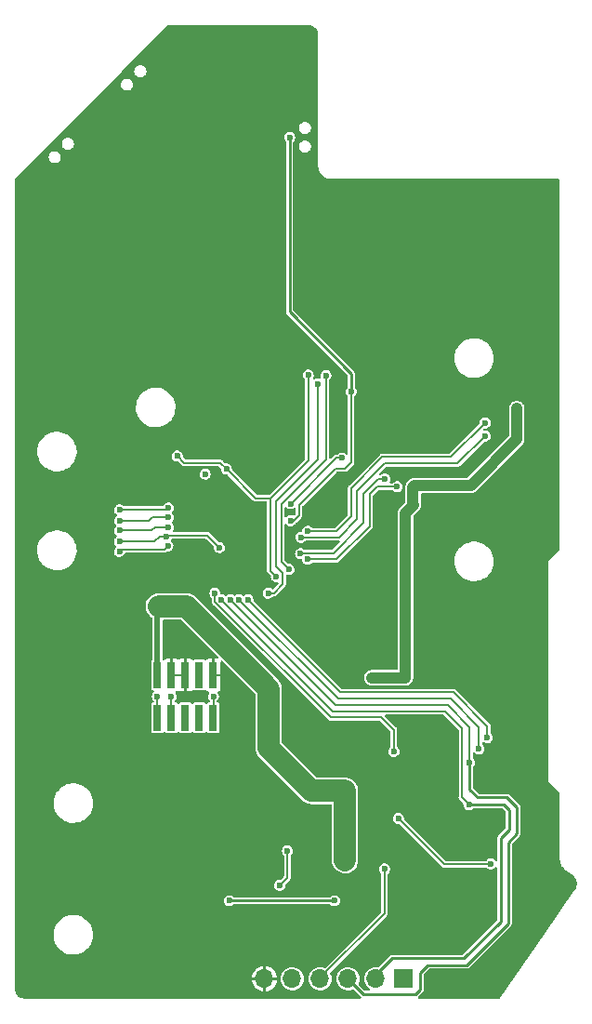
<source format=gbr>
G04 #@! TF.GenerationSoftware,KiCad,Pcbnew,(6.0.1-0)*
G04 #@! TF.CreationDate,2022-12-09T09:44:15-05:00*
G04 #@! TF.ProjectId,mobo,6d6f626f-2e6b-4696-9361-645f70636258,rev?*
G04 #@! TF.SameCoordinates,Original*
G04 #@! TF.FileFunction,Copper,L2,Bot*
G04 #@! TF.FilePolarity,Positive*
%FSLAX46Y46*%
G04 Gerber Fmt 4.6, Leading zero omitted, Abs format (unit mm)*
G04 Created by KiCad (PCBNEW (6.0.1-0)) date 2022-12-09 09:44:15*
%MOMM*%
%LPD*%
G01*
G04 APERTURE LIST*
G04 #@! TA.AperFunction,ComponentPad*
%ADD10R,1.700000X1.700000*%
G04 #@! TD*
G04 #@! TA.AperFunction,ComponentPad*
%ADD11O,1.700000X1.700000*%
G04 #@! TD*
G04 #@! TA.AperFunction,SMDPad,CuDef*
%ADD12R,0.740000X2.400000*%
G04 #@! TD*
G04 #@! TA.AperFunction,ViaPad*
%ADD13C,0.600000*%
G04 #@! TD*
G04 #@! TA.AperFunction,ViaPad*
%ADD14C,0.800000*%
G04 #@! TD*
G04 #@! TA.AperFunction,Conductor*
%ADD15C,1.000000*%
G04 #@! TD*
G04 #@! TA.AperFunction,Conductor*
%ADD16C,2.000000*%
G04 #@! TD*
G04 #@! TA.AperFunction,Conductor*
%ADD17C,0.200000*%
G04 #@! TD*
G04 #@! TA.AperFunction,Conductor*
%ADD18C,0.250000*%
G04 #@! TD*
G04 #@! TA.AperFunction,Conductor*
%ADD19C,0.500000*%
G04 #@! TD*
G04 APERTURE END LIST*
D10*
X117900000Y-117000000D03*
D11*
X115360000Y-117000000D03*
X112820000Y-117000000D03*
X110280000Y-117000000D03*
X107740000Y-117000000D03*
X105200000Y-117000000D03*
D12*
X95460000Y-89350000D03*
X95460000Y-93250000D03*
X96730000Y-89350000D03*
X96730000Y-93250000D03*
X98000000Y-89350000D03*
X98000000Y-93250000D03*
X99270000Y-89350000D03*
X99270000Y-93250000D03*
X100540000Y-89350000D03*
X100540000Y-93250000D03*
D13*
X124800000Y-105400000D03*
X131300000Y-107850000D03*
X108600000Y-68200000D03*
X120200000Y-117250000D03*
X105600000Y-46000000D03*
X102100000Y-107300000D03*
X109150000Y-74250000D03*
X103100000Y-107300000D03*
X96600000Y-110900000D03*
X128200000Y-69400000D03*
X96600000Y-109150000D03*
X120750000Y-96050000D03*
X120850000Y-118400000D03*
X115650000Y-94850000D03*
X125300000Y-68800000D03*
X103200000Y-46100000D03*
X124200000Y-117250000D03*
X112550000Y-89900000D03*
X100950000Y-70750000D03*
X101750000Y-89200000D03*
X100400000Y-46100000D03*
X131850000Y-107050000D03*
X111550000Y-72450000D03*
X123050000Y-114200000D03*
X100700000Y-65100000D03*
X111500000Y-95900000D03*
X114850000Y-101550000D03*
X107700000Y-95000000D03*
X93350000Y-79900000D03*
X105500000Y-65100000D03*
X108400000Y-79600000D03*
X103100000Y-108200000D03*
X110950000Y-75200000D03*
X107200000Y-70700000D03*
X131550000Y-105400000D03*
X97550000Y-68150000D03*
X96600000Y-108300000D03*
X114700000Y-95400000D03*
X128900000Y-104850000D03*
X107700000Y-93850000D03*
D14*
X103163335Y-76462740D03*
D13*
X92000000Y-79100000D03*
X111800000Y-89300000D03*
D14*
X102063335Y-77562740D03*
D13*
X96600000Y-110050000D03*
X108200000Y-65700000D03*
X92300000Y-68800000D03*
X115800000Y-95800000D03*
X115250000Y-102350000D03*
X130350000Y-104600000D03*
X123800000Y-118400000D03*
X119850000Y-96050000D03*
X117400000Y-73200000D03*
X128800000Y-68850000D03*
X106500000Y-84050000D03*
X121550000Y-112650000D03*
D14*
X103163335Y-77562740D03*
D13*
X96400000Y-78550000D03*
X107400000Y-84300000D03*
X120700000Y-116500000D03*
X124400000Y-112600000D03*
X123900000Y-113500000D03*
X121900000Y-111750000D03*
X112250000Y-95100000D03*
X129850000Y-107850000D03*
X92300000Y-71200000D03*
X107400000Y-108900000D03*
X110550000Y-103100000D03*
X115500000Y-73200000D03*
X121400000Y-68500000D03*
X96700000Y-102000000D03*
X96700000Y-102800000D03*
X114050000Y-107900000D03*
X122700000Y-111400000D03*
X96450000Y-73300000D03*
X114450000Y-102350000D03*
X92300000Y-70200000D03*
X115600000Y-101550000D03*
X128300000Y-105600000D03*
X123650000Y-111650000D03*
X122300000Y-66600000D03*
X123650000Y-105400000D03*
X107600000Y-74500000D03*
X128700000Y-107050000D03*
X113250000Y-89300000D03*
X120200000Y-70900000D03*
X122300000Y-65600000D03*
X123200000Y-116500000D03*
X107200000Y-83400000D03*
X107450000Y-111500000D03*
X102100000Y-108200000D03*
X114100000Y-101550000D03*
X92300000Y-72300000D03*
X116300000Y-73200000D03*
X104995835Y-74537740D03*
X111500000Y-94300000D03*
X92300000Y-73350000D03*
D14*
X102063335Y-76462740D03*
D13*
X96700000Y-103600000D03*
X99000000Y-37900000D03*
X122300000Y-67400000D03*
X107700000Y-91550000D03*
X96600000Y-85100000D03*
X107700000Y-92700000D03*
X103412835Y-70900000D03*
X96700000Y-101200000D03*
X107600000Y-73750000D03*
X97600000Y-83100000D03*
X112550000Y-99900000D03*
X112550000Y-102950000D03*
X118050000Y-89600000D03*
X115000000Y-89600000D03*
X116150000Y-107000000D03*
X112550000Y-106200000D03*
X96600000Y-83100000D03*
X118750000Y-72250000D03*
X99800000Y-71050000D03*
X112550000Y-101350000D03*
X118750000Y-73900000D03*
X112550000Y-104500000D03*
X95600000Y-83100000D03*
X112250000Y-69600000D03*
X128200000Y-65900000D03*
X118749511Y-73100000D03*
X128200000Y-65100000D03*
X116600000Y-89650000D03*
X109200000Y-62050000D03*
X106300000Y-80400000D03*
X100550000Y-91300000D03*
X97250000Y-69400000D03*
X101738556Y-70600000D03*
X123900000Y-97350000D03*
X102100000Y-82500000D03*
X123850000Y-101150000D03*
X101300000Y-82500000D03*
X117000000Y-96300000D03*
X100700000Y-81900000D03*
X95450000Y-91300000D03*
X110050000Y-62850000D03*
X105550000Y-81900000D03*
X107450000Y-79750000D03*
X110800000Y-62100000D03*
X96700000Y-91300000D03*
X92000000Y-78100000D03*
X96400000Y-77600000D03*
X96300000Y-76750000D03*
X101100000Y-77750000D03*
X92000000Y-77200000D03*
X116200000Y-71500000D03*
X108499242Y-78312240D03*
X109150000Y-78800000D03*
X117300000Y-72200000D03*
X107500000Y-40400000D03*
X113100000Y-63550000D03*
X107600000Y-75300000D03*
X103700000Y-82500000D03*
X125500000Y-95050000D03*
X102000000Y-109900000D03*
X111600000Y-109900000D03*
X125300000Y-67600000D03*
X108550000Y-76812240D03*
X125300000Y-66400000D03*
X109150000Y-76264982D03*
X106600000Y-108500000D03*
X107300000Y-105350000D03*
X124750000Y-96100000D03*
X102900000Y-82500000D03*
X125850000Y-106550000D03*
X117400000Y-102400000D03*
X96450000Y-75900000D03*
X92000000Y-76200000D03*
X92000000Y-75300000D03*
X96450000Y-75000000D03*
X92000000Y-74300000D03*
X96450000Y-74150000D03*
D15*
X128200000Y-67900000D02*
X128200000Y-65900000D01*
X118749511Y-73100000D02*
X118749511Y-72250489D01*
D16*
X109500000Y-99900000D02*
X112550000Y-99900000D01*
D15*
X118749511Y-73100000D02*
X118749511Y-73899511D01*
D17*
X110280000Y-116920000D02*
X110280000Y-117000000D01*
D16*
X97600000Y-83100000D02*
X96600000Y-83100000D01*
D17*
X116150000Y-111050000D02*
X110280000Y-116920000D01*
D16*
X96600000Y-83100000D02*
X95600000Y-83100000D01*
D15*
X115000000Y-89600000D02*
X118050000Y-89600000D01*
D16*
X98100000Y-83100000D02*
X105600000Y-90600000D01*
D18*
X112550000Y-102950000D02*
X112550000Y-101350000D01*
D15*
X118050000Y-74600000D02*
X118050000Y-89600000D01*
D16*
X112550000Y-101650000D02*
X112550000Y-103300000D01*
X112550000Y-99900000D02*
X112550000Y-101650000D01*
D17*
X116150000Y-107000000D02*
X116150000Y-111050000D01*
D15*
X118749511Y-73899511D02*
X118750000Y-73900000D01*
X118750000Y-72250000D02*
X118900000Y-72100000D01*
D16*
X105600000Y-96000000D02*
X109500000Y-99900000D01*
D15*
X118900000Y-72100000D02*
X124000000Y-72100000D01*
X128200000Y-65100000D02*
X128200000Y-65900000D01*
D19*
X95460000Y-89350000D02*
X95460000Y-83240000D01*
D16*
X105600000Y-90600000D02*
X105600000Y-96000000D01*
D17*
X111750000Y-69600000D02*
X112250000Y-69600000D01*
D16*
X112550000Y-103300000D02*
X112550000Y-104700000D01*
D15*
X118749511Y-72250489D02*
X118750000Y-72250000D01*
D16*
X97600000Y-83100000D02*
X98100000Y-83100000D01*
D15*
X124000000Y-72100000D02*
X128200000Y-67900000D01*
D19*
X95460000Y-83240000D02*
X95600000Y-83100000D01*
D16*
X112550000Y-104700000D02*
X112550000Y-106200000D01*
D17*
X107600000Y-73750000D02*
X111750000Y-69600000D01*
D15*
X118750000Y-73900000D02*
X118050000Y-74600000D01*
D17*
X97250000Y-69400000D02*
X97900000Y-70050000D01*
X109200000Y-69800000D02*
X105750000Y-73250000D01*
X105750000Y-79850000D02*
X105750000Y-73250000D01*
X100550000Y-93240000D02*
X100540000Y-93250000D01*
X105750000Y-73250000D02*
X104400000Y-73250000D01*
X101750000Y-70600000D02*
X101738556Y-70600000D01*
X100550000Y-91300000D02*
X100550000Y-93240000D01*
X97900000Y-70050000D02*
X101188556Y-70050000D01*
X104400000Y-73250000D02*
X101750000Y-70600000D01*
X106300000Y-80400000D02*
X105750000Y-79850000D01*
X101188556Y-70050000D02*
X101738556Y-70600000D01*
X109200000Y-62050000D02*
X109200000Y-69800000D01*
X123900000Y-97350000D02*
X123900000Y-94100000D01*
D18*
X119400000Y-116450000D02*
X120100960Y-115749040D01*
D17*
X121900000Y-92100000D02*
X111700000Y-92100000D01*
D18*
X127300000Y-100500000D02*
X124600000Y-100500000D01*
X127400000Y-104600000D02*
X128200000Y-103800000D01*
X112820000Y-117000000D02*
X114220000Y-118400000D01*
X128200000Y-103800000D02*
X128200000Y-101400000D01*
X119000000Y-118400000D02*
X119400000Y-118000000D01*
X123900000Y-99800000D02*
X123900000Y-97350000D01*
D17*
X123900000Y-94100000D02*
X121900000Y-92100000D01*
X111700000Y-92100000D02*
X102100000Y-82500000D01*
D18*
X124600000Y-100500000D02*
X123900000Y-99800000D01*
X127400000Y-112000000D02*
X127400000Y-104600000D01*
X123650960Y-115749040D02*
X127400000Y-112000000D01*
X119400000Y-118000000D02*
X119400000Y-116450000D01*
X114220000Y-118400000D02*
X119000000Y-118400000D01*
X120100960Y-115749040D02*
X123650960Y-115749040D01*
X128200000Y-101400000D02*
X127300000Y-100500000D01*
X116850000Y-115150000D02*
X115360000Y-116640000D01*
X126750000Y-104200000D02*
X126750000Y-111800000D01*
X123850000Y-101150000D02*
X127000000Y-101150000D01*
X123400000Y-115150000D02*
X116850000Y-115150000D01*
D17*
X123200000Y-94200000D02*
X121661444Y-92661444D01*
D18*
X127000000Y-101150000D02*
X127500000Y-101650000D01*
X127500000Y-103450000D02*
X126750000Y-104200000D01*
X126750000Y-111800000D02*
X123400000Y-115150000D01*
D17*
X123200000Y-100500000D02*
X123200000Y-94200000D01*
D18*
X115360000Y-116640000D02*
X115360000Y-117000000D01*
D17*
X121661444Y-92661444D02*
X111461444Y-92661444D01*
X123850000Y-101150000D02*
X123200000Y-100500000D01*
X111461444Y-92661444D02*
X101300000Y-82500000D01*
D18*
X127500000Y-101650000D02*
X127500000Y-103450000D01*
D17*
X111222873Y-93200000D02*
X100700000Y-82677127D01*
X115850000Y-93200000D02*
X111222873Y-93200000D01*
X117000000Y-96300000D02*
X117000000Y-94350000D01*
X117000000Y-94350000D02*
X115850000Y-93200000D01*
X100700000Y-82677127D02*
X100700000Y-81900000D01*
X95460000Y-91310000D02*
X95460000Y-93250000D01*
X106250000Y-79450000D02*
X106250000Y-73500000D01*
X106850000Y-80050000D02*
X106250000Y-79450000D01*
X106250000Y-73500000D02*
X110050000Y-69700000D01*
X106850000Y-81100000D02*
X106850000Y-80050000D01*
X95450000Y-91300000D02*
X95460000Y-91310000D01*
X106050000Y-81900000D02*
X106850000Y-81100000D01*
X105550000Y-81900000D02*
X106050000Y-81900000D01*
X110050000Y-69700000D02*
X110050000Y-62850000D01*
X110800000Y-62100000D02*
X110800000Y-69750000D01*
X96700000Y-91300000D02*
X96700000Y-93220000D01*
X96700000Y-93220000D02*
X96730000Y-93250000D01*
X110800000Y-69750000D02*
X106750000Y-73800000D01*
X106750000Y-79050000D02*
X107450000Y-79750000D01*
X106750000Y-73800000D02*
X106750000Y-79050000D01*
X92200000Y-77900000D02*
X92000000Y-78100000D01*
X96100000Y-77900000D02*
X92200000Y-77900000D01*
X96400000Y-77600000D02*
X96100000Y-77900000D01*
X96300000Y-76750000D02*
X95650000Y-76750000D01*
X96300000Y-76750000D02*
X96400000Y-76650000D01*
X95650000Y-76750000D02*
X95200000Y-77200000D01*
X96400000Y-76650000D02*
X100000000Y-76650000D01*
X100000000Y-76650000D02*
X101100000Y-77750000D01*
X95200000Y-77200000D02*
X92000000Y-77200000D01*
X115600000Y-71500000D02*
X116200000Y-71500000D01*
X114250000Y-75500000D02*
X114250000Y-72850000D01*
X108560993Y-78250489D02*
X111499511Y-78250489D01*
X108499242Y-78312240D02*
X108560993Y-78250489D01*
X111499511Y-78250489D02*
X114250000Y-75500000D01*
X114250000Y-72850000D02*
X115600000Y-71500000D01*
X114800000Y-72900000D02*
X115500000Y-72200000D01*
X109150000Y-78800000D02*
X111800000Y-78800000D01*
X115500000Y-72200000D02*
X117300000Y-72200000D01*
X114800000Y-75800000D02*
X114800000Y-72900000D01*
X111800000Y-78800000D02*
X114800000Y-75800000D01*
X107600000Y-75300000D02*
X107850000Y-75300000D01*
X111656241Y-70543759D02*
X112556241Y-70543759D01*
D18*
X107500000Y-56300000D02*
X113100000Y-61900000D01*
X107500000Y-40400000D02*
X107500000Y-56300000D01*
D17*
X108350000Y-73850000D02*
X111656241Y-70543759D01*
X108350000Y-74800000D02*
X108350000Y-73850000D01*
D18*
X113100000Y-61900000D02*
X113100000Y-63550000D01*
D17*
X113100000Y-70000000D02*
X113100000Y-63550000D01*
X112556241Y-70543759D02*
X113100000Y-70000000D01*
X107850000Y-75300000D02*
X108350000Y-74800000D01*
X112100000Y-90900000D02*
X103700000Y-82500000D01*
X122400000Y-90900000D02*
X112100000Y-90900000D01*
X125500000Y-94000000D02*
X122400000Y-90900000D01*
X125500000Y-95050000D02*
X125500000Y-94000000D01*
D18*
X102000000Y-109900000D02*
X111600000Y-109900000D01*
D17*
X108550000Y-76812240D02*
X108552253Y-76814493D01*
X116150000Y-70100000D02*
X122800000Y-70100000D01*
X113650000Y-75150000D02*
X113650000Y-72600000D01*
X122800000Y-70100000D02*
X125300000Y-67600000D01*
X113650000Y-72600000D02*
X116150000Y-70100000D01*
X108552253Y-76814493D02*
X111985507Y-76814493D01*
X111985507Y-76814493D02*
X113650000Y-75150000D01*
X122200000Y-69500000D02*
X125300000Y-66400000D01*
X109150000Y-76264982D02*
X111735018Y-76264982D01*
X111735018Y-76264982D02*
X113100000Y-74900000D01*
X113100000Y-72350000D02*
X115950000Y-69500000D01*
X115950000Y-69500000D02*
X122200000Y-69500000D01*
X113100000Y-74900000D02*
X113100000Y-72350000D01*
X107300000Y-107800000D02*
X107300000Y-105350000D01*
X106600000Y-108500000D02*
X107300000Y-107800000D01*
X122150000Y-91500000D02*
X111900000Y-91500000D01*
X111900000Y-91500000D02*
X102900000Y-82500000D01*
X124750000Y-94100000D02*
X122150000Y-91500000D01*
X124750000Y-96100000D02*
X124750000Y-94100000D01*
X121600000Y-106600000D02*
X125800000Y-106600000D01*
X117400000Y-102400000D02*
X121600000Y-106600000D01*
X125800000Y-106600000D02*
X125850000Y-106550000D01*
X96450000Y-75900000D02*
X95225000Y-75900000D01*
X94925000Y-76200000D02*
X92000000Y-76200000D01*
X95225000Y-75900000D02*
X94925000Y-76200000D01*
X94700000Y-75300000D02*
X92000000Y-75300000D01*
X96450000Y-75000000D02*
X95000000Y-75000000D01*
X95000000Y-75000000D02*
X94700000Y-75300000D01*
X96300000Y-74300000D02*
X92000000Y-74300000D01*
X96450000Y-74150000D02*
X96300000Y-74300000D01*
G04 #@! TA.AperFunction,Conductor*
G36*
X109288227Y-30202518D02*
G01*
X109299642Y-30205143D01*
X109310516Y-30202682D01*
X109321665Y-30202702D01*
X109321663Y-30203716D01*
X109331524Y-30203105D01*
X109387538Y-30208622D01*
X109446370Y-30214416D01*
X109465400Y-30218202D01*
X109500985Y-30228996D01*
X109596817Y-30258066D01*
X109614745Y-30265492D01*
X109665229Y-30292476D01*
X109735856Y-30330227D01*
X109751991Y-30341008D01*
X109858152Y-30428131D01*
X109871869Y-30441848D01*
X109881454Y-30453527D01*
X109958992Y-30548009D01*
X109969772Y-30564143D01*
X110003923Y-30628033D01*
X110034507Y-30685252D01*
X110041934Y-30703183D01*
X110081798Y-30834598D01*
X110085584Y-30853633D01*
X110094763Y-30946838D01*
X110094616Y-30967642D01*
X110094131Y-30971941D01*
X110092880Y-30977396D01*
X110092883Y-30982994D01*
X110092883Y-30982997D01*
X110095780Y-35872417D01*
X110100013Y-43015557D01*
X110101252Y-43020973D01*
X110106271Y-43042916D01*
X110108459Y-43057224D01*
X110118216Y-43181195D01*
X110162310Y-43364860D01*
X110163797Y-43368449D01*
X110233102Y-43535770D01*
X110233105Y-43535775D01*
X110234592Y-43539366D01*
X110236624Y-43542681D01*
X110236626Y-43542686D01*
X110283938Y-43619892D01*
X110333284Y-43700417D01*
X110455954Y-43844046D01*
X110599583Y-43966716D01*
X110680109Y-44016062D01*
X110757314Y-44063374D01*
X110757319Y-44063376D01*
X110760634Y-44065408D01*
X110764225Y-44066895D01*
X110764230Y-44066898D01*
X110802726Y-44082843D01*
X110935140Y-44137690D01*
X111118805Y-44181784D01*
X111122670Y-44182088D01*
X111122675Y-44182089D01*
X111289301Y-44195203D01*
X111295356Y-44196137D01*
X111295357Y-44196127D01*
X111300923Y-44196768D01*
X111306391Y-44198035D01*
X111307107Y-44198036D01*
X111318738Y-44195383D01*
X111340786Y-44192904D01*
X117736926Y-44195070D01*
X132001036Y-44199899D01*
X132059218Y-44218826D01*
X132095165Y-44268338D01*
X132100000Y-44298899D01*
X132100000Y-77876150D01*
X132081093Y-77934341D01*
X132071004Y-77946154D01*
X131598500Y-78418657D01*
X131187222Y-78829935D01*
X131181521Y-78835023D01*
X131172295Y-78839453D01*
X131165333Y-78848159D01*
X131154132Y-78862165D01*
X131146819Y-78870338D01*
X131142636Y-78874521D01*
X131139682Y-78879220D01*
X131139662Y-78879246D01*
X131133195Y-78888345D01*
X131123771Y-78900130D01*
X131115306Y-78910715D01*
X131112969Y-78920882D01*
X131112313Y-78922066D01*
X131111937Y-78923366D01*
X131106386Y-78932197D01*
X131103648Y-78956414D01*
X131103168Y-78960658D01*
X131101277Y-78971721D01*
X131100000Y-78977277D01*
X131100000Y-78983104D01*
X131099373Y-78994226D01*
X131098691Y-79000262D01*
X131096135Y-79022866D01*
X131099555Y-79032660D01*
X131100000Y-79040614D01*
X131100000Y-98959487D01*
X131099567Y-98967118D01*
X131096175Y-98976777D01*
X131097408Y-98987857D01*
X131097408Y-98987859D01*
X131099392Y-99005682D01*
X131100000Y-99016633D01*
X131100000Y-99022546D01*
X131101237Y-99027967D01*
X131101241Y-99028005D01*
X131103098Y-99038991D01*
X131105033Y-99056380D01*
X131105035Y-99056386D01*
X131106268Y-99067464D01*
X131111803Y-99076306D01*
X131112177Y-99077607D01*
X131112829Y-99078790D01*
X131115150Y-99088962D01*
X131122097Y-99097680D01*
X131133004Y-99111368D01*
X131139485Y-99120521D01*
X131142511Y-99125354D01*
X131146637Y-99129480D01*
X131154055Y-99137785D01*
X131172015Y-99160323D01*
X131181357Y-99164829D01*
X131187287Y-99170130D01*
X132071004Y-100053847D01*
X132098781Y-100108364D01*
X132100000Y-100123851D01*
X132100000Y-105884487D01*
X132097245Y-105904831D01*
X132097424Y-105904859D01*
X132096553Y-105910389D01*
X132095064Y-105915784D01*
X132095033Y-105916499D01*
X132096051Y-105922009D01*
X132096442Y-105927599D01*
X132096417Y-105927601D01*
X132097108Y-105934070D01*
X132102626Y-106117815D01*
X132112495Y-106174307D01*
X132134366Y-106299500D01*
X132137275Y-106316153D01*
X132199823Y-106507533D01*
X132201387Y-106510699D01*
X132287430Y-106684884D01*
X132287434Y-106684890D01*
X132288995Y-106688051D01*
X132290991Y-106690958D01*
X132290993Y-106690961D01*
X132348463Y-106774651D01*
X132402971Y-106854027D01*
X132539429Y-107002074D01*
X132542175Y-107004309D01*
X132542177Y-107004311D01*
X132569252Y-107026348D01*
X132681250Y-107117508D01*
X132686156Y-107122184D01*
X132686187Y-107122149D01*
X132690370Y-107125867D01*
X132694107Y-107130031D01*
X132694692Y-107130443D01*
X132705236Y-107134746D01*
X132724996Y-107145580D01*
X132926625Y-107288196D01*
X133184192Y-107470378D01*
X133199547Y-107483815D01*
X133201942Y-107486392D01*
X133201945Y-107486394D01*
X133209534Y-107494562D01*
X133219913Y-107498630D01*
X133229129Y-107504906D01*
X133228714Y-107505515D01*
X133237254Y-107510501D01*
X133346714Y-107599690D01*
X133359133Y-107611763D01*
X133428976Y-107692712D01*
X133466367Y-107736049D01*
X133476493Y-107750106D01*
X133560417Y-107891180D01*
X133567937Y-107906786D01*
X133625984Y-108060328D01*
X133630669Y-108077007D01*
X133661061Y-108238317D01*
X133662767Y-108255558D01*
X133664573Y-108419700D01*
X133663247Y-108436973D01*
X133636413Y-108598909D01*
X133632097Y-108615687D01*
X133578598Y-108767203D01*
X133577442Y-108770476D01*
X133570266Y-108786245D01*
X133501015Y-108908708D01*
X133494993Y-108916288D01*
X133495700Y-108916776D01*
X133489369Y-108925950D01*
X133481153Y-108933490D01*
X133477020Y-108943846D01*
X133477018Y-108943849D01*
X133476842Y-108944290D01*
X133466248Y-108964009D01*
X130702720Y-112949097D01*
X126687539Y-118739104D01*
X126674840Y-118757416D01*
X126626143Y-118794459D01*
X126593487Y-118800000D01*
X119301576Y-118800000D01*
X119243385Y-118781093D01*
X119207421Y-118731593D01*
X119207421Y-118670407D01*
X119225735Y-118637367D01*
X119237447Y-118623410D01*
X119243270Y-118617056D01*
X119617064Y-118243263D01*
X119623417Y-118237441D01*
X119653194Y-118212455D01*
X119672629Y-118178792D01*
X119677269Y-118171509D01*
X119681546Y-118165402D01*
X119699553Y-118139684D01*
X119701795Y-118131318D01*
X119704262Y-118126027D01*
X119706255Y-118120550D01*
X119710588Y-118113045D01*
X119717337Y-118074769D01*
X119719206Y-118066337D01*
X119722150Y-118055351D01*
X119729263Y-118028807D01*
X119725877Y-117990103D01*
X119725500Y-117981475D01*
X119725500Y-116625834D01*
X119744407Y-116567643D01*
X119754496Y-116555830D01*
X120206790Y-116103536D01*
X120261307Y-116075759D01*
X120276794Y-116074540D01*
X123632426Y-116074540D01*
X123641055Y-116074917D01*
X123679767Y-116078304D01*
X123689265Y-116075759D01*
X123717309Y-116068244D01*
X123725744Y-116066374D01*
X123755477Y-116061132D01*
X123755479Y-116061131D01*
X123764005Y-116059628D01*
X123771504Y-116055298D01*
X123776989Y-116053302D01*
X123782276Y-116050836D01*
X123790644Y-116048594D01*
X123822471Y-116026308D01*
X123829755Y-116021667D01*
X123863415Y-116002234D01*
X123888391Y-115972469D01*
X123894225Y-115966101D01*
X127617069Y-112243258D01*
X127623424Y-112237435D01*
X127653194Y-112212455D01*
X127672636Y-112178781D01*
X127677261Y-112171522D01*
X127694587Y-112146778D01*
X127694587Y-112146777D01*
X127699554Y-112139684D01*
X127701795Y-112131322D01*
X127704258Y-112126040D01*
X127706257Y-112120546D01*
X127710588Y-112113045D01*
X127717337Y-112074771D01*
X127719206Y-112066344D01*
X127727022Y-112037173D01*
X127727022Y-112037170D01*
X127729263Y-112028807D01*
X127725877Y-111990103D01*
X127725500Y-111981475D01*
X127725500Y-104775834D01*
X127744407Y-104717643D01*
X127754496Y-104705830D01*
X128417057Y-104043269D01*
X128423425Y-104037434D01*
X128434085Y-104028489D01*
X128453194Y-104012455D01*
X128472629Y-103978792D01*
X128477268Y-103971511D01*
X128487617Y-103956731D01*
X128499554Y-103939684D01*
X128501796Y-103931316D01*
X128504262Y-103926029D01*
X128506258Y-103920544D01*
X128510588Y-103913045D01*
X128517334Y-103874783D01*
X128519204Y-103866349D01*
X128527022Y-103837174D01*
X128529264Y-103828807D01*
X128525877Y-103790091D01*
X128525500Y-103781463D01*
X128525500Y-101418526D01*
X128525877Y-101409898D01*
X128528508Y-101379820D01*
X128529263Y-101371193D01*
X128527022Y-101362830D01*
X128527022Y-101362827D01*
X128519206Y-101333656D01*
X128517337Y-101325228D01*
X128512092Y-101295485D01*
X128510588Y-101286955D01*
X128506257Y-101279454D01*
X128504258Y-101273960D01*
X128501795Y-101268678D01*
X128499554Y-101260316D01*
X128477259Y-101228475D01*
X128472636Y-101221219D01*
X128453194Y-101187545D01*
X128423435Y-101162574D01*
X128417067Y-101156740D01*
X127543268Y-100282941D01*
X127537434Y-100276574D01*
X127518022Y-100253440D01*
X127518021Y-100253439D01*
X127512455Y-100246806D01*
X127478792Y-100227371D01*
X127471511Y-100222732D01*
X127467215Y-100219724D01*
X127439684Y-100200446D01*
X127431316Y-100198204D01*
X127426029Y-100195738D01*
X127420544Y-100193742D01*
X127413045Y-100189412D01*
X127404519Y-100187909D01*
X127404517Y-100187908D01*
X127374784Y-100182666D01*
X127366349Y-100180796D01*
X127365342Y-100180526D01*
X127328807Y-100170736D01*
X127320178Y-100171491D01*
X127290095Y-100174123D01*
X127281466Y-100174500D01*
X124775835Y-100174500D01*
X124717644Y-100155593D01*
X124705832Y-100145504D01*
X124254497Y-99694170D01*
X124226719Y-99639653D01*
X124225500Y-99624166D01*
X124225500Y-97774424D01*
X124244407Y-97716233D01*
X124251102Y-97707988D01*
X124314468Y-97637982D01*
X124319200Y-97632754D01*
X124381710Y-97503733D01*
X124405496Y-97362354D01*
X124405647Y-97350000D01*
X124385323Y-97208082D01*
X124325984Y-97077572D01*
X124279192Y-97023268D01*
X124237007Y-96974309D01*
X124237005Y-96974307D01*
X124232400Y-96968963D01*
X124232512Y-96968866D01*
X124202998Y-96919549D01*
X124200500Y-96897449D01*
X124200500Y-96495816D01*
X124219407Y-96437625D01*
X124268907Y-96401661D01*
X124330093Y-96401661D01*
X124375283Y-96432114D01*
X124383960Y-96442436D01*
X124412970Y-96476948D01*
X124418841Y-96480856D01*
X124418842Y-96480857D01*
X124431143Y-96489045D01*
X124532313Y-96556390D01*
X124616701Y-96582754D01*
X124662425Y-96597039D01*
X124662426Y-96597039D01*
X124669157Y-96599142D01*
X124740828Y-96600456D01*
X124805445Y-96601641D01*
X124805447Y-96601641D01*
X124812499Y-96601770D01*
X124819302Y-96599915D01*
X124819304Y-96599915D01*
X124894503Y-96579413D01*
X124950817Y-96564060D01*
X125072991Y-96489045D01*
X125080403Y-96480857D01*
X125164468Y-96387982D01*
X125169200Y-96382754D01*
X125231710Y-96253733D01*
X125232986Y-96246152D01*
X125254862Y-96116124D01*
X125254862Y-96116120D01*
X125255496Y-96112354D01*
X125255647Y-96100000D01*
X125235323Y-95958082D01*
X125195070Y-95869549D01*
X125178905Y-95833996D01*
X125178904Y-95833995D01*
X125175984Y-95827572D01*
X125113210Y-95754719D01*
X125087007Y-95724309D01*
X125087005Y-95724307D01*
X125082400Y-95718963D01*
X125082512Y-95718866D01*
X125052998Y-95669549D01*
X125050500Y-95647449D01*
X125050500Y-95536909D01*
X125069407Y-95478718D01*
X125118907Y-95442754D01*
X125180093Y-95442754D01*
X125204356Y-95454497D01*
X125282313Y-95506390D01*
X125363433Y-95531733D01*
X125412425Y-95547039D01*
X125412426Y-95547039D01*
X125419157Y-95549142D01*
X125490828Y-95550456D01*
X125555445Y-95551641D01*
X125555447Y-95551641D01*
X125562499Y-95551770D01*
X125569302Y-95549915D01*
X125569304Y-95549915D01*
X125644503Y-95529413D01*
X125700817Y-95514060D01*
X125822991Y-95439045D01*
X125919200Y-95332754D01*
X125981710Y-95203733D01*
X126005496Y-95062354D01*
X126005647Y-95050000D01*
X125985323Y-94908082D01*
X125925984Y-94777572D01*
X125879192Y-94723267D01*
X125837007Y-94674309D01*
X125837005Y-94674307D01*
X125832400Y-94668963D01*
X125832512Y-94668866D01*
X125802998Y-94619549D01*
X125800500Y-94597449D01*
X125800500Y-94053508D01*
X125800803Y-94049383D01*
X125802425Y-94044658D01*
X125800570Y-93995239D01*
X125800500Y-93991526D01*
X125800500Y-93972052D01*
X125799675Y-93967622D01*
X125799338Y-93962417D01*
X125798569Y-93941925D01*
X125798226Y-93932792D01*
X125794620Y-93924398D01*
X125794619Y-93924395D01*
X125793683Y-93922217D01*
X125787317Y-93901266D01*
X125785209Y-93889947D01*
X125771232Y-93867271D01*
X125764548Y-93854404D01*
X125756795Y-93836358D01*
X125756794Y-93836357D01*
X125754036Y-93829937D01*
X125750022Y-93825051D01*
X125745658Y-93820687D01*
X125731387Y-93802632D01*
X125731264Y-93802433D01*
X125726468Y-93794652D01*
X125703231Y-93776982D01*
X125693161Y-93768190D01*
X122650320Y-90725349D01*
X122647620Y-90722220D01*
X122645425Y-90717731D01*
X122609178Y-90684107D01*
X122606502Y-90681531D01*
X122592723Y-90667752D01*
X122589013Y-90665207D01*
X122585100Y-90661771D01*
X122570055Y-90647815D01*
X122563354Y-90641599D01*
X122552664Y-90637334D01*
X122533348Y-90627020D01*
X122531393Y-90625679D01*
X122531390Y-90625678D01*
X122523854Y-90620508D01*
X122497941Y-90614359D01*
X122484116Y-90609986D01*
X122465868Y-90602706D01*
X122465866Y-90602706D01*
X122459378Y-90600117D01*
X122453085Y-90599500D01*
X122446916Y-90599500D01*
X122424057Y-90596825D01*
X122423827Y-90596770D01*
X122423825Y-90596770D01*
X122414934Y-90594660D01*
X122386013Y-90598596D01*
X122372663Y-90599500D01*
X112265479Y-90599500D01*
X112207288Y-90580593D01*
X112195475Y-90570504D01*
X111306076Y-89681105D01*
X114299031Y-89681105D01*
X114300423Y-89686901D01*
X114300423Y-89686905D01*
X114311141Y-89731546D01*
X114338612Y-89845968D01*
X114350009Y-89868049D01*
X114399334Y-89963614D01*
X114416375Y-89996631D01*
X114527831Y-90124396D01*
X114532713Y-90127827D01*
X114532714Y-90127828D01*
X114615998Y-90186361D01*
X114666547Y-90221887D01*
X114680828Y-90227455D01*
X114797880Y-90273092D01*
X114824513Y-90283476D01*
X114830428Y-90284255D01*
X114830429Y-90284255D01*
X114943624Y-90299157D01*
X114953826Y-90300500D01*
X118041231Y-90300500D01*
X118041750Y-90300501D01*
X118125138Y-90300938D01*
X118125140Y-90300938D01*
X118131105Y-90300969D01*
X118168723Y-90291938D01*
X118179924Y-90289923D01*
X118218320Y-90285276D01*
X118250568Y-90273090D01*
X118262444Y-90269436D01*
X118295968Y-90261388D01*
X118330329Y-90243653D01*
X118340741Y-90239017D01*
X118371340Y-90227455D01*
X118371343Y-90227454D01*
X118376923Y-90225345D01*
X118381836Y-90221968D01*
X118381846Y-90221963D01*
X118405335Y-90205818D01*
X118416006Y-90199431D01*
X118446631Y-90183625D01*
X118451130Y-90179701D01*
X118451132Y-90179699D01*
X118475779Y-90158199D01*
X118484783Y-90151214D01*
X118491936Y-90146298D01*
X118516651Y-90129312D01*
X118539582Y-90103575D01*
X118548418Y-90094831D01*
X118569899Y-90076092D01*
X118574396Y-90072169D01*
X118577826Y-90067288D01*
X118577830Y-90067284D01*
X118596633Y-90040530D01*
X118603711Y-90031599D01*
X118612202Y-90022069D01*
X118629440Y-90002721D01*
X118645572Y-89972254D01*
X118652066Y-89961656D01*
X118667429Y-89939796D01*
X118671887Y-89933453D01*
X118685933Y-89897427D01*
X118690677Y-89887064D01*
X118705984Y-89858155D01*
X118705985Y-89858152D01*
X118708776Y-89852881D01*
X118710230Y-89847093D01*
X118717174Y-89819448D01*
X118720953Y-89807606D01*
X118725126Y-89796903D01*
X118733476Y-89775487D01*
X118738525Y-89737139D01*
X118740660Y-89725947D01*
X118748627Y-89694231D01*
X118748627Y-89694228D01*
X118750081Y-89688441D01*
X118750288Y-89648903D01*
X118750342Y-89647371D01*
X118750500Y-89646174D01*
X118750500Y-89608769D01*
X118750501Y-89608250D01*
X118750947Y-89523115D01*
X118750947Y-89523113D01*
X118750969Y-89518895D01*
X118750619Y-89517439D01*
X118750500Y-89515371D01*
X118750500Y-78952749D01*
X122495572Y-78952749D01*
X122496199Y-78965795D01*
X122508408Y-79219980D01*
X122560602Y-79482378D01*
X122561842Y-79485833D01*
X122561843Y-79485835D01*
X122646295Y-79721053D01*
X122651008Y-79734179D01*
X122652746Y-79737414D01*
X122652748Y-79737418D01*
X122689245Y-79805342D01*
X122777639Y-79969851D01*
X122937714Y-80184217D01*
X123127716Y-80372569D01*
X123130675Y-80374739D01*
X123130679Y-80374742D01*
X123166244Y-80400819D01*
X123343471Y-80530767D01*
X123580239Y-80655337D01*
X123583710Y-80656549D01*
X123583712Y-80656550D01*
X123614218Y-80667203D01*
X123832819Y-80743542D01*
X123836419Y-80744226D01*
X123836421Y-80744226D01*
X124092054Y-80792759D01*
X124092056Y-80792759D01*
X124095663Y-80793444D01*
X124229329Y-80798695D01*
X124359325Y-80803803D01*
X124359328Y-80803803D01*
X124362995Y-80803947D01*
X124499613Y-80788985D01*
X124625303Y-80775220D01*
X124625306Y-80775219D01*
X124628944Y-80774821D01*
X124887666Y-80706705D01*
X125133478Y-80601096D01*
X125228272Y-80542436D01*
X125357854Y-80462249D01*
X125357859Y-80462245D01*
X125360980Y-80460314D01*
X125565174Y-80287451D01*
X125586998Y-80262566D01*
X125739149Y-80089071D01*
X125739153Y-80089066D01*
X125741575Y-80086304D01*
X125886306Y-79861294D01*
X125911511Y-79805342D01*
X125994681Y-79620710D01*
X125994682Y-79620708D01*
X125996189Y-79617362D01*
X126000367Y-79602548D01*
X126067813Y-79363404D01*
X126067814Y-79363401D01*
X126068810Y-79359868D01*
X126102573Y-79094469D01*
X126103851Y-79045658D01*
X126104982Y-79002492D01*
X126104982Y-79002487D01*
X126105047Y-79000000D01*
X126104863Y-78997527D01*
X126104863Y-78997517D01*
X126085492Y-78736851D01*
X126085491Y-78736845D01*
X126085220Y-78733197D01*
X126026175Y-78472255D01*
X126016987Y-78448628D01*
X125930539Y-78226326D01*
X125930537Y-78226321D01*
X125929209Y-78222907D01*
X125925442Y-78216315D01*
X125798274Y-77993819D01*
X125796452Y-77990631D01*
X125630820Y-77780528D01*
X125628147Y-77778014D01*
X125628142Y-77778008D01*
X125505540Y-77662676D01*
X125435953Y-77597215D01*
X125216131Y-77444719D01*
X125201428Y-77437468D01*
X125000596Y-77338429D01*
X124976183Y-77326390D01*
X124972686Y-77325271D01*
X124972682Y-77325269D01*
X124724882Y-77245948D01*
X124721380Y-77244827D01*
X124485369Y-77206390D01*
X124460937Y-77202411D01*
X124460936Y-77202411D01*
X124457320Y-77201822D01*
X124453656Y-77201774D01*
X124323562Y-77200071D01*
X124189805Y-77198320D01*
X124186177Y-77198814D01*
X124186173Y-77198814D01*
X124066303Y-77215128D01*
X123924710Y-77234398D01*
X123667859Y-77309263D01*
X123664523Y-77310801D01*
X123664520Y-77310802D01*
X123609907Y-77335979D01*
X123424896Y-77421270D01*
X123201157Y-77567960D01*
X123198425Y-77570399D01*
X123198423Y-77570400D01*
X123004299Y-77743662D01*
X123004295Y-77743666D01*
X123001558Y-77746109D01*
X122999211Y-77748931D01*
X122999209Y-77748933D01*
X122887911Y-77882754D01*
X122830483Y-77951804D01*
X122828579Y-77954941D01*
X122828578Y-77954943D01*
X122783431Y-78029343D01*
X122691691Y-78180526D01*
X122588231Y-78427250D01*
X122587327Y-78430811D01*
X122587326Y-78430813D01*
X122543942Y-78601641D01*
X122522376Y-78686557D01*
X122495572Y-78952749D01*
X118750500Y-78952749D01*
X118750500Y-74931164D01*
X118769407Y-74872973D01*
X118779496Y-74861160D01*
X119232899Y-74407757D01*
X119237823Y-74403158D01*
X119269410Y-74375603D01*
X119273907Y-74371680D01*
X119279374Y-74363902D01*
X119290732Y-74350461D01*
X119298767Y-74342510D01*
X119298771Y-74342505D01*
X119303010Y-74338310D01*
X119306130Y-74333219D01*
X119323222Y-74305328D01*
X119329719Y-74295978D01*
X119353583Y-74265543D01*
X119356038Y-74260107D01*
X119356041Y-74260101D01*
X119358862Y-74253852D01*
X119367579Y-74238570D01*
X119367968Y-74237844D01*
X119371398Y-74232964D01*
X119374893Y-74224001D01*
X119382714Y-74208245D01*
X119391598Y-74193747D01*
X119403355Y-74156908D01*
X119407439Y-74146269D01*
X119420899Y-74116457D01*
X119420900Y-74116455D01*
X119423355Y-74111017D01*
X119425647Y-74098649D01*
X119430748Y-74080740D01*
X119432987Y-74074998D01*
X119434286Y-74065129D01*
X119438125Y-74047960D01*
X119441332Y-74037909D01*
X119443146Y-74032225D01*
X119445777Y-73993632D01*
X119447206Y-73982325D01*
X119448662Y-73974471D01*
X119454252Y-73944308D01*
X119452863Y-73920216D01*
X119452268Y-73909900D01*
X119452333Y-73897467D01*
X119453689Y-73877572D01*
X119454678Y-73863070D01*
X119451485Y-73844774D01*
X119450011Y-73827754D01*
X119450011Y-72899500D01*
X119468918Y-72841309D01*
X119518418Y-72805345D01*
X119549011Y-72800500D01*
X123972271Y-72800500D01*
X123979005Y-72800729D01*
X124036930Y-72804678D01*
X124042801Y-72803653D01*
X124042806Y-72803653D01*
X124099820Y-72793702D01*
X124104947Y-72792945D01*
X124162396Y-72785993D01*
X124162397Y-72785993D01*
X124168320Y-72785276D01*
X124176932Y-72782022D01*
X124194895Y-72777108D01*
X124203954Y-72775527D01*
X124241301Y-72759133D01*
X124262404Y-72749870D01*
X124267202Y-72747912D01*
X124321339Y-72727455D01*
X124326923Y-72725345D01*
X124331838Y-72721967D01*
X124331846Y-72721963D01*
X124334505Y-72720135D01*
X124350778Y-72711077D01*
X124353739Y-72709777D01*
X124359202Y-72707379D01*
X124363934Y-72703748D01*
X124363939Y-72703745D01*
X124409854Y-72668513D01*
X124414046Y-72665467D01*
X124461732Y-72632693D01*
X124461733Y-72632692D01*
X124466651Y-72629312D01*
X124470618Y-72624859D01*
X124470622Y-72624856D01*
X124508115Y-72582774D01*
X124512028Y-72578628D01*
X128675735Y-68414922D01*
X128680659Y-68410323D01*
X128719899Y-68376092D01*
X128724396Y-68372169D01*
X128761103Y-68319939D01*
X128764188Y-68315786D01*
X128799900Y-68270242D01*
X128799902Y-68270239D01*
X128803584Y-68265543D01*
X128807367Y-68257165D01*
X128816604Y-68240969D01*
X128818456Y-68238334D01*
X128821887Y-68233453D01*
X128841201Y-68183918D01*
X128845078Y-68173973D01*
X128847086Y-68169197D01*
X128870899Y-68116455D01*
X128873355Y-68111016D01*
X128875031Y-68101974D01*
X128880134Y-68084058D01*
X128883476Y-68075487D01*
X128891810Y-68012181D01*
X128892619Y-68007070D01*
X128903164Y-67950180D01*
X128903164Y-67950177D01*
X128904252Y-67944308D01*
X128900664Y-67882075D01*
X128900500Y-67876378D01*
X128900500Y-65057484D01*
X128893243Y-64997517D01*
X128885993Y-64937602D01*
X128885992Y-64937599D01*
X128885276Y-64931680D01*
X128825345Y-64773077D01*
X128800448Y-64736851D01*
X128732692Y-64638267D01*
X128729312Y-64633349D01*
X128602721Y-64520560D01*
X128452881Y-64441224D01*
X128370661Y-64420571D01*
X128294231Y-64401373D01*
X128294228Y-64401373D01*
X128288441Y-64399919D01*
X128202841Y-64399471D01*
X128124861Y-64399062D01*
X128124859Y-64399062D01*
X128118895Y-64399031D01*
X128113099Y-64400423D01*
X128113095Y-64400423D01*
X128015477Y-64423860D01*
X127954032Y-64438612D01*
X127895478Y-64468834D01*
X127808675Y-64513636D01*
X127808673Y-64513638D01*
X127803369Y-64516375D01*
X127675604Y-64627831D01*
X127578113Y-64766547D01*
X127516524Y-64924513D01*
X127515745Y-64930428D01*
X127515745Y-64930429D01*
X127512807Y-64952749D01*
X127499500Y-65053826D01*
X127499500Y-67568836D01*
X127480593Y-67627027D01*
X127470504Y-67638840D01*
X123738839Y-71370504D01*
X123684322Y-71398281D01*
X123668835Y-71399500D01*
X118927729Y-71399500D01*
X118920995Y-71399271D01*
X118920683Y-71399250D01*
X118863070Y-71395322D01*
X118857199Y-71396347D01*
X118857194Y-71396347D01*
X118800180Y-71406298D01*
X118795053Y-71407055D01*
X118737604Y-71414007D01*
X118737603Y-71414007D01*
X118731680Y-71414724D01*
X118723068Y-71417978D01*
X118705105Y-71422892D01*
X118696046Y-71424473D01*
X118690578Y-71426873D01*
X118690579Y-71426873D01*
X118637596Y-71450130D01*
X118632798Y-71452088D01*
X118581203Y-71471584D01*
X118573077Y-71474655D01*
X118568162Y-71478033D01*
X118568154Y-71478037D01*
X118565495Y-71479865D01*
X118549222Y-71488923D01*
X118540798Y-71492621D01*
X118536066Y-71496252D01*
X118536061Y-71496255D01*
X118490146Y-71531487D01*
X118485954Y-71534533D01*
X118460875Y-71551770D01*
X118433349Y-71570688D01*
X118429382Y-71575141D01*
X118429378Y-71575144D01*
X118391886Y-71617224D01*
X118387974Y-71621369D01*
X118273776Y-71735567D01*
X118268852Y-71740166D01*
X118225115Y-71778320D01*
X118199248Y-71815126D01*
X118188414Y-71830541D01*
X118185329Y-71834694D01*
X118145927Y-71884946D01*
X118143469Y-71890389D01*
X118143469Y-71890390D01*
X118142144Y-71893324D01*
X118132909Y-71909517D01*
X118127624Y-71917036D01*
X118125457Y-71922595D01*
X118125455Y-71922598D01*
X118104433Y-71976516D01*
X118102425Y-71981292D01*
X118076156Y-72039473D01*
X118075069Y-72045340D01*
X118074480Y-72048515D01*
X118069378Y-72066427D01*
X118066035Y-72075002D01*
X118062787Y-72099680D01*
X118057703Y-72138297D01*
X118056895Y-72143403D01*
X118052910Y-72164900D01*
X118046405Y-72200000D01*
X118045259Y-72206181D01*
X118046410Y-72226146D01*
X118048847Y-72268413D01*
X118049011Y-72274111D01*
X118049011Y-73569324D01*
X118030104Y-73627515D01*
X118020015Y-73639328D01*
X117574265Y-74085078D01*
X117569341Y-74089677D01*
X117525604Y-74127831D01*
X117498692Y-74166124D01*
X117488903Y-74180052D01*
X117485812Y-74184214D01*
X117454615Y-74224001D01*
X117446416Y-74234457D01*
X117443958Y-74239900D01*
X117443958Y-74239901D01*
X117442633Y-74242835D01*
X117433398Y-74259028D01*
X117428113Y-74266547D01*
X117425946Y-74272106D01*
X117425944Y-74272109D01*
X117404922Y-74326027D01*
X117402914Y-74330803D01*
X117391234Y-74356672D01*
X117376645Y-74388984D01*
X117375558Y-74394851D01*
X117374969Y-74398026D01*
X117369867Y-74415938D01*
X117366524Y-74424513D01*
X117365745Y-74430432D01*
X117358192Y-74487808D01*
X117357384Y-74492914D01*
X117345748Y-74555692D01*
X117346092Y-74561654D01*
X117349336Y-74617924D01*
X117349500Y-74623622D01*
X117349500Y-88800500D01*
X117330593Y-88858691D01*
X117281093Y-88894655D01*
X117250500Y-88899500D01*
X114957484Y-88899500D01*
X114934557Y-88902274D01*
X114837602Y-88914007D01*
X114837599Y-88914008D01*
X114831680Y-88914724D01*
X114673077Y-88974655D01*
X114668160Y-88978035D01*
X114668157Y-88978036D01*
X114555769Y-89055279D01*
X114533349Y-89070688D01*
X114420560Y-89197279D01*
X114341224Y-89347119D01*
X114299919Y-89511559D01*
X114299471Y-89597159D01*
X114299200Y-89648903D01*
X114299031Y-89681105D01*
X111306076Y-89681105D01*
X104231771Y-82606800D01*
X104203994Y-82552283D01*
X104204148Y-82520366D01*
X104204862Y-82516125D01*
X104204863Y-82516119D01*
X104205496Y-82512354D01*
X104205647Y-82500000D01*
X104185323Y-82358082D01*
X104151556Y-82283814D01*
X104128905Y-82233996D01*
X104128904Y-82233995D01*
X104125984Y-82227572D01*
X104043105Y-82131387D01*
X104037005Y-82124307D01*
X104037004Y-82124306D01*
X104032400Y-82118963D01*
X103912095Y-82040985D01*
X103774739Y-81999907D01*
X103691497Y-81999398D01*
X103638427Y-81999074D01*
X103638426Y-81999074D01*
X103631376Y-81999031D01*
X103624599Y-82000968D01*
X103624598Y-82000968D01*
X103500309Y-82036490D01*
X103500307Y-82036491D01*
X103493529Y-82038428D01*
X103372280Y-82114930D01*
X103367612Y-82120216D01*
X103364090Y-82123213D01*
X103307521Y-82146529D01*
X103248052Y-82132142D01*
X103236311Y-82123502D01*
X103232400Y-82118963D01*
X103112095Y-82040985D01*
X102974739Y-81999907D01*
X102891497Y-81999398D01*
X102838427Y-81999074D01*
X102838426Y-81999074D01*
X102831376Y-81999031D01*
X102824599Y-82000968D01*
X102824598Y-82000968D01*
X102700309Y-82036490D01*
X102700307Y-82036491D01*
X102693529Y-82038428D01*
X102572280Y-82114930D01*
X102567612Y-82120216D01*
X102564090Y-82123213D01*
X102507521Y-82146529D01*
X102448052Y-82132142D01*
X102436311Y-82123502D01*
X102432400Y-82118963D01*
X102312095Y-82040985D01*
X102174739Y-81999907D01*
X102091497Y-81999398D01*
X102038427Y-81999074D01*
X102038426Y-81999074D01*
X102031376Y-81999031D01*
X102024599Y-82000968D01*
X102024598Y-82000968D01*
X101900309Y-82036490D01*
X101900307Y-82036491D01*
X101893529Y-82038428D01*
X101772280Y-82114930D01*
X101767612Y-82120216D01*
X101764090Y-82123213D01*
X101707521Y-82146529D01*
X101648052Y-82132142D01*
X101636311Y-82123502D01*
X101632400Y-82118963D01*
X101512095Y-82040985D01*
X101374739Y-81999907D01*
X101303987Y-81999475D01*
X101245913Y-81980213D01*
X101210252Y-81930494D01*
X101205801Y-81906910D01*
X101205600Y-81903828D01*
X101205647Y-81900000D01*
X101185323Y-81758082D01*
X101125984Y-81627572D01*
X101032400Y-81518963D01*
X100912095Y-81440985D01*
X100774739Y-81399907D01*
X100691497Y-81399398D01*
X100638427Y-81399074D01*
X100638426Y-81399074D01*
X100631376Y-81399031D01*
X100624599Y-81400968D01*
X100624598Y-81400968D01*
X100500309Y-81436490D01*
X100500307Y-81436491D01*
X100493529Y-81438428D01*
X100372280Y-81514930D01*
X100367613Y-81520214D01*
X100367611Y-81520216D01*
X100282044Y-81617103D01*
X100282042Y-81617105D01*
X100277377Y-81622388D01*
X100216447Y-81752163D01*
X100194391Y-81893823D01*
X100195306Y-81900820D01*
X100195306Y-81900821D01*
X100208154Y-81999074D01*
X100212980Y-82035979D01*
X100215821Y-82042435D01*
X100215821Y-82042436D01*
X100263157Y-82150014D01*
X100270720Y-82167203D01*
X100321465Y-82227572D01*
X100358432Y-82271549D01*
X100362970Y-82276948D01*
X100366999Y-82279630D01*
X100397265Y-82331636D01*
X100399500Y-82352554D01*
X100399500Y-82623619D01*
X100399197Y-82627744D01*
X100397575Y-82632469D01*
X100397918Y-82641603D01*
X100399430Y-82681888D01*
X100399500Y-82685601D01*
X100399500Y-82705075D01*
X100400325Y-82709505D01*
X100400661Y-82714698D01*
X100401774Y-82744335D01*
X100405380Y-82752729D01*
X100405381Y-82752732D01*
X100406317Y-82754910D01*
X100412683Y-82775861D01*
X100414791Y-82787180D01*
X100419588Y-82794962D01*
X100428768Y-82809855D01*
X100435451Y-82822722D01*
X100445964Y-82847190D01*
X100449978Y-82852076D01*
X100454342Y-82856440D01*
X100468613Y-82874495D01*
X100473532Y-82882475D01*
X100496769Y-82900145D01*
X100506839Y-82908937D01*
X110972553Y-93374651D01*
X110975253Y-93377780D01*
X110977448Y-93382269D01*
X110984151Y-93388487D01*
X111013695Y-93415893D01*
X111016371Y-93418469D01*
X111030150Y-93432248D01*
X111033860Y-93434793D01*
X111037773Y-93438229D01*
X111059519Y-93458401D01*
X111068005Y-93461787D01*
X111068007Y-93461788D01*
X111070210Y-93462667D01*
X111089521Y-93472978D01*
X111091480Y-93474322D01*
X111091483Y-93474323D01*
X111099019Y-93479493D01*
X111107911Y-93481603D01*
X111107913Y-93481604D01*
X111124939Y-93485644D01*
X111138758Y-93490014D01*
X111163495Y-93499883D01*
X111169788Y-93500500D01*
X111175958Y-93500500D01*
X111198814Y-93503175D01*
X111207939Y-93505340D01*
X111236861Y-93501404D01*
X111250210Y-93500500D01*
X115684521Y-93500500D01*
X115742712Y-93519407D01*
X115754525Y-93529496D01*
X116670504Y-94445475D01*
X116698281Y-94499992D01*
X116699500Y-94515479D01*
X116699500Y-95847333D01*
X116680593Y-95905524D01*
X116672061Y-95914737D01*
X116672280Y-95914930D01*
X116582044Y-96017103D01*
X116582042Y-96017105D01*
X116577377Y-96022388D01*
X116574381Y-96028770D01*
X116574380Y-96028771D01*
X116554847Y-96070374D01*
X116516447Y-96152163D01*
X116494391Y-96293823D01*
X116495306Y-96300820D01*
X116495306Y-96300821D01*
X116505190Y-96376409D01*
X116512980Y-96435979D01*
X116515821Y-96442435D01*
X116515821Y-96442436D01*
X116564243Y-96552482D01*
X116570720Y-96567203D01*
X116599668Y-96601641D01*
X116658431Y-96671549D01*
X116658434Y-96671551D01*
X116662970Y-96676948D01*
X116668841Y-96680856D01*
X116668842Y-96680857D01*
X116681143Y-96689045D01*
X116782313Y-96756390D01*
X116882920Y-96787821D01*
X116912425Y-96797039D01*
X116912426Y-96797039D01*
X116919157Y-96799142D01*
X116990828Y-96800456D01*
X117055445Y-96801641D01*
X117055447Y-96801641D01*
X117062499Y-96801770D01*
X117069302Y-96799915D01*
X117069304Y-96799915D01*
X117144503Y-96779413D01*
X117200817Y-96764060D01*
X117322991Y-96689045D01*
X117330403Y-96680857D01*
X117414468Y-96587982D01*
X117419200Y-96582754D01*
X117481710Y-96453733D01*
X117484143Y-96439275D01*
X117504862Y-96316124D01*
X117504862Y-96316120D01*
X117505496Y-96312354D01*
X117505647Y-96300000D01*
X117485323Y-96158082D01*
X117425984Y-96027572D01*
X117360574Y-95951660D01*
X117337007Y-95924309D01*
X117337005Y-95924307D01*
X117332400Y-95918963D01*
X117332512Y-95918866D01*
X117302998Y-95869549D01*
X117300500Y-95847449D01*
X117300500Y-94403514D01*
X117300803Y-94399385D01*
X117302426Y-94394658D01*
X117300570Y-94345223D01*
X117300500Y-94341509D01*
X117300500Y-94322052D01*
X117299675Y-94317622D01*
X117299339Y-94312436D01*
X117298569Y-94291925D01*
X117298569Y-94291924D01*
X117298226Y-94282792D01*
X117294620Y-94274398D01*
X117294619Y-94274395D01*
X117293683Y-94272217D01*
X117287317Y-94251266D01*
X117285209Y-94239947D01*
X117271230Y-94217269D01*
X117264550Y-94204409D01*
X117256792Y-94186352D01*
X117256791Y-94186351D01*
X117254036Y-94179938D01*
X117250023Y-94175051D01*
X117245657Y-94170685D01*
X117231385Y-94152629D01*
X117231264Y-94152432D01*
X117231263Y-94152431D01*
X117226468Y-94144652D01*
X117203244Y-94126992D01*
X117193165Y-94118193D01*
X116205919Y-93130948D01*
X116178142Y-93076431D01*
X116187713Y-93015999D01*
X116230978Y-92972734D01*
X116275923Y-92961944D01*
X121495965Y-92961944D01*
X121554156Y-92980851D01*
X121565969Y-92990940D01*
X122870504Y-94295475D01*
X122898281Y-94349992D01*
X122899500Y-94365479D01*
X122899500Y-100446492D01*
X122899197Y-100450617D01*
X122897575Y-100455342D01*
X122898210Y-100472255D01*
X122899430Y-100504761D01*
X122899500Y-100508474D01*
X122899500Y-100527948D01*
X122900325Y-100532378D01*
X122900661Y-100537571D01*
X122901774Y-100567208D01*
X122905380Y-100575602D01*
X122905381Y-100575605D01*
X122906317Y-100577783D01*
X122912683Y-100598734D01*
X122914791Y-100610053D01*
X122919588Y-100617835D01*
X122928768Y-100632728D01*
X122935451Y-100645595D01*
X122945964Y-100670063D01*
X122949978Y-100674949D01*
X122954342Y-100679313D01*
X122968613Y-100697368D01*
X122973532Y-100705348D01*
X122996769Y-100723018D01*
X123006839Y-100731810D01*
X123318869Y-101043840D01*
X123346646Y-101098357D01*
X123346687Y-101129072D01*
X123345476Y-101136851D01*
X123344391Y-101143823D01*
X123362980Y-101285979D01*
X123365821Y-101292435D01*
X123365821Y-101292436D01*
X123417506Y-101409898D01*
X123420720Y-101417203D01*
X123466845Y-101472076D01*
X123508431Y-101521549D01*
X123508434Y-101521551D01*
X123512970Y-101526948D01*
X123632313Y-101606390D01*
X123711820Y-101631229D01*
X123762425Y-101647039D01*
X123762426Y-101647039D01*
X123769157Y-101649142D01*
X123840828Y-101650456D01*
X123905445Y-101651641D01*
X123905447Y-101651641D01*
X123912499Y-101651770D01*
X123919302Y-101649915D01*
X123919304Y-101649915D01*
X123994503Y-101629413D01*
X124050817Y-101614060D01*
X124172991Y-101539045D01*
X124177727Y-101533813D01*
X124201035Y-101508063D01*
X124254103Y-101477610D01*
X124274432Y-101475500D01*
X126824166Y-101475500D01*
X126882357Y-101494407D01*
X126894170Y-101504496D01*
X127145504Y-101755830D01*
X127173281Y-101810347D01*
X127174500Y-101825834D01*
X127174500Y-103274165D01*
X127155593Y-103332356D01*
X127145504Y-103344169D01*
X126532943Y-103956731D01*
X126526575Y-103962566D01*
X126496806Y-103987545D01*
X126492477Y-103995044D01*
X126477373Y-104021205D01*
X126472732Y-104028489D01*
X126450446Y-104060316D01*
X126448204Y-104068684D01*
X126445738Y-104073971D01*
X126443742Y-104079456D01*
X126439412Y-104086955D01*
X126437909Y-104095481D01*
X126437908Y-104095483D01*
X126432666Y-104125216D01*
X126430796Y-104133650D01*
X126420736Y-104171193D01*
X126421491Y-104179822D01*
X126424123Y-104209905D01*
X126424500Y-104218534D01*
X126424500Y-106183375D01*
X126405593Y-106241566D01*
X126356093Y-106277530D01*
X126294907Y-106277530D01*
X126250501Y-106247998D01*
X126187005Y-106174307D01*
X126187004Y-106174306D01*
X126182400Y-106168963D01*
X126062095Y-106090985D01*
X125924739Y-106049907D01*
X125841497Y-106049398D01*
X125788427Y-106049074D01*
X125788426Y-106049074D01*
X125781376Y-106049031D01*
X125774599Y-106050968D01*
X125774598Y-106050968D01*
X125650309Y-106086490D01*
X125650307Y-106086491D01*
X125643529Y-106088428D01*
X125522280Y-106164930D01*
X125517613Y-106170214D01*
X125517611Y-106170216D01*
X125505990Y-106183375D01*
X125439892Y-106258218D01*
X125432989Y-106266034D01*
X125380297Y-106297134D01*
X125358785Y-106299500D01*
X121765479Y-106299500D01*
X121707288Y-106280593D01*
X121695475Y-106270504D01*
X117931771Y-102506800D01*
X117903994Y-102452283D01*
X117904148Y-102420366D01*
X117904862Y-102416125D01*
X117904863Y-102416119D01*
X117905496Y-102412354D01*
X117905647Y-102400000D01*
X117885323Y-102258082D01*
X117825984Y-102127572D01*
X117732400Y-102018963D01*
X117612095Y-101940985D01*
X117474739Y-101899907D01*
X117391497Y-101899398D01*
X117338427Y-101899074D01*
X117338426Y-101899074D01*
X117331376Y-101899031D01*
X117324599Y-101900968D01*
X117324598Y-101900968D01*
X117200309Y-101936490D01*
X117200307Y-101936491D01*
X117193529Y-101938428D01*
X117148857Y-101966614D01*
X117095528Y-102000262D01*
X117072280Y-102014930D01*
X117067613Y-102020214D01*
X117067611Y-102020216D01*
X116982044Y-102117103D01*
X116982042Y-102117105D01*
X116977377Y-102122388D01*
X116916447Y-102252163D01*
X116915362Y-102259132D01*
X116915361Y-102259135D01*
X116908457Y-102303478D01*
X116894391Y-102393823D01*
X116895306Y-102400820D01*
X116895306Y-102400821D01*
X116902775Y-102457938D01*
X116912980Y-102535979D01*
X116915821Y-102542435D01*
X116915821Y-102542436D01*
X116966033Y-102656550D01*
X116970720Y-102667203D01*
X117002704Y-102705253D01*
X117058431Y-102771549D01*
X117058434Y-102771551D01*
X117062970Y-102776948D01*
X117182313Y-102856390D01*
X117282920Y-102887821D01*
X117312425Y-102897039D01*
X117312426Y-102897039D01*
X117319157Y-102899142D01*
X117392526Y-102900487D01*
X117437124Y-102901305D01*
X117494958Y-102921276D01*
X117505313Y-102930284D01*
X121349680Y-106774651D01*
X121352380Y-106777780D01*
X121354575Y-106782269D01*
X121361278Y-106788487D01*
X121390822Y-106815893D01*
X121393498Y-106818469D01*
X121407277Y-106832248D01*
X121410987Y-106834793D01*
X121414900Y-106838229D01*
X121436646Y-106858401D01*
X121445134Y-106861788D01*
X121445135Y-106861788D01*
X121447336Y-106862666D01*
X121466652Y-106872980D01*
X121468607Y-106874321D01*
X121468610Y-106874322D01*
X121476146Y-106879492D01*
X121502058Y-106885641D01*
X121515884Y-106890014D01*
X121534132Y-106897294D01*
X121534134Y-106897294D01*
X121540622Y-106899883D01*
X121546915Y-106900500D01*
X121553084Y-106900500D01*
X121575943Y-106903175D01*
X121576173Y-106903230D01*
X121576175Y-106903230D01*
X121585066Y-106905340D01*
X121613988Y-106901404D01*
X121627337Y-106900500D01*
X125447085Y-106900500D01*
X125505276Y-106919407D01*
X125509488Y-106922806D01*
X125512970Y-106926948D01*
X125518841Y-106930856D01*
X125518842Y-106930857D01*
X125531143Y-106939045D01*
X125632313Y-107006390D01*
X125707598Y-107029910D01*
X125762425Y-107047039D01*
X125762426Y-107047039D01*
X125769157Y-107049142D01*
X125840828Y-107050456D01*
X125905445Y-107051641D01*
X125905447Y-107051641D01*
X125912499Y-107051770D01*
X125919302Y-107049915D01*
X125919304Y-107049915D01*
X126043246Y-107016124D01*
X126050817Y-107014060D01*
X126172991Y-106939045D01*
X126177726Y-106933814D01*
X126252102Y-106851644D01*
X126305170Y-106821190D01*
X126366003Y-106827745D01*
X126411366Y-106868804D01*
X126424500Y-106918080D01*
X126424500Y-111624165D01*
X126405593Y-111682356D01*
X126395504Y-111694169D01*
X123294170Y-114795504D01*
X123239653Y-114823281D01*
X123224166Y-114824500D01*
X116868526Y-114824500D01*
X116859898Y-114824123D01*
X116856576Y-114823832D01*
X116821193Y-114820737D01*
X116812830Y-114822978D01*
X116812827Y-114822978D01*
X116783656Y-114830794D01*
X116775229Y-114832663D01*
X116736955Y-114839412D01*
X116729454Y-114843743D01*
X116723960Y-114845742D01*
X116718678Y-114848205D01*
X116710316Y-114850446D01*
X116703223Y-114855413D01*
X116703222Y-114855413D01*
X116678478Y-114872739D01*
X116671219Y-114877364D01*
X116637545Y-114896806D01*
X116631975Y-114903444D01*
X116612574Y-114926565D01*
X116606740Y-114932933D01*
X115606950Y-115932724D01*
X115552433Y-115960501D01*
X115526598Y-115961178D01*
X115372185Y-115944949D01*
X115372183Y-115944949D01*
X115367369Y-115944443D01*
X115311800Y-115949500D01*
X115167022Y-115962675D01*
X115167017Y-115962676D01*
X115162203Y-115963114D01*
X114964572Y-116021280D01*
X114960288Y-116023519D01*
X114960287Y-116023520D01*
X114905126Y-116052358D01*
X114782002Y-116116726D01*
X114778231Y-116119758D01*
X114625220Y-116242781D01*
X114625217Y-116242783D01*
X114621447Y-116245815D01*
X114618333Y-116249526D01*
X114618332Y-116249527D01*
X114494898Y-116396630D01*
X114489024Y-116403630D01*
X114486689Y-116407878D01*
X114486688Y-116407879D01*
X114479955Y-116420126D01*
X114389776Y-116584162D01*
X114388313Y-116588775D01*
X114388311Y-116588779D01*
X114376557Y-116625834D01*
X114327484Y-116780532D01*
X114326944Y-116785344D01*
X114326944Y-116785345D01*
X114314084Y-116900000D01*
X114304520Y-116985262D01*
X114321759Y-117190553D01*
X114378544Y-117388586D01*
X114472712Y-117571818D01*
X114600677Y-117733270D01*
X114604357Y-117736402D01*
X114604359Y-117736404D01*
X114694544Y-117813157D01*
X114757564Y-117866791D01*
X114761787Y-117869151D01*
X114761791Y-117869154D01*
X114797447Y-117889081D01*
X114839019Y-117933974D01*
X114846264Y-117994729D01*
X114816413Y-118048139D01*
X114760871Y-118073804D01*
X114749149Y-118074500D01*
X114395834Y-118074500D01*
X114337643Y-118055593D01*
X114325830Y-118045504D01*
X113808923Y-117528597D01*
X113781146Y-117474080D01*
X113784988Y-117427344D01*
X113785850Y-117424755D01*
X113849351Y-117233863D01*
X113856643Y-117176145D01*
X113874823Y-117032228D01*
X113875171Y-117029474D01*
X113875583Y-117000000D01*
X113865534Y-116897510D01*
X113855952Y-116799780D01*
X113855951Y-116799776D01*
X113855480Y-116794970D01*
X113852520Y-116785164D01*
X113797333Y-116602380D01*
X113795935Y-116597749D01*
X113699218Y-116415849D01*
X113569011Y-116256200D01*
X113556458Y-116245815D01*
X113414002Y-116127965D01*
X113414000Y-116127964D01*
X113410275Y-116124882D01*
X113296429Y-116063326D01*
X113233309Y-116029197D01*
X113233308Y-116029197D01*
X113229055Y-116026897D01*
X113149382Y-116002234D01*
X113036875Y-115967407D01*
X113036871Y-115967406D01*
X113032254Y-115965977D01*
X113027446Y-115965472D01*
X113027443Y-115965471D01*
X112832185Y-115944949D01*
X112832183Y-115944949D01*
X112827369Y-115944443D01*
X112771800Y-115949500D01*
X112627022Y-115962675D01*
X112627017Y-115962676D01*
X112622203Y-115963114D01*
X112424572Y-116021280D01*
X112420288Y-116023519D01*
X112420287Y-116023520D01*
X112365126Y-116052358D01*
X112242002Y-116116726D01*
X112238231Y-116119758D01*
X112085220Y-116242781D01*
X112085217Y-116242783D01*
X112081447Y-116245815D01*
X112078333Y-116249526D01*
X112078332Y-116249527D01*
X111954898Y-116396630D01*
X111949024Y-116403630D01*
X111946689Y-116407878D01*
X111946688Y-116407879D01*
X111939955Y-116420126D01*
X111849776Y-116584162D01*
X111848313Y-116588775D01*
X111848311Y-116588779D01*
X111836557Y-116625834D01*
X111787484Y-116780532D01*
X111786944Y-116785344D01*
X111786944Y-116785345D01*
X111774084Y-116900000D01*
X111764520Y-116985262D01*
X111781759Y-117190553D01*
X111838544Y-117388586D01*
X111932712Y-117571818D01*
X112060677Y-117733270D01*
X112064357Y-117736402D01*
X112064359Y-117736404D01*
X112154544Y-117813157D01*
X112217564Y-117866791D01*
X112221787Y-117869151D01*
X112221791Y-117869154D01*
X112327498Y-117928231D01*
X112397398Y-117967297D01*
X112401996Y-117968791D01*
X112588724Y-118029463D01*
X112588726Y-118029464D01*
X112593329Y-118030959D01*
X112797894Y-118055351D01*
X112802716Y-118054980D01*
X112802719Y-118054980D01*
X112870541Y-118049761D01*
X113003300Y-118039546D01*
X113201725Y-117984145D01*
X113214625Y-117977629D01*
X113221666Y-117974072D01*
X113232164Y-117968769D01*
X113292629Y-117959408D01*
X113346805Y-117987131D01*
X113976731Y-118617057D01*
X113982566Y-118623426D01*
X113994262Y-118637365D01*
X114017182Y-118694095D01*
X114002379Y-118753463D01*
X113955508Y-118792792D01*
X113918423Y-118800000D01*
X83333960Y-118800000D01*
X83311773Y-118797482D01*
X83300358Y-118794857D01*
X83289484Y-118797318D01*
X83278335Y-118797298D01*
X83278337Y-118796284D01*
X83268476Y-118796895D01*
X83212462Y-118791378D01*
X83153630Y-118785584D01*
X83134600Y-118781798D01*
X83041189Y-118753463D01*
X83003183Y-118741934D01*
X82985255Y-118734508D01*
X82864143Y-118669772D01*
X82848009Y-118658992D01*
X82804671Y-118623426D01*
X82741848Y-118571869D01*
X82728131Y-118558152D01*
X82641008Y-118451991D01*
X82630227Y-118435856D01*
X82565492Y-118314745D01*
X82558066Y-118296817D01*
X82532475Y-118212455D01*
X82518202Y-118165400D01*
X82514416Y-118146368D01*
X82503103Y-118031501D01*
X82502626Y-118021629D01*
X82502644Y-118011225D01*
X82505143Y-118000358D01*
X82502441Y-117988417D01*
X82500000Y-117966568D01*
X82500000Y-117109404D01*
X104054621Y-117109404D01*
X104058995Y-117176145D01*
X104060408Y-117185064D01*
X104110200Y-117381121D01*
X104113220Y-117389649D01*
X104197904Y-117573341D01*
X104202422Y-117581167D01*
X104319171Y-117746363D01*
X104325035Y-117753229D01*
X104469931Y-117894381D01*
X104476954Y-117900068D01*
X104645138Y-118012446D01*
X104653093Y-118016764D01*
X104838929Y-118096606D01*
X104847540Y-118099404D01*
X105044826Y-118144044D01*
X105053785Y-118145224D01*
X105084334Y-118146424D01*
X105097169Y-118142805D01*
X105099783Y-118139489D01*
X105100000Y-118138272D01*
X105100000Y-118131929D01*
X105300000Y-118131929D01*
X105304122Y-118144614D01*
X105305292Y-118145465D01*
X105311272Y-118145975D01*
X105465115Y-118123668D01*
X105473914Y-118121556D01*
X105665450Y-118056538D01*
X105673714Y-118052858D01*
X105850194Y-117954026D01*
X105857652Y-117948900D01*
X106013157Y-117819568D01*
X106019568Y-117813157D01*
X106148900Y-117657652D01*
X106154026Y-117650194D01*
X106252858Y-117473714D01*
X106256538Y-117465450D01*
X106321556Y-117273914D01*
X106323668Y-117265115D01*
X106345359Y-117115518D01*
X106343100Y-117102372D01*
X106342065Y-117101363D01*
X106336218Y-117100000D01*
X105315680Y-117100000D01*
X105302995Y-117104122D01*
X105300000Y-117108243D01*
X105300000Y-118131929D01*
X105100000Y-118131929D01*
X105100000Y-117115680D01*
X105095878Y-117102995D01*
X105091757Y-117100000D01*
X104069685Y-117100000D01*
X104057000Y-117104122D01*
X104054925Y-117106978D01*
X104054621Y-117109404D01*
X82500000Y-117109404D01*
X82500000Y-116985262D01*
X106684520Y-116985262D01*
X106701759Y-117190553D01*
X106758544Y-117388586D01*
X106852712Y-117571818D01*
X106980677Y-117733270D01*
X106984357Y-117736402D01*
X106984359Y-117736404D01*
X107074544Y-117813157D01*
X107137564Y-117866791D01*
X107141787Y-117869151D01*
X107141791Y-117869154D01*
X107247498Y-117928231D01*
X107317398Y-117967297D01*
X107321996Y-117968791D01*
X107508724Y-118029463D01*
X107508726Y-118029464D01*
X107513329Y-118030959D01*
X107717894Y-118055351D01*
X107722716Y-118054980D01*
X107722719Y-118054980D01*
X107790541Y-118049761D01*
X107923300Y-118039546D01*
X108121725Y-117984145D01*
X108126038Y-117981966D01*
X108126044Y-117981964D01*
X108301289Y-117893441D01*
X108301291Y-117893440D01*
X108305610Y-117891258D01*
X108309427Y-117888276D01*
X108464135Y-117767406D01*
X108464139Y-117767402D01*
X108467951Y-117764424D01*
X108477615Y-117753229D01*
X108566551Y-117650194D01*
X108602564Y-117608472D01*
X108604957Y-117604260D01*
X108701934Y-117433550D01*
X108701935Y-117433547D01*
X108704323Y-117429344D01*
X108717882Y-117388586D01*
X108767824Y-117238454D01*
X108767824Y-117238452D01*
X108769351Y-117233863D01*
X108776643Y-117176145D01*
X108794823Y-117032228D01*
X108795171Y-117029474D01*
X108795583Y-117000000D01*
X108794138Y-116985262D01*
X109224520Y-116985262D01*
X109241759Y-117190553D01*
X109298544Y-117388586D01*
X109392712Y-117571818D01*
X109520677Y-117733270D01*
X109524357Y-117736402D01*
X109524359Y-117736404D01*
X109614544Y-117813157D01*
X109677564Y-117866791D01*
X109681787Y-117869151D01*
X109681791Y-117869154D01*
X109787498Y-117928231D01*
X109857398Y-117967297D01*
X109861996Y-117968791D01*
X110048724Y-118029463D01*
X110048726Y-118029464D01*
X110053329Y-118030959D01*
X110257894Y-118055351D01*
X110262716Y-118054980D01*
X110262719Y-118054980D01*
X110330541Y-118049761D01*
X110463300Y-118039546D01*
X110661725Y-117984145D01*
X110666038Y-117981966D01*
X110666044Y-117981964D01*
X110841289Y-117893441D01*
X110841291Y-117893440D01*
X110845610Y-117891258D01*
X110849427Y-117888276D01*
X111004135Y-117767406D01*
X111004139Y-117767402D01*
X111007951Y-117764424D01*
X111017615Y-117753229D01*
X111106551Y-117650194D01*
X111142564Y-117608472D01*
X111144957Y-117604260D01*
X111241934Y-117433550D01*
X111241935Y-117433547D01*
X111244323Y-117429344D01*
X111257882Y-117388586D01*
X111307824Y-117238454D01*
X111307824Y-117238452D01*
X111309351Y-117233863D01*
X111316643Y-117176145D01*
X111334823Y-117032228D01*
X111335171Y-117029474D01*
X111335583Y-117000000D01*
X111325534Y-116897510D01*
X111315952Y-116799780D01*
X111315951Y-116799776D01*
X111315480Y-116794970D01*
X111312574Y-116785345D01*
X111257334Y-116602381D01*
X111257332Y-116602376D01*
X111255935Y-116597749D01*
X111253666Y-116593481D01*
X111253662Y-116593472D01*
X111210933Y-116513111D01*
X111200308Y-116452856D01*
X111228341Y-116396630D01*
X116324651Y-111300320D01*
X116327780Y-111297620D01*
X116332269Y-111295425D01*
X116365893Y-111259178D01*
X116368469Y-111256502D01*
X116382248Y-111242723D01*
X116384793Y-111239013D01*
X116388229Y-111235100D01*
X116402187Y-111220053D01*
X116408401Y-111213354D01*
X116411788Y-111204866D01*
X116412667Y-111202663D01*
X116422978Y-111183352D01*
X116424322Y-111181393D01*
X116424323Y-111181390D01*
X116429493Y-111173854D01*
X116435644Y-111147934D01*
X116440014Y-111134115D01*
X116449883Y-111109378D01*
X116450500Y-111103085D01*
X116450500Y-111096915D01*
X116453175Y-111074056D01*
X116453230Y-111073826D01*
X116455340Y-111064934D01*
X116451404Y-111036012D01*
X116450500Y-111022663D01*
X116450500Y-107452044D01*
X116469407Y-107393853D01*
X116476102Y-107385608D01*
X116564468Y-107287982D01*
X116569200Y-107282754D01*
X116631710Y-107153733D01*
X116633082Y-107145582D01*
X116654862Y-107016124D01*
X116654862Y-107016120D01*
X116655496Y-107012354D01*
X116655647Y-107000000D01*
X116635323Y-106858082D01*
X116598431Y-106776942D01*
X116578905Y-106733996D01*
X116578904Y-106733995D01*
X116575984Y-106727572D01*
X116482400Y-106618963D01*
X116362095Y-106540985D01*
X116224739Y-106499907D01*
X116141497Y-106499398D01*
X116088427Y-106499074D01*
X116088426Y-106499074D01*
X116081376Y-106499031D01*
X116074599Y-106500968D01*
X116074598Y-106500968D01*
X115950309Y-106536490D01*
X115950307Y-106536491D01*
X115943529Y-106538428D01*
X115822280Y-106614930D01*
X115817613Y-106620214D01*
X115817611Y-106620216D01*
X115732044Y-106717103D01*
X115732042Y-106717105D01*
X115727377Y-106722388D01*
X115666447Y-106852163D01*
X115665362Y-106859132D01*
X115665361Y-106859135D01*
X115653734Y-106933814D01*
X115644391Y-106993823D01*
X115645306Y-107000820D01*
X115645306Y-107000821D01*
X115661176Y-107122184D01*
X115662980Y-107135979D01*
X115665821Y-107142435D01*
X115665821Y-107142436D01*
X115680320Y-107175386D01*
X115720720Y-107267203D01*
X115779541Y-107337180D01*
X115803206Y-107365332D01*
X115812970Y-107376948D01*
X115816999Y-107379630D01*
X115847265Y-107431636D01*
X115849500Y-107452554D01*
X115849500Y-110884520D01*
X115830593Y-110942711D01*
X115820504Y-110954524D01*
X113289194Y-113485835D01*
X110776396Y-115998633D01*
X110721879Y-116026410D01*
X110677119Y-116023202D01*
X110587947Y-115995599D01*
X110496875Y-115967407D01*
X110496871Y-115967406D01*
X110492254Y-115965977D01*
X110487446Y-115965472D01*
X110487443Y-115965471D01*
X110292185Y-115944949D01*
X110292183Y-115944949D01*
X110287369Y-115944443D01*
X110231800Y-115949500D01*
X110087022Y-115962675D01*
X110087017Y-115962676D01*
X110082203Y-115963114D01*
X109884572Y-116021280D01*
X109880288Y-116023519D01*
X109880287Y-116023520D01*
X109825126Y-116052358D01*
X109702002Y-116116726D01*
X109698231Y-116119758D01*
X109545220Y-116242781D01*
X109545217Y-116242783D01*
X109541447Y-116245815D01*
X109538333Y-116249526D01*
X109538332Y-116249527D01*
X109414898Y-116396630D01*
X109409024Y-116403630D01*
X109406689Y-116407878D01*
X109406688Y-116407879D01*
X109399955Y-116420126D01*
X109309776Y-116584162D01*
X109308313Y-116588775D01*
X109308311Y-116588779D01*
X109296557Y-116625834D01*
X109247484Y-116780532D01*
X109246944Y-116785344D01*
X109246944Y-116785345D01*
X109234084Y-116900000D01*
X109224520Y-116985262D01*
X108794138Y-116985262D01*
X108785534Y-116897510D01*
X108775952Y-116799780D01*
X108775951Y-116799776D01*
X108775480Y-116794970D01*
X108772520Y-116785164D01*
X108717333Y-116602380D01*
X108715935Y-116597749D01*
X108619218Y-116415849D01*
X108489011Y-116256200D01*
X108476458Y-116245815D01*
X108334002Y-116127965D01*
X108334000Y-116127964D01*
X108330275Y-116124882D01*
X108216429Y-116063326D01*
X108153309Y-116029197D01*
X108153308Y-116029197D01*
X108149055Y-116026897D01*
X108069382Y-116002234D01*
X107956875Y-115967407D01*
X107956871Y-115967406D01*
X107952254Y-115965977D01*
X107947446Y-115965472D01*
X107947443Y-115965471D01*
X107752185Y-115944949D01*
X107752183Y-115944949D01*
X107747369Y-115944443D01*
X107691800Y-115949500D01*
X107547022Y-115962675D01*
X107547017Y-115962676D01*
X107542203Y-115963114D01*
X107344572Y-116021280D01*
X107340288Y-116023519D01*
X107340287Y-116023520D01*
X107285126Y-116052358D01*
X107162002Y-116116726D01*
X107158231Y-116119758D01*
X107005220Y-116242781D01*
X107005217Y-116242783D01*
X107001447Y-116245815D01*
X106998333Y-116249526D01*
X106998332Y-116249527D01*
X106874898Y-116396630D01*
X106869024Y-116403630D01*
X106866689Y-116407878D01*
X106866688Y-116407879D01*
X106859955Y-116420126D01*
X106769776Y-116584162D01*
X106768313Y-116588775D01*
X106768311Y-116588779D01*
X106756557Y-116625834D01*
X106707484Y-116780532D01*
X106706944Y-116785344D01*
X106706944Y-116785345D01*
X106694084Y-116900000D01*
X106684520Y-116985262D01*
X82500000Y-116985262D01*
X82500000Y-116884428D01*
X104055570Y-116884428D01*
X104058172Y-116897510D01*
X104059747Y-116898966D01*
X104064461Y-116900000D01*
X105084320Y-116900000D01*
X105097005Y-116895878D01*
X105100000Y-116891757D01*
X105100000Y-116884320D01*
X105300000Y-116884320D01*
X105304122Y-116897005D01*
X105308243Y-116900000D01*
X106330058Y-116900000D01*
X106342743Y-116895878D01*
X106344412Y-116893582D01*
X106344816Y-116889965D01*
X106336003Y-116794048D01*
X106334356Y-116785164D01*
X106279449Y-116590481D01*
X106276208Y-116582037D01*
X106186745Y-116400624D01*
X106182020Y-116392914D01*
X106060994Y-116230840D01*
X106054945Y-116224122D01*
X105906405Y-116086814D01*
X105899240Y-116081315D01*
X105728163Y-115973374D01*
X105720110Y-115969271D01*
X105532229Y-115894314D01*
X105523571Y-115891749D01*
X105325176Y-115852286D01*
X105316185Y-115851341D01*
X105315676Y-115851334D01*
X105302941Y-115855289D01*
X105300004Y-115859222D01*
X105300000Y-115859246D01*
X105300000Y-116884320D01*
X105100000Y-116884320D01*
X105100000Y-115865926D01*
X105095878Y-115853241D01*
X105095274Y-115852802D01*
X105088127Y-115852286D01*
X104905559Y-115883657D01*
X104896823Y-115885998D01*
X104707050Y-115956009D01*
X104698887Y-115959902D01*
X104525047Y-116063326D01*
X104517745Y-116068631D01*
X104365657Y-116202010D01*
X104359434Y-116208568D01*
X104234209Y-116367415D01*
X104229284Y-116374998D01*
X104135097Y-116554018D01*
X104131643Y-116562358D01*
X104071658Y-116755538D01*
X104069777Y-116764388D01*
X104055570Y-116884428D01*
X82500000Y-116884428D01*
X82500000Y-112952749D01*
X85995572Y-112952749D01*
X85996199Y-112965795D01*
X86008408Y-113219980D01*
X86060602Y-113482378D01*
X86061842Y-113485833D01*
X86061843Y-113485835D01*
X86109066Y-113617362D01*
X86151008Y-113734179D01*
X86277639Y-113969851D01*
X86437714Y-114184217D01*
X86627716Y-114372569D01*
X86630675Y-114374739D01*
X86630679Y-114374742D01*
X86744145Y-114457938D01*
X86843471Y-114530767D01*
X87080239Y-114655337D01*
X87332819Y-114743542D01*
X87336419Y-114744226D01*
X87336421Y-114744226D01*
X87592054Y-114792759D01*
X87592056Y-114792759D01*
X87595663Y-114793444D01*
X87729329Y-114798696D01*
X87859325Y-114803803D01*
X87859328Y-114803803D01*
X87862995Y-114803947D01*
X87999613Y-114788985D01*
X88125303Y-114775220D01*
X88125306Y-114775219D01*
X88128944Y-114774821D01*
X88387666Y-114706705D01*
X88633478Y-114601096D01*
X88750636Y-114528597D01*
X88857854Y-114462249D01*
X88857859Y-114462245D01*
X88860980Y-114460314D01*
X89065174Y-114287451D01*
X89086998Y-114262566D01*
X89239149Y-114089071D01*
X89239153Y-114089066D01*
X89241575Y-114086304D01*
X89386306Y-113861294D01*
X89445127Y-113730717D01*
X89494681Y-113620710D01*
X89494682Y-113620708D01*
X89496189Y-113617362D01*
X89568810Y-113359868D01*
X89602573Y-113094469D01*
X89605047Y-113000000D01*
X89604863Y-112997527D01*
X89604863Y-112997517D01*
X89585492Y-112736851D01*
X89585491Y-112736845D01*
X89585220Y-112733197D01*
X89526175Y-112472255D01*
X89508674Y-112427250D01*
X89430539Y-112226326D01*
X89430537Y-112226321D01*
X89429209Y-112222907D01*
X89401861Y-112175057D01*
X89298274Y-111993819D01*
X89296452Y-111990631D01*
X89130820Y-111780528D01*
X89128147Y-111778014D01*
X89128142Y-111778008D01*
X88979430Y-111638114D01*
X88935953Y-111597215D01*
X88716131Y-111444719D01*
X88476183Y-111326390D01*
X88472686Y-111325271D01*
X88472682Y-111325269D01*
X88224882Y-111245948D01*
X88221380Y-111244827D01*
X87957320Y-111201822D01*
X87953656Y-111201774D01*
X87823562Y-111200071D01*
X87689805Y-111198320D01*
X87686177Y-111198814D01*
X87686173Y-111198814D01*
X87557257Y-111216359D01*
X87424710Y-111234398D01*
X87167859Y-111309263D01*
X87164523Y-111310801D01*
X87164520Y-111310802D01*
X87127178Y-111328017D01*
X86924896Y-111421270D01*
X86701157Y-111567960D01*
X86698425Y-111570399D01*
X86698423Y-111570400D01*
X86504299Y-111743662D01*
X86504295Y-111743666D01*
X86501558Y-111746109D01*
X86499211Y-111748931D01*
X86499209Y-111748933D01*
X86417995Y-111846582D01*
X86330483Y-111951804D01*
X86328579Y-111954941D01*
X86328578Y-111954943D01*
X86306922Y-111990631D01*
X86191691Y-112180526D01*
X86088231Y-112427250D01*
X86087327Y-112430811D01*
X86087326Y-112430813D01*
X86065544Y-112516583D01*
X86022376Y-112686557D01*
X85995572Y-112952749D01*
X82500000Y-112952749D01*
X82500000Y-109893823D01*
X101494391Y-109893823D01*
X101495306Y-109900820D01*
X101495306Y-109900821D01*
X101496814Y-109912354D01*
X101512980Y-110035979D01*
X101515821Y-110042435D01*
X101515821Y-110042436D01*
X101523586Y-110060082D01*
X101570720Y-110167203D01*
X101583792Y-110182754D01*
X101658431Y-110271549D01*
X101658434Y-110271551D01*
X101662970Y-110276948D01*
X101668841Y-110280856D01*
X101668842Y-110280857D01*
X101681143Y-110289045D01*
X101782313Y-110356390D01*
X101882920Y-110387821D01*
X101912425Y-110397039D01*
X101912426Y-110397039D01*
X101919157Y-110399142D01*
X101990828Y-110400456D01*
X102055445Y-110401641D01*
X102055447Y-110401641D01*
X102062499Y-110401770D01*
X102069302Y-110399915D01*
X102069304Y-110399915D01*
X102144503Y-110379413D01*
X102200817Y-110364060D01*
X102322991Y-110289045D01*
X102327727Y-110283813D01*
X102351035Y-110258063D01*
X102404103Y-110227610D01*
X102424432Y-110225500D01*
X111173612Y-110225500D01*
X111231803Y-110244407D01*
X111249394Y-110260797D01*
X111262970Y-110276948D01*
X111268841Y-110280856D01*
X111268842Y-110280857D01*
X111281143Y-110289045D01*
X111382313Y-110356390D01*
X111482920Y-110387821D01*
X111512425Y-110397039D01*
X111512426Y-110397039D01*
X111519157Y-110399142D01*
X111590828Y-110400456D01*
X111655445Y-110401641D01*
X111655447Y-110401641D01*
X111662499Y-110401770D01*
X111669302Y-110399915D01*
X111669304Y-110399915D01*
X111744503Y-110379413D01*
X111800817Y-110364060D01*
X111922991Y-110289045D01*
X111930403Y-110280857D01*
X112014468Y-110187982D01*
X112019200Y-110182754D01*
X112081710Y-110053733D01*
X112085875Y-110028982D01*
X112104862Y-109916124D01*
X112104862Y-109916120D01*
X112105496Y-109912354D01*
X112105647Y-109900000D01*
X112085323Y-109758082D01*
X112025984Y-109627572D01*
X111932400Y-109518963D01*
X111812095Y-109440985D01*
X111674739Y-109399907D01*
X111591497Y-109399398D01*
X111538427Y-109399074D01*
X111538426Y-109399074D01*
X111531376Y-109399031D01*
X111524599Y-109400968D01*
X111524598Y-109400968D01*
X111400309Y-109436490D01*
X111400307Y-109436491D01*
X111393529Y-109438428D01*
X111272280Y-109514930D01*
X111267613Y-109520214D01*
X111267611Y-109520216D01*
X111249226Y-109541034D01*
X111196534Y-109572134D01*
X111175022Y-109574500D01*
X102425632Y-109574500D01*
X102367441Y-109555593D01*
X102350634Y-109540124D01*
X102337006Y-109524308D01*
X102337004Y-109524306D01*
X102332400Y-109518963D01*
X102212095Y-109440985D01*
X102074739Y-109399907D01*
X101991497Y-109399398D01*
X101938427Y-109399074D01*
X101938426Y-109399074D01*
X101931376Y-109399031D01*
X101924599Y-109400968D01*
X101924598Y-109400968D01*
X101800309Y-109436490D01*
X101800307Y-109436491D01*
X101793529Y-109438428D01*
X101672280Y-109514930D01*
X101667613Y-109520214D01*
X101667611Y-109520216D01*
X101582044Y-109617103D01*
X101582042Y-109617105D01*
X101577377Y-109622388D01*
X101516447Y-109752163D01*
X101494391Y-109893823D01*
X82500000Y-109893823D01*
X82500000Y-108493823D01*
X106094391Y-108493823D01*
X106095306Y-108500820D01*
X106095306Y-108500821D01*
X106112065Y-108628982D01*
X106112980Y-108635979D01*
X106115821Y-108642435D01*
X106115821Y-108642436D01*
X106123586Y-108660082D01*
X106170720Y-108767203D01*
X106188187Y-108787982D01*
X106258431Y-108871549D01*
X106258434Y-108871551D01*
X106262970Y-108876948D01*
X106268841Y-108880856D01*
X106268842Y-108880857D01*
X106281143Y-108889045D01*
X106382313Y-108956390D01*
X106482920Y-108987821D01*
X106512425Y-108997039D01*
X106512426Y-108997039D01*
X106519157Y-108999142D01*
X106590828Y-109000456D01*
X106655445Y-109001641D01*
X106655447Y-109001641D01*
X106662499Y-109001770D01*
X106669302Y-108999915D01*
X106669304Y-108999915D01*
X106744503Y-108979413D01*
X106800817Y-108964060D01*
X106922991Y-108889045D01*
X106930403Y-108880857D01*
X107014468Y-108787982D01*
X107019200Y-108782754D01*
X107081710Y-108653733D01*
X107085875Y-108628982D01*
X107104862Y-108516124D01*
X107104862Y-108516120D01*
X107105496Y-108512354D01*
X107105647Y-108500000D01*
X107102561Y-108478452D01*
X107113028Y-108418170D01*
X107130557Y-108394414D01*
X107474651Y-108050320D01*
X107477780Y-108047620D01*
X107482269Y-108045425D01*
X107515893Y-108009178D01*
X107518469Y-108006502D01*
X107532247Y-107992724D01*
X107534792Y-107989013D01*
X107538220Y-107985108D01*
X107558401Y-107963354D01*
X107562666Y-107952664D01*
X107572980Y-107933348D01*
X107574321Y-107931393D01*
X107574322Y-107931390D01*
X107579492Y-107923854D01*
X107585641Y-107897941D01*
X107590014Y-107884116D01*
X107597294Y-107865868D01*
X107597294Y-107865866D01*
X107599883Y-107859378D01*
X107600500Y-107853085D01*
X107600500Y-107846916D01*
X107603175Y-107824057D01*
X107603230Y-107823827D01*
X107603230Y-107823825D01*
X107605340Y-107814934D01*
X107601404Y-107786012D01*
X107600500Y-107772663D01*
X107600500Y-105802044D01*
X107619407Y-105743853D01*
X107626102Y-105735608D01*
X107714468Y-105637982D01*
X107719200Y-105632754D01*
X107781710Y-105503733D01*
X107785875Y-105478982D01*
X107804862Y-105366124D01*
X107804862Y-105366120D01*
X107805496Y-105362354D01*
X107805647Y-105350000D01*
X107785323Y-105208082D01*
X107725984Y-105077572D01*
X107632400Y-104968963D01*
X107512095Y-104890985D01*
X107374739Y-104849907D01*
X107291497Y-104849398D01*
X107238427Y-104849074D01*
X107238426Y-104849074D01*
X107231376Y-104849031D01*
X107224599Y-104850968D01*
X107224598Y-104850968D01*
X107100309Y-104886490D01*
X107100307Y-104886491D01*
X107093529Y-104888428D01*
X106972280Y-104964930D01*
X106967613Y-104970214D01*
X106967611Y-104970216D01*
X106882044Y-105067103D01*
X106882042Y-105067105D01*
X106877377Y-105072388D01*
X106816447Y-105202163D01*
X106794391Y-105343823D01*
X106795306Y-105350820D01*
X106795306Y-105350821D01*
X106796814Y-105362354D01*
X106812980Y-105485979D01*
X106815821Y-105492435D01*
X106815821Y-105492436D01*
X106823586Y-105510082D01*
X106870720Y-105617203D01*
X106962970Y-105726948D01*
X106966999Y-105729630D01*
X106997265Y-105781636D01*
X106999500Y-105802554D01*
X106999500Y-107634521D01*
X106980593Y-107692712D01*
X106970504Y-107704525D01*
X106704366Y-107970663D01*
X106649849Y-107998440D01*
X106633762Y-107999657D01*
X106554505Y-107999172D01*
X106538427Y-107999074D01*
X106538426Y-107999074D01*
X106531376Y-107999031D01*
X106524599Y-108000968D01*
X106524598Y-108000968D01*
X106400309Y-108036490D01*
X106400307Y-108036491D01*
X106393529Y-108038428D01*
X106272280Y-108114930D01*
X106267613Y-108120214D01*
X106267611Y-108120216D01*
X106182044Y-108217103D01*
X106182042Y-108217105D01*
X106177377Y-108222388D01*
X106174381Y-108228770D01*
X106174380Y-108228771D01*
X106154847Y-108270374D01*
X106116447Y-108352163D01*
X106115362Y-108359132D01*
X106115361Y-108359135D01*
X106106170Y-108418170D01*
X106094391Y-108493823D01*
X82500000Y-108493823D01*
X82500000Y-100952749D01*
X85995572Y-100952749D01*
X85996199Y-100965795D01*
X86008408Y-101219980D01*
X86035508Y-101356220D01*
X86059654Y-101477610D01*
X86060602Y-101482378D01*
X86061842Y-101485833D01*
X86061843Y-101485835D01*
X86120523Y-101649271D01*
X86151008Y-101734179D01*
X86152746Y-101737414D01*
X86152748Y-101737418D01*
X86191934Y-101810347D01*
X86277639Y-101969851D01*
X86279839Y-101972797D01*
X86387598Y-102117103D01*
X86437714Y-102184217D01*
X86627716Y-102372569D01*
X86630675Y-102374739D01*
X86630679Y-102374742D01*
X86670345Y-102403826D01*
X86843471Y-102530767D01*
X87080239Y-102655337D01*
X87083710Y-102656549D01*
X87083712Y-102656550D01*
X87114218Y-102667203D01*
X87332819Y-102743542D01*
X87336419Y-102744226D01*
X87336421Y-102744226D01*
X87592054Y-102792759D01*
X87592056Y-102792759D01*
X87595663Y-102793444D01*
X87729329Y-102798695D01*
X87859325Y-102803803D01*
X87859328Y-102803803D01*
X87862995Y-102803947D01*
X87999613Y-102788985D01*
X88125303Y-102775220D01*
X88125306Y-102775219D01*
X88128944Y-102774821D01*
X88387666Y-102706705D01*
X88633478Y-102601096D01*
X88728272Y-102542436D01*
X88857854Y-102462249D01*
X88857859Y-102462245D01*
X88860980Y-102460314D01*
X88908169Y-102420366D01*
X89062374Y-102289821D01*
X89065174Y-102287451D01*
X89086998Y-102262566D01*
X89239149Y-102089071D01*
X89239153Y-102089066D01*
X89241575Y-102086304D01*
X89386306Y-101861294D01*
X89445127Y-101730717D01*
X89494681Y-101620710D01*
X89494682Y-101620708D01*
X89496189Y-101617362D01*
X89498691Y-101608492D01*
X89567813Y-101363404D01*
X89567814Y-101363401D01*
X89568810Y-101359868D01*
X89602573Y-101094469D01*
X89604877Y-101006498D01*
X89604982Y-101002492D01*
X89604982Y-101002487D01*
X89605047Y-101000000D01*
X89604863Y-100997527D01*
X89604863Y-100997517D01*
X89585492Y-100736851D01*
X89585491Y-100736845D01*
X89585220Y-100733197D01*
X89526175Y-100472255D01*
X89519598Y-100455342D01*
X89430539Y-100226326D01*
X89430537Y-100226321D01*
X89429209Y-100222907D01*
X89419212Y-100205415D01*
X89332583Y-100053847D01*
X89296452Y-99990631D01*
X89130820Y-99780528D01*
X89128147Y-99778014D01*
X89128142Y-99778008D01*
X88988288Y-99646447D01*
X88935953Y-99597215D01*
X88716131Y-99444719D01*
X88476183Y-99326390D01*
X88472686Y-99325271D01*
X88472682Y-99325269D01*
X88224882Y-99245948D01*
X88221380Y-99244827D01*
X87957320Y-99201822D01*
X87953656Y-99201774D01*
X87823563Y-99200071D01*
X87689805Y-99198320D01*
X87686177Y-99198814D01*
X87686173Y-99198814D01*
X87557258Y-99216359D01*
X87424710Y-99234398D01*
X87167859Y-99309263D01*
X87164523Y-99310801D01*
X87164520Y-99310802D01*
X87071177Y-99353834D01*
X86924896Y-99421270D01*
X86701157Y-99567960D01*
X86698425Y-99570399D01*
X86698423Y-99570400D01*
X86504299Y-99743662D01*
X86504295Y-99743666D01*
X86501558Y-99746109D01*
X86499211Y-99748931D01*
X86499209Y-99748933D01*
X86427974Y-99834584D01*
X86330483Y-99951804D01*
X86328579Y-99954941D01*
X86328578Y-99954943D01*
X86315737Y-99976105D01*
X86191691Y-100180526D01*
X86088231Y-100427250D01*
X86087327Y-100430811D01*
X86087326Y-100430813D01*
X86024216Y-100679313D01*
X86022376Y-100686557D01*
X85995572Y-100952749D01*
X82500000Y-100952749D01*
X82500000Y-83194594D01*
X94398074Y-83194594D01*
X94398843Y-83199067D01*
X94398843Y-83199072D01*
X94434668Y-83407565D01*
X94434670Y-83407571D01*
X94435438Y-83412043D01*
X94511804Y-83619043D01*
X94624614Y-83808659D01*
X94770090Y-83974543D01*
X94773652Y-83977351D01*
X94939795Y-84108327D01*
X94939798Y-84108329D01*
X94943360Y-84111137D01*
X94947375Y-84113249D01*
X94947382Y-84113254D01*
X94956597Y-84118102D01*
X94999291Y-84161929D01*
X95009500Y-84205715D01*
X95009500Y-87909733D01*
X94990593Y-87967924D01*
X94965502Y-87992048D01*
X94945448Y-88005448D01*
X94901133Y-88071769D01*
X94889500Y-88130252D01*
X94889500Y-90569748D01*
X94890448Y-90574512D01*
X94898374Y-90614359D01*
X94901133Y-90628231D01*
X94945448Y-90694552D01*
X95011769Y-90738867D01*
X95069646Y-90750379D01*
X95123029Y-90780275D01*
X95148645Y-90835840D01*
X95136708Y-90895850D01*
X95121551Y-90914286D01*
X95122280Y-90914930D01*
X95032044Y-91017103D01*
X95032042Y-91017105D01*
X95027377Y-91022388D01*
X94966447Y-91152163D01*
X94965362Y-91159132D01*
X94965361Y-91159135D01*
X94955806Y-91220508D01*
X94944391Y-91293823D01*
X94945306Y-91300820D01*
X94945306Y-91300821D01*
X94946814Y-91312354D01*
X94962980Y-91435979D01*
X94965821Y-91442435D01*
X94965821Y-91442436D01*
X94973586Y-91460082D01*
X95020720Y-91567203D01*
X95033792Y-91582754D01*
X95108432Y-91671550D01*
X95108433Y-91671551D01*
X95112970Y-91676948D01*
X95116952Y-91679599D01*
X95147206Y-91731582D01*
X95141021Y-91792454D01*
X95100238Y-91838065D01*
X95069756Y-91849599D01*
X95057213Y-91852094D01*
X95021334Y-91859230D01*
X95021332Y-91859231D01*
X95011769Y-91861133D01*
X94945448Y-91905448D01*
X94901133Y-91971769D01*
X94889500Y-92030252D01*
X94889500Y-94469748D01*
X94901133Y-94528231D01*
X94945448Y-94594552D01*
X95011769Y-94638867D01*
X95021332Y-94640769D01*
X95021334Y-94640770D01*
X95044005Y-94645279D01*
X95070252Y-94650500D01*
X95849748Y-94650500D01*
X95875995Y-94645279D01*
X95898666Y-94640770D01*
X95898668Y-94640769D01*
X95908231Y-94638867D01*
X95974552Y-94594552D01*
X96012685Y-94537483D01*
X96060735Y-94499604D01*
X96121873Y-94497202D01*
X96172747Y-94531195D01*
X96177315Y-94537483D01*
X96215448Y-94594552D01*
X96281769Y-94638867D01*
X96291332Y-94640769D01*
X96291334Y-94640770D01*
X96314005Y-94645279D01*
X96340252Y-94650500D01*
X97119748Y-94650500D01*
X97145995Y-94645279D01*
X97168666Y-94640770D01*
X97168668Y-94640769D01*
X97178231Y-94638867D01*
X97244552Y-94594552D01*
X97282685Y-94537483D01*
X97330735Y-94499604D01*
X97391873Y-94497202D01*
X97442747Y-94531195D01*
X97447315Y-94537483D01*
X97485448Y-94594552D01*
X97551769Y-94638867D01*
X97561332Y-94640769D01*
X97561334Y-94640770D01*
X97584005Y-94645279D01*
X97610252Y-94650500D01*
X98389748Y-94650500D01*
X98415995Y-94645279D01*
X98438666Y-94640770D01*
X98438668Y-94640769D01*
X98448231Y-94638867D01*
X98514552Y-94594552D01*
X98552685Y-94537483D01*
X98600735Y-94499604D01*
X98661873Y-94497202D01*
X98712747Y-94531195D01*
X98717315Y-94537483D01*
X98755448Y-94594552D01*
X98821769Y-94638867D01*
X98831332Y-94640769D01*
X98831334Y-94640770D01*
X98854005Y-94645279D01*
X98880252Y-94650500D01*
X99659748Y-94650500D01*
X99685995Y-94645279D01*
X99708666Y-94640770D01*
X99708668Y-94640769D01*
X99718231Y-94638867D01*
X99784552Y-94594552D01*
X99822685Y-94537483D01*
X99870735Y-94499604D01*
X99931873Y-94497202D01*
X99982747Y-94531195D01*
X99987315Y-94537483D01*
X100025448Y-94594552D01*
X100091769Y-94638867D01*
X100101332Y-94640769D01*
X100101334Y-94640770D01*
X100124005Y-94645279D01*
X100150252Y-94650500D01*
X100929748Y-94650500D01*
X100955995Y-94645279D01*
X100978666Y-94640770D01*
X100978668Y-94640769D01*
X100988231Y-94638867D01*
X101054552Y-94594552D01*
X101098867Y-94528231D01*
X101110500Y-94469748D01*
X101110500Y-92030252D01*
X101098867Y-91971769D01*
X101054552Y-91905448D01*
X100988231Y-91861133D01*
X100978668Y-91859231D01*
X100978666Y-91859230D01*
X100930186Y-91849587D01*
X100876802Y-91819690D01*
X100851186Y-91764125D01*
X100850500Y-91752489D01*
X100850500Y-91752044D01*
X100869407Y-91693853D01*
X100876102Y-91685608D01*
X100964468Y-91587982D01*
X100969200Y-91582754D01*
X101031710Y-91453733D01*
X101035875Y-91428982D01*
X101054862Y-91316124D01*
X101054862Y-91316120D01*
X101055496Y-91312354D01*
X101055647Y-91300000D01*
X101035323Y-91158082D01*
X100975984Y-91027572D01*
X100951718Y-90999410D01*
X100928057Y-90942988D01*
X100942080Y-90883431D01*
X100986529Y-90844312D01*
X101074514Y-90805231D01*
X101089321Y-90795054D01*
X101155367Y-90728892D01*
X101165517Y-90714069D01*
X101204000Y-90627020D01*
X101207873Y-90612815D01*
X101209668Y-90597420D01*
X101210000Y-90591708D01*
X101210000Y-89465680D01*
X101205878Y-89452995D01*
X101201757Y-89450000D01*
X100539000Y-89450000D01*
X100480809Y-89431093D01*
X100444845Y-89381593D01*
X100440000Y-89351000D01*
X100440000Y-87865680D01*
X100435878Y-87852995D01*
X100431757Y-87850000D01*
X100128361Y-87850000D01*
X100122515Y-87850346D01*
X100106647Y-87852234D01*
X100092481Y-87856128D01*
X100005486Y-87894770D01*
X99990679Y-87904946D01*
X99924637Y-87971104D01*
X99919830Y-87978124D01*
X99871353Y-88015455D01*
X99810191Y-88017163D01*
X99783142Y-88004506D01*
X99776306Y-87999938D01*
X99718231Y-87961133D01*
X99708668Y-87959231D01*
X99708666Y-87959230D01*
X99685995Y-87954721D01*
X99659748Y-87949500D01*
X98880252Y-87949500D01*
X98854005Y-87954721D01*
X98831334Y-87959230D01*
X98831332Y-87959231D01*
X98821769Y-87961133D01*
X98763694Y-87999938D01*
X98756858Y-88004506D01*
X98697970Y-88021115D01*
X98640566Y-87999938D01*
X98620269Y-87978268D01*
X98615051Y-87970676D01*
X98548892Y-87904633D01*
X98534069Y-87894483D01*
X98447020Y-87856000D01*
X98432815Y-87852127D01*
X98417420Y-87850332D01*
X98411708Y-87850000D01*
X98115680Y-87850000D01*
X98102995Y-87854122D01*
X98100000Y-87858243D01*
X98100000Y-90834320D01*
X98104122Y-90847005D01*
X98108243Y-90850000D01*
X98411639Y-90850000D01*
X98417485Y-90849654D01*
X98433353Y-90847766D01*
X98447519Y-90843872D01*
X98534514Y-90805230D01*
X98549321Y-90795054D01*
X98615363Y-90728896D01*
X98620170Y-90721876D01*
X98668647Y-90684545D01*
X98729809Y-90682837D01*
X98756857Y-90695494D01*
X98821769Y-90738867D01*
X98831332Y-90740769D01*
X98831334Y-90740770D01*
X98854005Y-90745279D01*
X98880252Y-90750500D01*
X99659748Y-90750500D01*
X99685995Y-90745279D01*
X99708666Y-90740770D01*
X99708668Y-90740769D01*
X99718231Y-90738867D01*
X99783142Y-90695494D01*
X99842030Y-90678885D01*
X99899434Y-90700062D01*
X99919731Y-90721732D01*
X99924949Y-90729324D01*
X99991108Y-90795367D01*
X100005931Y-90805517D01*
X100092983Y-90844002D01*
X100094224Y-90844340D01*
X100095209Y-90844986D01*
X100099790Y-90847011D01*
X100099455Y-90847769D01*
X100145393Y-90877886D01*
X100167072Y-90935102D01*
X100150979Y-90994133D01*
X100142392Y-91005386D01*
X100132044Y-91017103D01*
X100132042Y-91017105D01*
X100127377Y-91022388D01*
X100066447Y-91152163D01*
X100065362Y-91159132D01*
X100065361Y-91159135D01*
X100055806Y-91220508D01*
X100044391Y-91293823D01*
X100045306Y-91300820D01*
X100045306Y-91300821D01*
X100046814Y-91312354D01*
X100062980Y-91435979D01*
X100065821Y-91442435D01*
X100065821Y-91442436D01*
X100073586Y-91460082D01*
X100120720Y-91567203D01*
X100212970Y-91676948D01*
X100215361Y-91678540D01*
X100245171Y-91729766D01*
X100238985Y-91790638D01*
X100198200Y-91836248D01*
X100158107Y-91849206D01*
X100155120Y-91849500D01*
X100150252Y-91849500D01*
X100145483Y-91850449D01*
X100145479Y-91850449D01*
X100101334Y-91859230D01*
X100101332Y-91859231D01*
X100091769Y-91861133D01*
X100025448Y-91905448D01*
X100020029Y-91913558D01*
X99987315Y-91962517D01*
X99939265Y-92000396D01*
X99878127Y-92002798D01*
X99827253Y-91968805D01*
X99822685Y-91962517D01*
X99789971Y-91913558D01*
X99784552Y-91905448D01*
X99718231Y-91861133D01*
X99708668Y-91859231D01*
X99708666Y-91859230D01*
X99680184Y-91853565D01*
X99659748Y-91849500D01*
X98880252Y-91849500D01*
X98859816Y-91853565D01*
X98831334Y-91859230D01*
X98831332Y-91859231D01*
X98821769Y-91861133D01*
X98755448Y-91905448D01*
X98750029Y-91913558D01*
X98717315Y-91962517D01*
X98669265Y-92000396D01*
X98608127Y-92002798D01*
X98557253Y-91968805D01*
X98552685Y-91962517D01*
X98519971Y-91913558D01*
X98514552Y-91905448D01*
X98448231Y-91861133D01*
X98438668Y-91859231D01*
X98438666Y-91859230D01*
X98410184Y-91853565D01*
X98389748Y-91849500D01*
X97610252Y-91849500D01*
X97589816Y-91853565D01*
X97561334Y-91859230D01*
X97561332Y-91859231D01*
X97551769Y-91861133D01*
X97485448Y-91905448D01*
X97480029Y-91913558D01*
X97447315Y-91962517D01*
X97399265Y-92000396D01*
X97338127Y-92002798D01*
X97287253Y-91968805D01*
X97282685Y-91962517D01*
X97249971Y-91913558D01*
X97244552Y-91905448D01*
X97178231Y-91861133D01*
X97168668Y-91859231D01*
X97168666Y-91859230D01*
X97140184Y-91853565D01*
X97119748Y-91849500D01*
X97100898Y-91849500D01*
X97042707Y-91830593D01*
X97006743Y-91781093D01*
X97006743Y-91719907D01*
X97027500Y-91684064D01*
X97114468Y-91587982D01*
X97119200Y-91582754D01*
X97181710Y-91453733D01*
X97185875Y-91428982D01*
X97204862Y-91316124D01*
X97204862Y-91316120D01*
X97205496Y-91312354D01*
X97205647Y-91300000D01*
X97185323Y-91158082D01*
X97125984Y-91027572D01*
X97110063Y-91009095D01*
X97086401Y-90952670D01*
X97100424Y-90893113D01*
X97146776Y-90853174D01*
X97158822Y-90849011D01*
X97177520Y-90843871D01*
X97264514Y-90805230D01*
X97279321Y-90795054D01*
X97294965Y-90779382D01*
X97349457Y-90751557D01*
X97409897Y-90761075D01*
X97434973Y-90779260D01*
X97451108Y-90795367D01*
X97465931Y-90805517D01*
X97552980Y-90844000D01*
X97567185Y-90847873D01*
X97582580Y-90849668D01*
X97588292Y-90850000D01*
X97884320Y-90850000D01*
X97897005Y-90845878D01*
X97900000Y-90841757D01*
X97900000Y-89465680D01*
X97895878Y-89452995D01*
X97891757Y-89450000D01*
X96729000Y-89450000D01*
X96670809Y-89431093D01*
X96634845Y-89381593D01*
X96630000Y-89351000D01*
X96630000Y-89234320D01*
X96830000Y-89234320D01*
X96834122Y-89247005D01*
X96838243Y-89250000D01*
X97884320Y-89250000D01*
X97897005Y-89245878D01*
X97900000Y-89241757D01*
X97900000Y-87865680D01*
X97895878Y-87852995D01*
X97891757Y-87850000D01*
X97588361Y-87850000D01*
X97582515Y-87850346D01*
X97566647Y-87852234D01*
X97552481Y-87856128D01*
X97465486Y-87894770D01*
X97450679Y-87904946D01*
X97435035Y-87920618D01*
X97380543Y-87948443D01*
X97320103Y-87938925D01*
X97295027Y-87920740D01*
X97278892Y-87904633D01*
X97264069Y-87894483D01*
X97177020Y-87856000D01*
X97162815Y-87852127D01*
X97147420Y-87850332D01*
X97141708Y-87850000D01*
X96845680Y-87850000D01*
X96832995Y-87854122D01*
X96830000Y-87858243D01*
X96830000Y-89234320D01*
X96630000Y-89234320D01*
X96630000Y-87865680D01*
X96625878Y-87852995D01*
X96621757Y-87850000D01*
X96318361Y-87850000D01*
X96312515Y-87850346D01*
X96296647Y-87852234D01*
X96282481Y-87856128D01*
X96195486Y-87894770D01*
X96180679Y-87904946D01*
X96114637Y-87971104D01*
X96109830Y-87978124D01*
X96061353Y-88015455D01*
X96000191Y-88017163D01*
X95973145Y-88004508D01*
X95954496Y-87992047D01*
X95916618Y-87943997D01*
X95910500Y-87909733D01*
X95910500Y-84399500D01*
X95929407Y-84341309D01*
X95978907Y-84305345D01*
X96009500Y-84300500D01*
X97561728Y-84300500D01*
X97619919Y-84319407D01*
X97631732Y-84329496D01*
X100983232Y-87680996D01*
X101011009Y-87735513D01*
X101001438Y-87795945D01*
X100958173Y-87839210D01*
X100913228Y-87850000D01*
X100655680Y-87850000D01*
X100642995Y-87854122D01*
X100640000Y-87858243D01*
X100640000Y-89234320D01*
X100644122Y-89247005D01*
X100648243Y-89250000D01*
X101194320Y-89250000D01*
X101207005Y-89245878D01*
X101210000Y-89241757D01*
X101210000Y-88146772D01*
X101228907Y-88088581D01*
X101278407Y-88052617D01*
X101339593Y-88052617D01*
X101379004Y-88076768D01*
X104370504Y-91068268D01*
X104398281Y-91122785D01*
X104399500Y-91138272D01*
X104399500Y-95956153D01*
X104399288Y-95962627D01*
X104394770Y-96031560D01*
X104395303Y-96036063D01*
X104395303Y-96036065D01*
X104405736Y-96124212D01*
X104406007Y-96126789D01*
X104414546Y-96219711D01*
X104415777Y-96224077D01*
X104415778Y-96224080D01*
X104416727Y-96227443D01*
X104419760Y-96242691D01*
X104420169Y-96246152D01*
X104420171Y-96246160D01*
X104420704Y-96250667D01*
X104448384Y-96339812D01*
X104449094Y-96342211D01*
X104474435Y-96432064D01*
X104476441Y-96436131D01*
X104477991Y-96439275D01*
X104483746Y-96453702D01*
X104484781Y-96457036D01*
X104484787Y-96457051D01*
X104486131Y-96461379D01*
X104488242Y-96465390D01*
X104488243Y-96465394D01*
X104529567Y-96543938D01*
X104530743Y-96546247D01*
X104570012Y-96625876D01*
X104572020Y-96629947D01*
X104574734Y-96633582D01*
X104574738Y-96633588D01*
X104576833Y-96636394D01*
X104585116Y-96649520D01*
X104588863Y-96656641D01*
X104591673Y-96660206D01*
X104591674Y-96660207D01*
X104646645Y-96729937D01*
X104648197Y-96731961D01*
X104704033Y-96806733D01*
X104707366Y-96809814D01*
X104767874Y-96865747D01*
X104770677Y-96868441D01*
X108620126Y-100717890D01*
X108624553Y-100722618D01*
X108670090Y-100774543D01*
X108673652Y-100777351D01*
X108743369Y-100832311D01*
X108745383Y-100833942D01*
X108817117Y-100893602D01*
X108824137Y-100897533D01*
X108837045Y-100906159D01*
X108843360Y-100911137D01*
X108847377Y-100913250D01*
X108847384Y-100913255D01*
X108925936Y-100954584D01*
X108928213Y-100955820D01*
X109005655Y-100999190D01*
X109005664Y-100999194D01*
X109009621Y-101001410D01*
X109017234Y-101003994D01*
X109031507Y-101010126D01*
X109038620Y-101013869D01*
X109042954Y-101015215D01*
X109042957Y-101015216D01*
X109090663Y-101030029D01*
X109127762Y-101041548D01*
X109130191Y-101042338D01*
X109218548Y-101072331D01*
X109223044Y-101072983D01*
X109226504Y-101073485D01*
X109241653Y-101076912D01*
X109243368Y-101077445D01*
X109244997Y-101077951D01*
X109244999Y-101077951D01*
X109249333Y-101079297D01*
X109253838Y-101079830D01*
X109253842Y-101079831D01*
X109342017Y-101090267D01*
X109344587Y-101090606D01*
X109388246Y-101096936D01*
X109436902Y-101103991D01*
X109441434Y-101103813D01*
X109441435Y-101103813D01*
X109523821Y-101100576D01*
X109527708Y-101100500D01*
X111250500Y-101100500D01*
X111308691Y-101119407D01*
X111344655Y-101168907D01*
X111349500Y-101199500D01*
X111349500Y-106255970D01*
X111364546Y-106419711D01*
X111365779Y-106424083D01*
X111421094Y-106620216D01*
X111424435Y-106632064D01*
X111426443Y-106636136D01*
X111426445Y-106636141D01*
X111474702Y-106733996D01*
X111522020Y-106829947D01*
X111654033Y-107006733D01*
X111657366Y-107009814D01*
X111800836Y-107142436D01*
X111816051Y-107156501D01*
X111819884Y-107158919D01*
X111819886Y-107158921D01*
X111841232Y-107172389D01*
X112002650Y-107274236D01*
X112207579Y-107355994D01*
X112423976Y-107399038D01*
X112532653Y-107400461D01*
X112640054Y-107401867D01*
X112640059Y-107401867D01*
X112644594Y-107401926D01*
X112649067Y-107401157D01*
X112649072Y-107401157D01*
X112857565Y-107365332D01*
X112857571Y-107365330D01*
X112862043Y-107364562D01*
X113043165Y-107297743D01*
X113064780Y-107289769D01*
X113064783Y-107289768D01*
X113069043Y-107288196D01*
X113078191Y-107282754D01*
X113137910Y-107247225D01*
X113258659Y-107175386D01*
X113262074Y-107172391D01*
X113262077Y-107172389D01*
X113399763Y-107051641D01*
X113424543Y-107029910D01*
X113451111Y-106996209D01*
X113558327Y-106860205D01*
X113558329Y-106860202D01*
X113561137Y-106856640D01*
X113600266Y-106782269D01*
X113661759Y-106665391D01*
X113661760Y-106665388D01*
X113663869Y-106661380D01*
X113711640Y-106507533D01*
X113727950Y-106455006D01*
X113727951Y-106455003D01*
X113729297Y-106450667D01*
X113750500Y-106271524D01*
X113750500Y-99915025D01*
X113750508Y-99913729D01*
X113751867Y-99809946D01*
X113751867Y-99809941D01*
X113751926Y-99805406D01*
X113747652Y-99780528D01*
X113741892Y-99747009D01*
X113740877Y-99739303D01*
X113735869Y-99684807D01*
X113735454Y-99680289D01*
X113723994Y-99639653D01*
X113721710Y-99629558D01*
X113714562Y-99587957D01*
X113706443Y-99565949D01*
X113694050Y-99532355D01*
X113691648Y-99524963D01*
X113676798Y-99472308D01*
X113675565Y-99467936D01*
X113656895Y-99430078D01*
X113652805Y-99420557D01*
X113639770Y-99385223D01*
X113639769Y-99385221D01*
X113638196Y-99380957D01*
X113607901Y-99330036D01*
X113604191Y-99323204D01*
X113579985Y-99274119D01*
X113577980Y-99270053D01*
X113552726Y-99236233D01*
X113546970Y-99227619D01*
X113527712Y-99195250D01*
X113527710Y-99195247D01*
X113525386Y-99191341D01*
X113506785Y-99170130D01*
X113494679Y-99156327D01*
X113486312Y-99146786D01*
X113481422Y-99140747D01*
X113445967Y-99093267D01*
X113414975Y-99064618D01*
X113407747Y-99057198D01*
X113382904Y-99028870D01*
X113382899Y-99028865D01*
X113379910Y-99025457D01*
X113376349Y-99022650D01*
X113376343Y-99022644D01*
X113333369Y-98988766D01*
X113327458Y-98983718D01*
X113308166Y-98965885D01*
X113283949Y-98943499D01*
X113248243Y-98920970D01*
X113239796Y-98915000D01*
X113206640Y-98888863D01*
X113154196Y-98861271D01*
X113147466Y-98857385D01*
X113101187Y-98828185D01*
X113097350Y-98825764D01*
X113058147Y-98810123D01*
X113048740Y-98805787D01*
X113015394Y-98788243D01*
X113015395Y-98788243D01*
X113011380Y-98786131D01*
X113007051Y-98784787D01*
X113007049Y-98784786D01*
X112954782Y-98768557D01*
X112947455Y-98765962D01*
X112896634Y-98745687D01*
X112896636Y-98745687D01*
X112892421Y-98744006D01*
X112851023Y-98735771D01*
X112840984Y-98733222D01*
X112826965Y-98728869D01*
X112805006Y-98722050D01*
X112805003Y-98722049D01*
X112800667Y-98720703D01*
X112796157Y-98720169D01*
X112796156Y-98720169D01*
X112741814Y-98713737D01*
X112734138Y-98712521D01*
X112680479Y-98701848D01*
X112680477Y-98701848D01*
X112676024Y-98700962D01*
X112633816Y-98700410D01*
X112627335Y-98699984D01*
X112627333Y-98700015D01*
X112624423Y-98699843D01*
X112621524Y-98699500D01*
X112565025Y-98699500D01*
X112563729Y-98699492D01*
X112459946Y-98698133D01*
X112459941Y-98698133D01*
X112455406Y-98698074D01*
X112450929Y-98698843D01*
X112446463Y-98699195D01*
X112438692Y-98699500D01*
X110038272Y-98699500D01*
X109980081Y-98680593D01*
X109968268Y-98670504D01*
X106829496Y-95531733D01*
X106801719Y-95477216D01*
X106800500Y-95461729D01*
X106800500Y-90643848D01*
X106800712Y-90637373D01*
X106802220Y-90614359D01*
X106805230Y-90568440D01*
X106794262Y-90475772D01*
X106793991Y-90473195D01*
X106785869Y-90384809D01*
X106785454Y-90380289D01*
X106783273Y-90372554D01*
X106780244Y-90357326D01*
X106779832Y-90353846D01*
X106779830Y-90353837D01*
X106779297Y-90349333D01*
X106751612Y-90260171D01*
X106750894Y-90257746D01*
X106746920Y-90243653D01*
X106734448Y-90199431D01*
X106726799Y-90172310D01*
X106726798Y-90172306D01*
X106725565Y-90167936D01*
X106722009Y-90160725D01*
X106716254Y-90146298D01*
X106715219Y-90142964D01*
X106715213Y-90142949D01*
X106713869Y-90138621D01*
X106711759Y-90134610D01*
X106711755Y-90134601D01*
X106670428Y-90056051D01*
X106669252Y-90053743D01*
X106629989Y-89974127D01*
X106627980Y-89970053D01*
X106623168Y-89963609D01*
X106614874Y-89950463D01*
X106613254Y-89947383D01*
X106613251Y-89947379D01*
X106611137Y-89943360D01*
X106553336Y-89870040D01*
X106551832Y-89868079D01*
X106495967Y-89793267D01*
X106432111Y-89734239D01*
X106429309Y-89731546D01*
X98979881Y-82282118D01*
X98975453Y-82277389D01*
X98970332Y-82271549D01*
X98929910Y-82225457D01*
X98856562Y-82167634D01*
X98854651Y-82166087D01*
X98782883Y-82106398D01*
X98775863Y-82102467D01*
X98762955Y-82093841D01*
X98756640Y-82088863D01*
X98752623Y-82086750D01*
X98752616Y-82086745D01*
X98674064Y-82045416D01*
X98671787Y-82044180D01*
X98594345Y-82000810D01*
X98594336Y-82000806D01*
X98590379Y-81998590D01*
X98582765Y-81996006D01*
X98568493Y-81989874D01*
X98561380Y-81986131D01*
X98557046Y-81984785D01*
X98557043Y-81984784D01*
X98509337Y-81969971D01*
X98472238Y-81958452D01*
X98469809Y-81957662D01*
X98381452Y-81927669D01*
X98376223Y-81926911D01*
X98373496Y-81926515D01*
X98358347Y-81923088D01*
X98356632Y-81922555D01*
X98355003Y-81922049D01*
X98355001Y-81922049D01*
X98350667Y-81920703D01*
X98346162Y-81920170D01*
X98346158Y-81920169D01*
X98257983Y-81909733D01*
X98255413Y-81909394D01*
X98206004Y-81902230D01*
X98163098Y-81896009D01*
X98158566Y-81896187D01*
X98158565Y-81896187D01*
X98076179Y-81899424D01*
X98072292Y-81899500D01*
X95544030Y-81899500D01*
X95380289Y-81914546D01*
X95375917Y-81915779D01*
X95225938Y-81958077D01*
X95167936Y-81974435D01*
X95163864Y-81976443D01*
X95163859Y-81976445D01*
X94999753Y-82057373D01*
X94970053Y-82072020D01*
X94793267Y-82204033D01*
X94790186Y-82207366D01*
X94648750Y-82360371D01*
X94643499Y-82366051D01*
X94641081Y-82369884D01*
X94641079Y-82369886D01*
X94546134Y-82520366D01*
X94525764Y-82552650D01*
X94444006Y-82757579D01*
X94400962Y-82973976D01*
X94398074Y-83194594D01*
X82500000Y-83194594D01*
X82500000Y-77952749D01*
X84495572Y-77952749D01*
X84496199Y-77965795D01*
X84508408Y-78219980D01*
X84524144Y-78299089D01*
X84559301Y-78475835D01*
X84560602Y-78482378D01*
X84561842Y-78485833D01*
X84561843Y-78485835D01*
X84609066Y-78617362D01*
X84651008Y-78734179D01*
X84652746Y-78737414D01*
X84652748Y-78737418D01*
X84704889Y-78834456D01*
X84777639Y-78969851D01*
X84937714Y-79184217D01*
X85127716Y-79372569D01*
X85130675Y-79374739D01*
X85130679Y-79374742D01*
X85190572Y-79418657D01*
X85343471Y-79530767D01*
X85580239Y-79655337D01*
X85832819Y-79743542D01*
X85836419Y-79744226D01*
X85836421Y-79744226D01*
X86092054Y-79792759D01*
X86092056Y-79792759D01*
X86095663Y-79793444D01*
X86229329Y-79798695D01*
X86359325Y-79803803D01*
X86359328Y-79803803D01*
X86362995Y-79803947D01*
X86499613Y-79788985D01*
X86625303Y-79775220D01*
X86625306Y-79775219D01*
X86628944Y-79774821D01*
X86887666Y-79706705D01*
X87133478Y-79601096D01*
X87272004Y-79515374D01*
X87357854Y-79462249D01*
X87357859Y-79462245D01*
X87360980Y-79460314D01*
X87565174Y-79287451D01*
X87567593Y-79284693D01*
X87739149Y-79089071D01*
X87739153Y-79089066D01*
X87741575Y-79086304D01*
X87886306Y-78861294D01*
X87902055Y-78826334D01*
X87994681Y-78620710D01*
X87994682Y-78620708D01*
X87996189Y-78617362D01*
X87997185Y-78613831D01*
X88067813Y-78363404D01*
X88067814Y-78363401D01*
X88068810Y-78359868D01*
X88102573Y-78094469D01*
X88102590Y-78093823D01*
X91494391Y-78093823D01*
X91495306Y-78100820D01*
X91495306Y-78100821D01*
X91502785Y-78158016D01*
X91512980Y-78235979D01*
X91515821Y-78242435D01*
X91515821Y-78242436D01*
X91567493Y-78359868D01*
X91570720Y-78367203D01*
X91616845Y-78422076D01*
X91658431Y-78471549D01*
X91658434Y-78471551D01*
X91662970Y-78476948D01*
X91668841Y-78480856D01*
X91668842Y-78480857D01*
X91679508Y-78487957D01*
X91782313Y-78556390D01*
X91882920Y-78587821D01*
X91912425Y-78597039D01*
X91912426Y-78597039D01*
X91919157Y-78599142D01*
X91990828Y-78600456D01*
X92055445Y-78601641D01*
X92055447Y-78601641D01*
X92062499Y-78601770D01*
X92069302Y-78599915D01*
X92069304Y-78599915D01*
X92168073Y-78572987D01*
X92200817Y-78564060D01*
X92322991Y-78489045D01*
X92330403Y-78480857D01*
X92414468Y-78387982D01*
X92419200Y-78382754D01*
X92480450Y-78256334D01*
X92522838Y-78212210D01*
X92569544Y-78200500D01*
X96046492Y-78200500D01*
X96050617Y-78200803D01*
X96055342Y-78202425D01*
X96104761Y-78200570D01*
X96108474Y-78200500D01*
X96127948Y-78200500D01*
X96132378Y-78199675D01*
X96137571Y-78199339D01*
X96153602Y-78198737D01*
X96158075Y-78198569D01*
X96167208Y-78198226D01*
X96175602Y-78194620D01*
X96175605Y-78194619D01*
X96177783Y-78193683D01*
X96198734Y-78187317D01*
X96210053Y-78185209D01*
X96232729Y-78171232D01*
X96245596Y-78164548D01*
X96263642Y-78156795D01*
X96263643Y-78156794D01*
X96270063Y-78154036D01*
X96274949Y-78150022D01*
X96279313Y-78145658D01*
X96297368Y-78131387D01*
X96305348Y-78126468D01*
X96307057Y-78124220D01*
X96359452Y-78100672D01*
X96371959Y-78100110D01*
X96385028Y-78100350D01*
X96455445Y-78101641D01*
X96455447Y-78101641D01*
X96462499Y-78101770D01*
X96469302Y-78099915D01*
X96469304Y-78099915D01*
X96550449Y-78077792D01*
X96600817Y-78064060D01*
X96722991Y-77989045D01*
X96743791Y-77966066D01*
X96814468Y-77887982D01*
X96819200Y-77882754D01*
X96881710Y-77753733D01*
X96883378Y-77743823D01*
X96904862Y-77616124D01*
X96904862Y-77616120D01*
X96905496Y-77612354D01*
X96905647Y-77600000D01*
X96885323Y-77458082D01*
X96832742Y-77342436D01*
X96828905Y-77333996D01*
X96828904Y-77333995D01*
X96825984Y-77327572D01*
X96765582Y-77257472D01*
X96737005Y-77224307D01*
X96737004Y-77224306D01*
X96732400Y-77218963D01*
X96715466Y-77207987D01*
X96676921Y-77160471D01*
X96673666Y-77099372D01*
X96695917Y-77058477D01*
X96714468Y-77037982D01*
X96719200Y-77032754D01*
X96722273Y-77026412D01*
X96722276Y-77026407D01*
X96732000Y-77006335D01*
X96774387Y-76962211D01*
X96821094Y-76950500D01*
X99834521Y-76950500D01*
X99892712Y-76969407D01*
X99904525Y-76979496D01*
X100568869Y-77643840D01*
X100596646Y-77698357D01*
X100596687Y-77729072D01*
X100596045Y-77733197D01*
X100594391Y-77743823D01*
X100612980Y-77885979D01*
X100615821Y-77892435D01*
X100615821Y-77892436D01*
X100659955Y-77992737D01*
X100670720Y-78017203D01*
X100710107Y-78064060D01*
X100758431Y-78121549D01*
X100758434Y-78121551D01*
X100762970Y-78126948D01*
X100768841Y-78130856D01*
X100768842Y-78130857D01*
X100778774Y-78137468D01*
X100882313Y-78206390D01*
X100977024Y-78235979D01*
X101012425Y-78247039D01*
X101012426Y-78247039D01*
X101019157Y-78249142D01*
X101090828Y-78250456D01*
X101155445Y-78251641D01*
X101155447Y-78251641D01*
X101162499Y-78251770D01*
X101169302Y-78249915D01*
X101169304Y-78249915D01*
X101255826Y-78226326D01*
X101300817Y-78214060D01*
X101422991Y-78139045D01*
X101430403Y-78130857D01*
X101514468Y-78037982D01*
X101519200Y-78032754D01*
X101581710Y-77903733D01*
X101585875Y-77878982D01*
X101604862Y-77766124D01*
X101604862Y-77766120D01*
X101605496Y-77762354D01*
X101605647Y-77750000D01*
X101585323Y-77608082D01*
X101531332Y-77489334D01*
X101528905Y-77483996D01*
X101528904Y-77483995D01*
X101525984Y-77477572D01*
X101457332Y-77397898D01*
X101437005Y-77374307D01*
X101437004Y-77374306D01*
X101432400Y-77368963D01*
X101312095Y-77290985D01*
X101174739Y-77249907D01*
X101103032Y-77249469D01*
X101064610Y-77249234D01*
X101006536Y-77229972D01*
X100995211Y-77220240D01*
X100250320Y-76475349D01*
X100247620Y-76472220D01*
X100245425Y-76467731D01*
X100209178Y-76434107D01*
X100206502Y-76431531D01*
X100192723Y-76417752D01*
X100189013Y-76415207D01*
X100185100Y-76411771D01*
X100170055Y-76397815D01*
X100163354Y-76391599D01*
X100152664Y-76387334D01*
X100133348Y-76377020D01*
X100131393Y-76375679D01*
X100131390Y-76375678D01*
X100123854Y-76370508D01*
X100097941Y-76364359D01*
X100084116Y-76359986D01*
X100065868Y-76352706D01*
X100065866Y-76352706D01*
X100059378Y-76350117D01*
X100053085Y-76349500D01*
X100046916Y-76349500D01*
X100024057Y-76346825D01*
X100023827Y-76346770D01*
X100023825Y-76346770D01*
X100014934Y-76344660D01*
X99986013Y-76348596D01*
X99972663Y-76349500D01*
X96941412Y-76349500D01*
X96883221Y-76330593D01*
X96847257Y-76281093D01*
X96847257Y-76219907D01*
X96861845Y-76194720D01*
X96860524Y-76193829D01*
X96864468Y-76187982D01*
X96869200Y-76182754D01*
X96931710Y-76053733D01*
X96933879Y-76040846D01*
X96954862Y-75916124D01*
X96954862Y-75916120D01*
X96955496Y-75912354D01*
X96955647Y-75900000D01*
X96935323Y-75758082D01*
X96896616Y-75672949D01*
X96878905Y-75633996D01*
X96878904Y-75633995D01*
X96875984Y-75627572D01*
X96786603Y-75523841D01*
X96786602Y-75523839D01*
X96782400Y-75518963D01*
X96783246Y-75518234D01*
X96755324Y-75471583D01*
X96760760Y-75410639D01*
X96778426Y-75383041D01*
X96864468Y-75287982D01*
X96869200Y-75282754D01*
X96931710Y-75153733D01*
X96949109Y-75050320D01*
X96954862Y-75016124D01*
X96954862Y-75016120D01*
X96955496Y-75012354D01*
X96955647Y-75000000D01*
X96935323Y-74858082D01*
X96908853Y-74799864D01*
X96878905Y-74733996D01*
X96878904Y-74733995D01*
X96875984Y-74727572D01*
X96799606Y-74638931D01*
X96775945Y-74582506D01*
X96789969Y-74522949D01*
X96801207Y-74507872D01*
X96864468Y-74437982D01*
X96869200Y-74432754D01*
X96931710Y-74303733D01*
X96933017Y-74295968D01*
X96954862Y-74166124D01*
X96954862Y-74166120D01*
X96955496Y-74162354D01*
X96955647Y-74150000D01*
X96935323Y-74008082D01*
X96908998Y-73950182D01*
X96878905Y-73883996D01*
X96878904Y-73883995D01*
X96875984Y-73877572D01*
X96815582Y-73807472D01*
X96787005Y-73774307D01*
X96787004Y-73774306D01*
X96782400Y-73768963D01*
X96662095Y-73690985D01*
X96524739Y-73649907D01*
X96441497Y-73649398D01*
X96388427Y-73649074D01*
X96388426Y-73649074D01*
X96381376Y-73649031D01*
X96374599Y-73650968D01*
X96374598Y-73650968D01*
X96250309Y-73686490D01*
X96250307Y-73686491D01*
X96243529Y-73688428D01*
X96122280Y-73764930D01*
X96117613Y-73770214D01*
X96117611Y-73770216D01*
X96089604Y-73801929D01*
X96027377Y-73872388D01*
X96024380Y-73878772D01*
X96024379Y-73878773D01*
X95994424Y-73942574D01*
X95952579Y-73987213D01*
X95904810Y-73999500D01*
X92447173Y-73999500D01*
X92388982Y-73980593D01*
X92372174Y-73965123D01*
X92337005Y-73924307D01*
X92337004Y-73924306D01*
X92332400Y-73918963D01*
X92212095Y-73840985D01*
X92074739Y-73799907D01*
X91991497Y-73799398D01*
X91938427Y-73799074D01*
X91938426Y-73799074D01*
X91931376Y-73799031D01*
X91924599Y-73800968D01*
X91924598Y-73800968D01*
X91800309Y-73836490D01*
X91800307Y-73836491D01*
X91793529Y-73838428D01*
X91672280Y-73914930D01*
X91667613Y-73920214D01*
X91667611Y-73920216D01*
X91582044Y-74017103D01*
X91582042Y-74017105D01*
X91577377Y-74022388D01*
X91516447Y-74152163D01*
X91515362Y-74159132D01*
X91515361Y-74159135D01*
X91503634Y-74234457D01*
X91494391Y-74293823D01*
X91495306Y-74300820D01*
X91495306Y-74300821D01*
X91504572Y-74371680D01*
X91512980Y-74435979D01*
X91515821Y-74442435D01*
X91515821Y-74442436D01*
X91544614Y-74507872D01*
X91570720Y-74567203D01*
X91598709Y-74600500D01*
X91658431Y-74671549D01*
X91658434Y-74671551D01*
X91662970Y-74676948D01*
X91668841Y-74680856D01*
X91668842Y-74680857D01*
X91723897Y-74717505D01*
X91761860Y-74765489D01*
X91764369Y-74826623D01*
X91730464Y-74877556D01*
X91721867Y-74883643D01*
X91710424Y-74890863D01*
X91672280Y-74914930D01*
X91667613Y-74920214D01*
X91667611Y-74920216D01*
X91582044Y-75017103D01*
X91582042Y-75017105D01*
X91577377Y-75022388D01*
X91516447Y-75152163D01*
X91494391Y-75293823D01*
X91495306Y-75300820D01*
X91495306Y-75300821D01*
X91496945Y-75313354D01*
X91512980Y-75435979D01*
X91515821Y-75442435D01*
X91515821Y-75442436D01*
X91564943Y-75554073D01*
X91570720Y-75567203D01*
X91662970Y-75676948D01*
X91664716Y-75678110D01*
X91694352Y-75729025D01*
X91688170Y-75789897D01*
X91671795Y-75815479D01*
X91577377Y-75922388D01*
X91516447Y-76052163D01*
X91515362Y-76059132D01*
X91515361Y-76059135D01*
X91505244Y-76124117D01*
X91494391Y-76193823D01*
X91495306Y-76200820D01*
X91495306Y-76200821D01*
X91511726Y-76326390D01*
X91512980Y-76335979D01*
X91515821Y-76342435D01*
X91515821Y-76342436D01*
X91567844Y-76460666D01*
X91570720Y-76467203D01*
X91614038Y-76518736D01*
X91658431Y-76571549D01*
X91658434Y-76571551D01*
X91662970Y-76576948D01*
X91668841Y-76580856D01*
X91668842Y-76580857D01*
X91723897Y-76617505D01*
X91761860Y-76665489D01*
X91764369Y-76726623D01*
X91730464Y-76777556D01*
X91721867Y-76783643D01*
X91672280Y-76814930D01*
X91667613Y-76820214D01*
X91667611Y-76820216D01*
X91582044Y-76917103D01*
X91582042Y-76917105D01*
X91577377Y-76922388D01*
X91574381Y-76928770D01*
X91574380Y-76928771D01*
X91562218Y-76954676D01*
X91516447Y-77052163D01*
X91515362Y-77059132D01*
X91515361Y-77059135D01*
X91503912Y-77132669D01*
X91494391Y-77193823D01*
X91495306Y-77200820D01*
X91495306Y-77200821D01*
X91511726Y-77326390D01*
X91512980Y-77335979D01*
X91515821Y-77342435D01*
X91515821Y-77342436D01*
X91566707Y-77458082D01*
X91570720Y-77467203D01*
X91662970Y-77576948D01*
X91664716Y-77578110D01*
X91694352Y-77629025D01*
X91688170Y-77689897D01*
X91671795Y-77715479D01*
X91577377Y-77822388D01*
X91516447Y-77952163D01*
X91515362Y-77959132D01*
X91515361Y-77959135D01*
X91507236Y-78011322D01*
X91494391Y-78093823D01*
X88102590Y-78093823D01*
X88104279Y-78029343D01*
X88104982Y-78002492D01*
X88104982Y-78002487D01*
X88105047Y-78000000D01*
X88104863Y-77997527D01*
X88104863Y-77997517D01*
X88085492Y-77736851D01*
X88085491Y-77736845D01*
X88085220Y-77733197D01*
X88026175Y-77472255D01*
X88024845Y-77468834D01*
X87930539Y-77226326D01*
X87930537Y-77226321D01*
X87929209Y-77222907D01*
X87917131Y-77201774D01*
X87798274Y-76993819D01*
X87796452Y-76990631D01*
X87630820Y-76780528D01*
X87628147Y-76778014D01*
X87628142Y-76778008D01*
X87479430Y-76638114D01*
X87435953Y-76597215D01*
X87216131Y-76444719D01*
X87201428Y-76437468D01*
X87054545Y-76365034D01*
X86976183Y-76326390D01*
X86972686Y-76325271D01*
X86972682Y-76325269D01*
X86724882Y-76245948D01*
X86721380Y-76244827D01*
X86457320Y-76201822D01*
X86453656Y-76201774D01*
X86323562Y-76200071D01*
X86189805Y-76198320D01*
X86186177Y-76198814D01*
X86186173Y-76198814D01*
X86057257Y-76216359D01*
X85924710Y-76234398D01*
X85667859Y-76309263D01*
X85664523Y-76310801D01*
X85664520Y-76310802D01*
X85627178Y-76328017D01*
X85424896Y-76421270D01*
X85201157Y-76567960D01*
X85198425Y-76570399D01*
X85198423Y-76570400D01*
X85004299Y-76743662D01*
X85004295Y-76743666D01*
X85001558Y-76746109D01*
X84999211Y-76748931D01*
X84999209Y-76748933D01*
X84902575Y-76865123D01*
X84830483Y-76951804D01*
X84691691Y-77180526D01*
X84588231Y-77427250D01*
X84587327Y-77430811D01*
X84587326Y-77430813D01*
X84531457Y-77650802D01*
X84522376Y-77686557D01*
X84495572Y-77952749D01*
X82500000Y-77952749D01*
X82500000Y-71043823D01*
X99294391Y-71043823D01*
X99295306Y-71050820D01*
X99295306Y-71050821D01*
X99304547Y-71121490D01*
X99312980Y-71185979D01*
X99315821Y-71192435D01*
X99315821Y-71192436D01*
X99346706Y-71262626D01*
X99370720Y-71317203D01*
X99383792Y-71332754D01*
X99458431Y-71421549D01*
X99458434Y-71421551D01*
X99462970Y-71426948D01*
X99468841Y-71430856D01*
X99468842Y-71430857D01*
X99499361Y-71451172D01*
X99582313Y-71506390D01*
X99682920Y-71537821D01*
X99712425Y-71547039D01*
X99712426Y-71547039D01*
X99719157Y-71549142D01*
X99790828Y-71550456D01*
X99855445Y-71551641D01*
X99855447Y-71551641D01*
X99862499Y-71551770D01*
X99869302Y-71549915D01*
X99869304Y-71549915D01*
X99993246Y-71516124D01*
X100000817Y-71514060D01*
X100122991Y-71439045D01*
X100130403Y-71430857D01*
X100214468Y-71337982D01*
X100219200Y-71332754D01*
X100272750Y-71222226D01*
X100278634Y-71210082D01*
X100281710Y-71203733D01*
X100285875Y-71178982D01*
X100304862Y-71066124D01*
X100304862Y-71066120D01*
X100305496Y-71062354D01*
X100305647Y-71050000D01*
X100285323Y-70908082D01*
X100237976Y-70803947D01*
X100228905Y-70783996D01*
X100228904Y-70783995D01*
X100225984Y-70777572D01*
X100132400Y-70668963D01*
X100012095Y-70590985D01*
X99874739Y-70549907D01*
X99791497Y-70549398D01*
X99738427Y-70549074D01*
X99738426Y-70549074D01*
X99731376Y-70549031D01*
X99724599Y-70550968D01*
X99724598Y-70550968D01*
X99600309Y-70586490D01*
X99600307Y-70586491D01*
X99593529Y-70588428D01*
X99472280Y-70664930D01*
X99467613Y-70670214D01*
X99467611Y-70670216D01*
X99382044Y-70767103D01*
X99382042Y-70767105D01*
X99377377Y-70772388D01*
X99374381Y-70778770D01*
X99374380Y-70778771D01*
X99362560Y-70803947D01*
X99316447Y-70902163D01*
X99315362Y-70909132D01*
X99315361Y-70909135D01*
X99301365Y-70999031D01*
X99294391Y-71043823D01*
X82500000Y-71043823D01*
X82500000Y-68952749D01*
X84495572Y-68952749D01*
X84496199Y-68965795D01*
X84508408Y-69219980D01*
X84526447Y-69310667D01*
X84558281Y-69470707D01*
X84560602Y-69482378D01*
X84561842Y-69485833D01*
X84561843Y-69485835D01*
X84632741Y-69683302D01*
X84651008Y-69734179D01*
X84652746Y-69737414D01*
X84652748Y-69737418D01*
X84695913Y-69817752D01*
X84777639Y-69969851D01*
X84784747Y-69979370D01*
X84876267Y-70101929D01*
X84937714Y-70184217D01*
X85127716Y-70372569D01*
X85130675Y-70374739D01*
X85130679Y-70374742D01*
X85235583Y-70451660D01*
X85343471Y-70530767D01*
X85580239Y-70655337D01*
X85583710Y-70656549D01*
X85583712Y-70656550D01*
X85670555Y-70686877D01*
X85832819Y-70743542D01*
X85836419Y-70744226D01*
X85836421Y-70744226D01*
X86092054Y-70792759D01*
X86092056Y-70792759D01*
X86095663Y-70793444D01*
X86206409Y-70797795D01*
X86359325Y-70803803D01*
X86359328Y-70803803D01*
X86362995Y-70803947D01*
X86499613Y-70788985D01*
X86625303Y-70775220D01*
X86625306Y-70775219D01*
X86628944Y-70774821D01*
X86887666Y-70706705D01*
X87133478Y-70601096D01*
X87169069Y-70579072D01*
X87357854Y-70462249D01*
X87357859Y-70462245D01*
X87360980Y-70460314D01*
X87431553Y-70400570D01*
X87474103Y-70364548D01*
X87565174Y-70287451D01*
X87567593Y-70284693D01*
X87739149Y-70089071D01*
X87739153Y-70089066D01*
X87741575Y-70086304D01*
X87886306Y-69861294D01*
X87899131Y-69832825D01*
X87994681Y-69620710D01*
X87994682Y-69620708D01*
X87996189Y-69617362D01*
X87997185Y-69613831D01*
X88059234Y-69393823D01*
X96744391Y-69393823D01*
X96745306Y-69400820D01*
X96745306Y-69400821D01*
X96752794Y-69458082D01*
X96762980Y-69535979D01*
X96765821Y-69542435D01*
X96765821Y-69542436D01*
X96815582Y-69655525D01*
X96820720Y-69667203D01*
X96860842Y-69714934D01*
X96908431Y-69771549D01*
X96908434Y-69771551D01*
X96912970Y-69776948D01*
X96918841Y-69780856D01*
X96918842Y-69780857D01*
X96931577Y-69789334D01*
X97032313Y-69856390D01*
X97093575Y-69875529D01*
X97162425Y-69897039D01*
X97162426Y-69897039D01*
X97169157Y-69899142D01*
X97242526Y-69900487D01*
X97287124Y-69901305D01*
X97344958Y-69921276D01*
X97355313Y-69930284D01*
X97649680Y-70224651D01*
X97652380Y-70227780D01*
X97654575Y-70232269D01*
X97661278Y-70238487D01*
X97690822Y-70265893D01*
X97693498Y-70268469D01*
X97707277Y-70282248D01*
X97710987Y-70284793D01*
X97714900Y-70288229D01*
X97736646Y-70308401D01*
X97745132Y-70311787D01*
X97745134Y-70311788D01*
X97747337Y-70312667D01*
X97766648Y-70322978D01*
X97768607Y-70324322D01*
X97768610Y-70324323D01*
X97776146Y-70329493D01*
X97785038Y-70331603D01*
X97785040Y-70331604D01*
X97802066Y-70335644D01*
X97815885Y-70340014D01*
X97840622Y-70349883D01*
X97846915Y-70350500D01*
X97853085Y-70350500D01*
X97875941Y-70353175D01*
X97885066Y-70355340D01*
X97913988Y-70351404D01*
X97927337Y-70350500D01*
X101023077Y-70350500D01*
X101081268Y-70369407D01*
X101093081Y-70379496D01*
X101207425Y-70493840D01*
X101235202Y-70548357D01*
X101235243Y-70579072D01*
X101234032Y-70586851D01*
X101232947Y-70593823D01*
X101251536Y-70735979D01*
X101254377Y-70742435D01*
X101254377Y-70742436D01*
X101299717Y-70845478D01*
X101309276Y-70867203D01*
X101349509Y-70915066D01*
X101396987Y-70971549D01*
X101396990Y-70971551D01*
X101401526Y-70976948D01*
X101407397Y-70980856D01*
X101407398Y-70980857D01*
X101437610Y-71000968D01*
X101520869Y-71056390D01*
X101621476Y-71087821D01*
X101650981Y-71097039D01*
X101650982Y-71097039D01*
X101657713Y-71099142D01*
X101714115Y-71100176D01*
X101787338Y-71101519D01*
X101845172Y-71121490D01*
X101855527Y-71130498D01*
X104149680Y-73424651D01*
X104152380Y-73427780D01*
X104154575Y-73432269D01*
X104161278Y-73438487D01*
X104190822Y-73465893D01*
X104193498Y-73468469D01*
X104207277Y-73482248D01*
X104210987Y-73484793D01*
X104214900Y-73488229D01*
X104236646Y-73508401D01*
X104245134Y-73511788D01*
X104245135Y-73511788D01*
X104247336Y-73512666D01*
X104266652Y-73522980D01*
X104268607Y-73524321D01*
X104268610Y-73524322D01*
X104276146Y-73529492D01*
X104302058Y-73535641D01*
X104315884Y-73540014D01*
X104334132Y-73547294D01*
X104334134Y-73547294D01*
X104340622Y-73549883D01*
X104346915Y-73550500D01*
X104353084Y-73550500D01*
X104375943Y-73553175D01*
X104376173Y-73553230D01*
X104376175Y-73553230D01*
X104385066Y-73555340D01*
X104413988Y-73551404D01*
X104427337Y-73550500D01*
X105350500Y-73550500D01*
X105408691Y-73569407D01*
X105444655Y-73618907D01*
X105449500Y-73649500D01*
X105449500Y-79796492D01*
X105449197Y-79800617D01*
X105447575Y-79805342D01*
X105447918Y-79814476D01*
X105449430Y-79854761D01*
X105449500Y-79858474D01*
X105449500Y-79877948D01*
X105450325Y-79882378D01*
X105450662Y-79887583D01*
X105451405Y-79907368D01*
X105451774Y-79917208D01*
X105455380Y-79925602D01*
X105455381Y-79925605D01*
X105456317Y-79927783D01*
X105462683Y-79948734D01*
X105464791Y-79960053D01*
X105478768Y-79982728D01*
X105485451Y-79995595D01*
X105495964Y-80020063D01*
X105499978Y-80024949D01*
X105504342Y-80029313D01*
X105518613Y-80047368D01*
X105523532Y-80055348D01*
X105546769Y-80073018D01*
X105556839Y-80081810D01*
X105768869Y-80293840D01*
X105796646Y-80348357D01*
X105796687Y-80379072D01*
X105795476Y-80386851D01*
X105794391Y-80393823D01*
X105812980Y-80535979D01*
X105815821Y-80542435D01*
X105815821Y-80542436D01*
X105866033Y-80656550D01*
X105870720Y-80667203D01*
X105902704Y-80705253D01*
X105958431Y-80771549D01*
X105958434Y-80771551D01*
X105962970Y-80776948D01*
X106082313Y-80856390D01*
X106182920Y-80887821D01*
X106212425Y-80897039D01*
X106212426Y-80897039D01*
X106219157Y-80899142D01*
X106290828Y-80900456D01*
X106355445Y-80901641D01*
X106355447Y-80901641D01*
X106362499Y-80901770D01*
X106369304Y-80899915D01*
X106375388Y-80899157D01*
X106435469Y-80910728D01*
X106477275Y-80955404D01*
X106484837Y-81016120D01*
X106457627Y-81067402D01*
X106013133Y-81511896D01*
X105958616Y-81539673D01*
X105898184Y-81530102D01*
X105883373Y-81520092D01*
X105882400Y-81518963D01*
X105762095Y-81440985D01*
X105624739Y-81399907D01*
X105541497Y-81399398D01*
X105488427Y-81399074D01*
X105488426Y-81399074D01*
X105481376Y-81399031D01*
X105474599Y-81400968D01*
X105474598Y-81400968D01*
X105350309Y-81436490D01*
X105350307Y-81436491D01*
X105343529Y-81438428D01*
X105222280Y-81514930D01*
X105217613Y-81520214D01*
X105217611Y-81520216D01*
X105132044Y-81617103D01*
X105132042Y-81617105D01*
X105127377Y-81622388D01*
X105066447Y-81752163D01*
X105044391Y-81893823D01*
X105045306Y-81900820D01*
X105045306Y-81900821D01*
X105058154Y-81999074D01*
X105062980Y-82035979D01*
X105065821Y-82042435D01*
X105065821Y-82042436D01*
X105113157Y-82150014D01*
X105120720Y-82167203D01*
X105166845Y-82222076D01*
X105208431Y-82271549D01*
X105208434Y-82271551D01*
X105212970Y-82276948D01*
X105218841Y-82280856D01*
X105218842Y-82280857D01*
X105231143Y-82289045D01*
X105332313Y-82356390D01*
X105432920Y-82387821D01*
X105462425Y-82397039D01*
X105462426Y-82397039D01*
X105469157Y-82399142D01*
X105540828Y-82400456D01*
X105605445Y-82401641D01*
X105605447Y-82401641D01*
X105612499Y-82401770D01*
X105619302Y-82399915D01*
X105619304Y-82399915D01*
X105694503Y-82379413D01*
X105750817Y-82364060D01*
X105872991Y-82289045D01*
X105880403Y-82280857D01*
X105923595Y-82233138D01*
X105976663Y-82202684D01*
X106003722Y-82201869D01*
X106005342Y-82202425D01*
X106054761Y-82200570D01*
X106058474Y-82200500D01*
X106077948Y-82200500D01*
X106082378Y-82199675D01*
X106087571Y-82199339D01*
X106103602Y-82198737D01*
X106108075Y-82198569D01*
X106117208Y-82198226D01*
X106125602Y-82194620D01*
X106125605Y-82194619D01*
X106127783Y-82193683D01*
X106148734Y-82187317D01*
X106160053Y-82185209D01*
X106182729Y-82171232D01*
X106195596Y-82164548D01*
X106213642Y-82156795D01*
X106213643Y-82156794D01*
X106220063Y-82154036D01*
X106224949Y-82150022D01*
X106229313Y-82145658D01*
X106247368Y-82131387D01*
X106255348Y-82126468D01*
X106273018Y-82103231D01*
X106281810Y-82093161D01*
X107024651Y-81350320D01*
X107027780Y-81347620D01*
X107032269Y-81345425D01*
X107065893Y-81309178D01*
X107068469Y-81306502D01*
X107082248Y-81292723D01*
X107084793Y-81289013D01*
X107088229Y-81285100D01*
X107102187Y-81270053D01*
X107108401Y-81263354D01*
X107111788Y-81254866D01*
X107112667Y-81252663D01*
X107122978Y-81233352D01*
X107124322Y-81231393D01*
X107124323Y-81231390D01*
X107129493Y-81223854D01*
X107135644Y-81197934D01*
X107140014Y-81184115D01*
X107149883Y-81159378D01*
X107150500Y-81153085D01*
X107150500Y-81146915D01*
X107153175Y-81124056D01*
X107153230Y-81123826D01*
X107155340Y-81114934D01*
X107151404Y-81086012D01*
X107150500Y-81072663D01*
X107150500Y-80315479D01*
X107169407Y-80257288D01*
X107218907Y-80221324D01*
X107279021Y-80220983D01*
X107362422Y-80247038D01*
X107369157Y-80249142D01*
X107440828Y-80250456D01*
X107505445Y-80251641D01*
X107505447Y-80251641D01*
X107512499Y-80251770D01*
X107519302Y-80249915D01*
X107519304Y-80249915D01*
X107624173Y-80221324D01*
X107650817Y-80214060D01*
X107772991Y-80139045D01*
X107820730Y-80086304D01*
X107864468Y-80037982D01*
X107869200Y-80032754D01*
X107931710Y-79903733D01*
X107935334Y-79882197D01*
X107954862Y-79766124D01*
X107954862Y-79766120D01*
X107955496Y-79762354D01*
X107955647Y-79750000D01*
X107935323Y-79608082D01*
X107899184Y-79528597D01*
X107878905Y-79483996D01*
X107878904Y-79483995D01*
X107875984Y-79477572D01*
X107782400Y-79368963D01*
X107662095Y-79290985D01*
X107524739Y-79249907D01*
X107453032Y-79249469D01*
X107414610Y-79249234D01*
X107356536Y-79229972D01*
X107345211Y-79220240D01*
X107079496Y-78954525D01*
X107051719Y-78900008D01*
X107050500Y-78884521D01*
X107050500Y-78306063D01*
X107993633Y-78306063D01*
X108012222Y-78448219D01*
X108069962Y-78579443D01*
X108113493Y-78631229D01*
X108157673Y-78683789D01*
X108157676Y-78683791D01*
X108162212Y-78689188D01*
X108281555Y-78768630D01*
X108354353Y-78791373D01*
X108411667Y-78809279D01*
X108411668Y-78809279D01*
X108418399Y-78811382D01*
X108561741Y-78814010D01*
X108561679Y-78817369D01*
X108608041Y-78826334D01*
X108649812Y-78871042D01*
X108658292Y-78900130D01*
X108661692Y-78926132D01*
X108662980Y-78935979D01*
X108665821Y-78942435D01*
X108665821Y-78942436D01*
X108713157Y-79050014D01*
X108720720Y-79067203D01*
X108747867Y-79099498D01*
X108808431Y-79171549D01*
X108808434Y-79171551D01*
X108812970Y-79176948D01*
X108818841Y-79180856D01*
X108818842Y-79180857D01*
X108850544Y-79201960D01*
X108932313Y-79256390D01*
X109031736Y-79287451D01*
X109062425Y-79297039D01*
X109062426Y-79297039D01*
X109069157Y-79299142D01*
X109140828Y-79300456D01*
X109205445Y-79301641D01*
X109205447Y-79301641D01*
X109212499Y-79301770D01*
X109219302Y-79299915D01*
X109219304Y-79299915D01*
X109303086Y-79277073D01*
X109350817Y-79264060D01*
X109472991Y-79189045D01*
X109480403Y-79180857D01*
X109523662Y-79133064D01*
X109576730Y-79102610D01*
X109597060Y-79100500D01*
X111746492Y-79100500D01*
X111750617Y-79100803D01*
X111755342Y-79102425D01*
X111804761Y-79100570D01*
X111808474Y-79100500D01*
X111827948Y-79100500D01*
X111832378Y-79099675D01*
X111837571Y-79099339D01*
X111853602Y-79098737D01*
X111858075Y-79098569D01*
X111867208Y-79098226D01*
X111875602Y-79094620D01*
X111875605Y-79094619D01*
X111877783Y-79093683D01*
X111898734Y-79087317D01*
X111910053Y-79085209D01*
X111932729Y-79071232D01*
X111945596Y-79064548D01*
X111963642Y-79056795D01*
X111963643Y-79056794D01*
X111970063Y-79054036D01*
X111974949Y-79050022D01*
X111979313Y-79045658D01*
X111997368Y-79031387D01*
X112005348Y-79026468D01*
X112023018Y-79003231D01*
X112031810Y-78993161D01*
X114974651Y-76050320D01*
X114977780Y-76047620D01*
X114982269Y-76045425D01*
X115015893Y-76009178D01*
X115018469Y-76006502D01*
X115032248Y-75992723D01*
X115034793Y-75989013D01*
X115038229Y-75985100D01*
X115052187Y-75970053D01*
X115058401Y-75963354D01*
X115061788Y-75954866D01*
X115062667Y-75952663D01*
X115072978Y-75933352D01*
X115074322Y-75931393D01*
X115074323Y-75931390D01*
X115079493Y-75923854D01*
X115085644Y-75897934D01*
X115090014Y-75884115D01*
X115099883Y-75859378D01*
X115100500Y-75853085D01*
X115100500Y-75846915D01*
X115103175Y-75824056D01*
X115103230Y-75823826D01*
X115105340Y-75814934D01*
X115101404Y-75786012D01*
X115100500Y-75772663D01*
X115100500Y-73065479D01*
X115119407Y-73007288D01*
X115129496Y-72995475D01*
X115595475Y-72529496D01*
X115649992Y-72501719D01*
X115665479Y-72500500D01*
X116852597Y-72500500D01*
X116910788Y-72519407D01*
X116928380Y-72535798D01*
X116958431Y-72571549D01*
X116958434Y-72571551D01*
X116962970Y-72576948D01*
X116968841Y-72580856D01*
X116968842Y-72580857D01*
X116981143Y-72589045D01*
X117082313Y-72656390D01*
X117179159Y-72686646D01*
X117212425Y-72697039D01*
X117212426Y-72697039D01*
X117219157Y-72699142D01*
X117290828Y-72700456D01*
X117355445Y-72701641D01*
X117355447Y-72701641D01*
X117362499Y-72701770D01*
X117369302Y-72699915D01*
X117369304Y-72699915D01*
X117444503Y-72679413D01*
X117500817Y-72664060D01*
X117622991Y-72589045D01*
X117630403Y-72580857D01*
X117714468Y-72487982D01*
X117719200Y-72482754D01*
X117770274Y-72377337D01*
X117778634Y-72360082D01*
X117781710Y-72353733D01*
X117786386Y-72325943D01*
X117804862Y-72216124D01*
X117804862Y-72216120D01*
X117805496Y-72212354D01*
X117805555Y-72207570D01*
X117805600Y-72203826D01*
X117805647Y-72200000D01*
X117785323Y-72058082D01*
X117725984Y-71927572D01*
X117642852Y-71831093D01*
X117637005Y-71824307D01*
X117637004Y-71824306D01*
X117632400Y-71818963D01*
X117512095Y-71740985D01*
X117374739Y-71699907D01*
X117291497Y-71699398D01*
X117238427Y-71699074D01*
X117238426Y-71699074D01*
X117231376Y-71699031D01*
X117224599Y-71700968D01*
X117224598Y-71700968D01*
X117100309Y-71736490D01*
X117100307Y-71736491D01*
X117093529Y-71738428D01*
X116972280Y-71814930D01*
X116967613Y-71820214D01*
X116967611Y-71820216D01*
X116927147Y-71866034D01*
X116874455Y-71897134D01*
X116852943Y-71899500D01*
X116720610Y-71899500D01*
X116662419Y-71880593D01*
X116626455Y-71831093D01*
X116626455Y-71769907D01*
X116631516Y-71757335D01*
X116678633Y-71660085D01*
X116678634Y-71660082D01*
X116681710Y-71653733D01*
X116687853Y-71617224D01*
X116704862Y-71516124D01*
X116704862Y-71516120D01*
X116705496Y-71512354D01*
X116705647Y-71500000D01*
X116685323Y-71358082D01*
X116625984Y-71227572D01*
X116532400Y-71118963D01*
X116412095Y-71040985D01*
X116274739Y-70999907D01*
X116191497Y-70999398D01*
X116138427Y-70999074D01*
X116138426Y-70999074D01*
X116131376Y-70999031D01*
X116124599Y-71000968D01*
X116124598Y-71000968D01*
X116000309Y-71036490D01*
X116000307Y-71036491D01*
X115993529Y-71038428D01*
X115872280Y-71114930D01*
X115867613Y-71120214D01*
X115867611Y-71120216D01*
X115827147Y-71166034D01*
X115774455Y-71197134D01*
X115752943Y-71199500D01*
X115714479Y-71199500D01*
X115656288Y-71180593D01*
X115620324Y-71131093D01*
X115620324Y-71069907D01*
X115644475Y-71030496D01*
X116245475Y-70429496D01*
X116299992Y-70401719D01*
X116315479Y-70400500D01*
X122746492Y-70400500D01*
X122750617Y-70400803D01*
X122755342Y-70402425D01*
X122804761Y-70400570D01*
X122808474Y-70400500D01*
X122827948Y-70400500D01*
X122832378Y-70399675D01*
X122837571Y-70399339D01*
X122853602Y-70398737D01*
X122858075Y-70398569D01*
X122867208Y-70398226D01*
X122875602Y-70394620D01*
X122875605Y-70394619D01*
X122877783Y-70393683D01*
X122898734Y-70387317D01*
X122910053Y-70385209D01*
X122932729Y-70371232D01*
X122945596Y-70364548D01*
X122963642Y-70356795D01*
X122963643Y-70356794D01*
X122970063Y-70354036D01*
X122974949Y-70350022D01*
X122979313Y-70345658D01*
X122997368Y-70331387D01*
X123005348Y-70326468D01*
X123023018Y-70303231D01*
X123031810Y-70293161D01*
X125195959Y-68129012D01*
X125250476Y-68101235D01*
X125267774Y-68100033D01*
X125312090Y-68100846D01*
X125355446Y-68101641D01*
X125355448Y-68101641D01*
X125362499Y-68101770D01*
X125369302Y-68099915D01*
X125369304Y-68099915D01*
X125480614Y-68069568D01*
X125500817Y-68064060D01*
X125622991Y-67989045D01*
X125719200Y-67882754D01*
X125781710Y-67753733D01*
X125783405Y-67743662D01*
X125804862Y-67616124D01*
X125804862Y-67616120D01*
X125805496Y-67612354D01*
X125805647Y-67600000D01*
X125785323Y-67458082D01*
X125725984Y-67327572D01*
X125632400Y-67218963D01*
X125512095Y-67140985D01*
X125374739Y-67099907D01*
X125329408Y-67099630D01*
X125264141Y-67099231D01*
X125206067Y-67079969D01*
X125170406Y-67030250D01*
X125170780Y-66969065D01*
X125194742Y-66930229D01*
X125195959Y-66929012D01*
X125250476Y-66901235D01*
X125267774Y-66900033D01*
X125312090Y-66900846D01*
X125355446Y-66901641D01*
X125355448Y-66901641D01*
X125362499Y-66901770D01*
X125369302Y-66899915D01*
X125369304Y-66899915D01*
X125444503Y-66879413D01*
X125500817Y-66864060D01*
X125622991Y-66789045D01*
X125719200Y-66682754D01*
X125781710Y-66553733D01*
X125789896Y-66505082D01*
X125804862Y-66416124D01*
X125804862Y-66416120D01*
X125805496Y-66412354D01*
X125805647Y-66400000D01*
X125785323Y-66258082D01*
X125725984Y-66127572D01*
X125632400Y-66018963D01*
X125512095Y-65940985D01*
X125374739Y-65899907D01*
X125291497Y-65899398D01*
X125238427Y-65899074D01*
X125238426Y-65899074D01*
X125231376Y-65899031D01*
X125224599Y-65900968D01*
X125224598Y-65900968D01*
X125100309Y-65936490D01*
X125100307Y-65936491D01*
X125093529Y-65938428D01*
X125048857Y-65966614D01*
X124995528Y-66000262D01*
X124972280Y-66014930D01*
X124967613Y-66020214D01*
X124967611Y-66020216D01*
X124882044Y-66117103D01*
X124882042Y-66117105D01*
X124877377Y-66122388D01*
X124816447Y-66252163D01*
X124815362Y-66259132D01*
X124815361Y-66259135D01*
X124808457Y-66303478D01*
X124794391Y-66393823D01*
X124795306Y-66400820D01*
X124795306Y-66400822D01*
X124798107Y-66422242D01*
X124786905Y-66482393D01*
X124769947Y-66505082D01*
X122104525Y-69170504D01*
X122050008Y-69198281D01*
X122034521Y-69199500D01*
X116003514Y-69199500D01*
X115999385Y-69199197D01*
X115994658Y-69197574D01*
X115953266Y-69199128D01*
X115945223Y-69199430D01*
X115941509Y-69199500D01*
X115922052Y-69199500D01*
X115917622Y-69200325D01*
X115912436Y-69200661D01*
X115891925Y-69201431D01*
X115891924Y-69201431D01*
X115882792Y-69201774D01*
X115874398Y-69205380D01*
X115874395Y-69205381D01*
X115872217Y-69206317D01*
X115851266Y-69212683D01*
X115839947Y-69214791D01*
X115817269Y-69228770D01*
X115804410Y-69235450D01*
X115779938Y-69245964D01*
X115775051Y-69249977D01*
X115770685Y-69254343D01*
X115752629Y-69268615D01*
X115752432Y-69268736D01*
X115752431Y-69268737D01*
X115744652Y-69273532D01*
X115739120Y-69280807D01*
X115739119Y-69280808D01*
X115726993Y-69296755D01*
X115718193Y-69306835D01*
X112925349Y-72099680D01*
X112922220Y-72102380D01*
X112917731Y-72104575D01*
X112911513Y-72111278D01*
X112884107Y-72140822D01*
X112881531Y-72143498D01*
X112867752Y-72157277D01*
X112865207Y-72160987D01*
X112861771Y-72164900D01*
X112841599Y-72186646D01*
X112838212Y-72195134D01*
X112838212Y-72195135D01*
X112837334Y-72197336D01*
X112827020Y-72216652D01*
X112825679Y-72218607D01*
X112825678Y-72218610D01*
X112820508Y-72226146D01*
X112818398Y-72235038D01*
X112814359Y-72252058D01*
X112809986Y-72265884D01*
X112806704Y-72274111D01*
X112800117Y-72290622D01*
X112799500Y-72296915D01*
X112799500Y-72303084D01*
X112796825Y-72325943D01*
X112794660Y-72335066D01*
X112798596Y-72363987D01*
X112799500Y-72377337D01*
X112799500Y-74734521D01*
X112780593Y-74792712D01*
X112770504Y-74804525D01*
X111639543Y-75935486D01*
X111585026Y-75963263D01*
X111569539Y-75964482D01*
X109597173Y-75964482D01*
X109538982Y-75945575D01*
X109522174Y-75930105D01*
X109487005Y-75889289D01*
X109487004Y-75889288D01*
X109482400Y-75883945D01*
X109362095Y-75805967D01*
X109224739Y-75764889D01*
X109141497Y-75764380D01*
X109088427Y-75764056D01*
X109088426Y-75764056D01*
X109081376Y-75764013D01*
X109074599Y-75765950D01*
X109074598Y-75765950D01*
X108950309Y-75801472D01*
X108950307Y-75801473D01*
X108943529Y-75803410D01*
X108822280Y-75879912D01*
X108817613Y-75885196D01*
X108817611Y-75885198D01*
X108732044Y-75982085D01*
X108732042Y-75982087D01*
X108727377Y-75987370D01*
X108666447Y-76117145D01*
X108650448Y-76219907D01*
X108649199Y-76227927D01*
X108621565Y-76282516D01*
X108567122Y-76310437D01*
X108550773Y-76311695D01*
X108488427Y-76311314D01*
X108488426Y-76311314D01*
X108481376Y-76311271D01*
X108474599Y-76313208D01*
X108474598Y-76313208D01*
X108350309Y-76348730D01*
X108350307Y-76348731D01*
X108343529Y-76350668D01*
X108222280Y-76427170D01*
X108217613Y-76432454D01*
X108217611Y-76432456D01*
X108132044Y-76529343D01*
X108132042Y-76529345D01*
X108127377Y-76534628D01*
X108066447Y-76664403D01*
X108065362Y-76671372D01*
X108065361Y-76671375D01*
X108054523Y-76740985D01*
X108044391Y-76806063D01*
X108062980Y-76948219D01*
X108065821Y-76954675D01*
X108065821Y-76954676D01*
X108115918Y-77068529D01*
X108120720Y-77079443D01*
X108153930Y-77118951D01*
X108208431Y-77183789D01*
X108208434Y-77183791D01*
X108212970Y-77189188D01*
X108218841Y-77193096D01*
X108218842Y-77193097D01*
X108250544Y-77214200D01*
X108332313Y-77268630D01*
X108397400Y-77288964D01*
X108462425Y-77309279D01*
X108462426Y-77309279D01*
X108469157Y-77311382D01*
X108540828Y-77312696D01*
X108605445Y-77313881D01*
X108605447Y-77313881D01*
X108612499Y-77314010D01*
X108619302Y-77312155D01*
X108619304Y-77312155D01*
X108719302Y-77284892D01*
X108750817Y-77276300D01*
X108872991Y-77201285D01*
X108879745Y-77193823D01*
X108921623Y-77147557D01*
X108974691Y-77117103D01*
X108995021Y-77114993D01*
X111931999Y-77114993D01*
X111936124Y-77115296D01*
X111940849Y-77116918D01*
X111966420Y-77115958D01*
X112025278Y-77132669D01*
X112063074Y-77180785D01*
X112065369Y-77241927D01*
X112040137Y-77284892D01*
X111404036Y-77920993D01*
X111349519Y-77948770D01*
X111334032Y-77949989D01*
X108888769Y-77949989D01*
X108831911Y-77931515D01*
X108831642Y-77931203D01*
X108711337Y-77853225D01*
X108573981Y-77812147D01*
X108490739Y-77811638D01*
X108437669Y-77811314D01*
X108437668Y-77811314D01*
X108430618Y-77811271D01*
X108423841Y-77813208D01*
X108423840Y-77813208D01*
X108299551Y-77848730D01*
X108299549Y-77848731D01*
X108292771Y-77850668D01*
X108171522Y-77927170D01*
X108166855Y-77932454D01*
X108166853Y-77932456D01*
X108081286Y-78029343D01*
X108081284Y-78029345D01*
X108076619Y-78034628D01*
X108073623Y-78041010D01*
X108073622Y-78041011D01*
X108061930Y-78065914D01*
X108015689Y-78164403D01*
X108014604Y-78171372D01*
X108014603Y-78171375D01*
X108002823Y-78247039D01*
X107993633Y-78306063D01*
X107050500Y-78306063D01*
X107050500Y-75695816D01*
X107069407Y-75637625D01*
X107118907Y-75601661D01*
X107180093Y-75601661D01*
X107225283Y-75632114D01*
X107262970Y-75676948D01*
X107268841Y-75680856D01*
X107268842Y-75680857D01*
X107279887Y-75688209D01*
X107382313Y-75756390D01*
X107477133Y-75786013D01*
X107512425Y-75797039D01*
X107512426Y-75797039D01*
X107519157Y-75799142D01*
X107590828Y-75800456D01*
X107655445Y-75801641D01*
X107655447Y-75801641D01*
X107662499Y-75801770D01*
X107669302Y-75799915D01*
X107669304Y-75799915D01*
X107744661Y-75779370D01*
X107800817Y-75764060D01*
X107922991Y-75689045D01*
X107930403Y-75680857D01*
X108014468Y-75587982D01*
X108019200Y-75582754D01*
X108033096Y-75554073D01*
X108052410Y-75528279D01*
X108055348Y-75526468D01*
X108073018Y-75503231D01*
X108081810Y-75493161D01*
X108524651Y-75050320D01*
X108527780Y-75047620D01*
X108532269Y-75045425D01*
X108558542Y-75017103D01*
X108565893Y-75009178D01*
X108568469Y-75006502D01*
X108582248Y-74992723D01*
X108584793Y-74989013D01*
X108588229Y-74985100D01*
X108602187Y-74970053D01*
X108608401Y-74963354D01*
X108611788Y-74954866D01*
X108612667Y-74952663D01*
X108622978Y-74933352D01*
X108624322Y-74931393D01*
X108624323Y-74931390D01*
X108629493Y-74923854D01*
X108635644Y-74897934D01*
X108640014Y-74884115D01*
X108649883Y-74859378D01*
X108650500Y-74853085D01*
X108650500Y-74846915D01*
X108653175Y-74824056D01*
X108653230Y-74823826D01*
X108655340Y-74814934D01*
X108651404Y-74786012D01*
X108650500Y-74772663D01*
X108650500Y-74015479D01*
X108669407Y-73957288D01*
X108679496Y-73945475D01*
X111751716Y-70873255D01*
X111806233Y-70845478D01*
X111821720Y-70844259D01*
X112502733Y-70844259D01*
X112506858Y-70844562D01*
X112511583Y-70846184D01*
X112561002Y-70844329D01*
X112564715Y-70844259D01*
X112584189Y-70844259D01*
X112588619Y-70843434D01*
X112593812Y-70843098D01*
X112609843Y-70842496D01*
X112614316Y-70842328D01*
X112623449Y-70841985D01*
X112631843Y-70838379D01*
X112631846Y-70838378D01*
X112634024Y-70837442D01*
X112654975Y-70831076D01*
X112666294Y-70828968D01*
X112688970Y-70814991D01*
X112701837Y-70808307D01*
X112719883Y-70800554D01*
X112719884Y-70800553D01*
X112726304Y-70797795D01*
X112731190Y-70793781D01*
X112735554Y-70789417D01*
X112753609Y-70775146D01*
X112761589Y-70770227D01*
X112779259Y-70746990D01*
X112788052Y-70736920D01*
X113274657Y-70250316D01*
X113277783Y-70247618D01*
X113282269Y-70245425D01*
X113315881Y-70209191D01*
X113318457Y-70206515D01*
X113332248Y-70192724D01*
X113334793Y-70189013D01*
X113338234Y-70185094D01*
X113352185Y-70170055D01*
X113352185Y-70170054D01*
X113358401Y-70163354D01*
X113361787Y-70154866D01*
X113361789Y-70154863D01*
X113362667Y-70152662D01*
X113372981Y-70133346D01*
X113374322Y-70131391D01*
X113374323Y-70131389D01*
X113379492Y-70123854D01*
X113385641Y-70097941D01*
X113390014Y-70084116D01*
X113397294Y-70065868D01*
X113397294Y-70065866D01*
X113399883Y-70059378D01*
X113400500Y-70053085D01*
X113400500Y-70046916D01*
X113403175Y-70024057D01*
X113403230Y-70023827D01*
X113403230Y-70023825D01*
X113405340Y-70014934D01*
X113401404Y-69986012D01*
X113400500Y-69972663D01*
X113400500Y-64002044D01*
X113419407Y-63943853D01*
X113426102Y-63935608D01*
X113514468Y-63837982D01*
X113519200Y-63832754D01*
X113581710Y-63703733D01*
X113585875Y-63678982D01*
X113604862Y-63566124D01*
X113604862Y-63566120D01*
X113605496Y-63562354D01*
X113605647Y-63550000D01*
X113585323Y-63408082D01*
X113525984Y-63277572D01*
X113449500Y-63188808D01*
X113425840Y-63132386D01*
X113425500Y-63124187D01*
X113425500Y-61918534D01*
X113425877Y-61909905D01*
X113425944Y-61909135D01*
X113429264Y-61871193D01*
X113419204Y-61833650D01*
X113417334Y-61825216D01*
X113412092Y-61795483D01*
X113412091Y-61795481D01*
X113410588Y-61786955D01*
X113406258Y-61779456D01*
X113404262Y-61773971D01*
X113401796Y-61768684D01*
X113399554Y-61760316D01*
X113377268Y-61728489D01*
X113372627Y-61721205D01*
X113371333Y-61718963D01*
X113353194Y-61687545D01*
X113323429Y-61662569D01*
X113317061Y-61656735D01*
X112113075Y-60452749D01*
X122495572Y-60452749D01*
X122496199Y-60465795D01*
X122508408Y-60719980D01*
X122560602Y-60982378D01*
X122561842Y-60985833D01*
X122561843Y-60985835D01*
X122609066Y-61117362D01*
X122651008Y-61234179D01*
X122777639Y-61469851D01*
X122779839Y-61472797D01*
X122876267Y-61601929D01*
X122937714Y-61684217D01*
X123127716Y-61872569D01*
X123130675Y-61874739D01*
X123130679Y-61874742D01*
X123190404Y-61918534D01*
X123343471Y-62030767D01*
X123580239Y-62155337D01*
X123832819Y-62243542D01*
X123836419Y-62244226D01*
X123836421Y-62244226D01*
X124092054Y-62292759D01*
X124092056Y-62292759D01*
X124095663Y-62293444D01*
X124229329Y-62298696D01*
X124359325Y-62303803D01*
X124359328Y-62303803D01*
X124362995Y-62303947D01*
X124499613Y-62288985D01*
X124625303Y-62275220D01*
X124625306Y-62275219D01*
X124628944Y-62274821D01*
X124887666Y-62206705D01*
X125133478Y-62101096D01*
X125174301Y-62075834D01*
X125357854Y-61962249D01*
X125357859Y-61962245D01*
X125360980Y-61960314D01*
X125370609Y-61952163D01*
X125520564Y-61825216D01*
X125565174Y-61787451D01*
X125595193Y-61753221D01*
X125739149Y-61589071D01*
X125739153Y-61589066D01*
X125741575Y-61586304D01*
X125886306Y-61361294D01*
X125945127Y-61230717D01*
X125994681Y-61120710D01*
X125994682Y-61120708D01*
X125996189Y-61117362D01*
X126068810Y-60859868D01*
X126102573Y-60594469D01*
X126105047Y-60500000D01*
X126104863Y-60497527D01*
X126104863Y-60497517D01*
X126085492Y-60236851D01*
X126085491Y-60236845D01*
X126085220Y-60233197D01*
X126026175Y-59972255D01*
X126008674Y-59927250D01*
X125930539Y-59726326D01*
X125930537Y-59726321D01*
X125929209Y-59722907D01*
X125796452Y-59490631D01*
X125630820Y-59280528D01*
X125628147Y-59278014D01*
X125628142Y-59278008D01*
X125438625Y-59099729D01*
X125435953Y-59097215D01*
X125216131Y-58944719D01*
X124976183Y-58826390D01*
X124972686Y-58825271D01*
X124972682Y-58825269D01*
X124724882Y-58745948D01*
X124721380Y-58744827D01*
X124457320Y-58701822D01*
X124453656Y-58701774D01*
X124323562Y-58700071D01*
X124189805Y-58698320D01*
X124186177Y-58698814D01*
X124186173Y-58698814D01*
X124057257Y-58716359D01*
X123924710Y-58734398D01*
X123667859Y-58809263D01*
X123664523Y-58810801D01*
X123664520Y-58810802D01*
X123627178Y-58828017D01*
X123424896Y-58921270D01*
X123201157Y-59067960D01*
X123198425Y-59070399D01*
X123198423Y-59070400D01*
X123004299Y-59243662D01*
X123004295Y-59243666D01*
X123001558Y-59246109D01*
X122999211Y-59248931D01*
X122999209Y-59248933D01*
X122883620Y-59387913D01*
X122830483Y-59451804D01*
X122691691Y-59680526D01*
X122588231Y-59927250D01*
X122587327Y-59930811D01*
X122587326Y-59930813D01*
X122565544Y-60016583D01*
X122522376Y-60186557D01*
X122495572Y-60452749D01*
X112113075Y-60452749D01*
X107854496Y-56194170D01*
X107826719Y-56139653D01*
X107825500Y-56124166D01*
X107825500Y-41250000D01*
X108345254Y-41250000D01*
X108346101Y-41256433D01*
X108362357Y-41379904D01*
X108364157Y-41393579D01*
X108419576Y-41527373D01*
X108507735Y-41642265D01*
X108622627Y-41730424D01*
X108756421Y-41785843D01*
X108762850Y-41786689D01*
X108762852Y-41786690D01*
X108893567Y-41803899D01*
X108900000Y-41804746D01*
X108906433Y-41803899D01*
X109037148Y-41786690D01*
X109037150Y-41786689D01*
X109043579Y-41785843D01*
X109177373Y-41730424D01*
X109292265Y-41642265D01*
X109380424Y-41527373D01*
X109435843Y-41393579D01*
X109437644Y-41379904D01*
X109453899Y-41256433D01*
X109454746Y-41250000D01*
X109439751Y-41136102D01*
X109436690Y-41112852D01*
X109436689Y-41112850D01*
X109435843Y-41106421D01*
X109380424Y-40972627D01*
X109292265Y-40857735D01*
X109177373Y-40769576D01*
X109043579Y-40714157D01*
X109037150Y-40713311D01*
X109037148Y-40713310D01*
X108906433Y-40696101D01*
X108900000Y-40695254D01*
X108893567Y-40696101D01*
X108762852Y-40713310D01*
X108762850Y-40713311D01*
X108756421Y-40714157D01*
X108622627Y-40769576D01*
X108507735Y-40857735D01*
X108419576Y-40972627D01*
X108364157Y-41106421D01*
X108363311Y-41112850D01*
X108363310Y-41112852D01*
X108360249Y-41136102D01*
X108345254Y-41250000D01*
X107825500Y-41250000D01*
X107825500Y-40824424D01*
X107844407Y-40766233D01*
X107851102Y-40757988D01*
X107914468Y-40687982D01*
X107919200Y-40682754D01*
X107981710Y-40553733D01*
X107985875Y-40528982D01*
X108004862Y-40416124D01*
X108004862Y-40416120D01*
X108005496Y-40412354D01*
X108005647Y-40400000D01*
X107985323Y-40258082D01*
X107925984Y-40127572D01*
X107844416Y-40032908D01*
X107837005Y-40024307D01*
X107837004Y-40024306D01*
X107832400Y-40018963D01*
X107712095Y-39940985D01*
X107574739Y-39899907D01*
X107491497Y-39899398D01*
X107438427Y-39899074D01*
X107438426Y-39899074D01*
X107431376Y-39899031D01*
X107424599Y-39900968D01*
X107424598Y-39900968D01*
X107300309Y-39936490D01*
X107300307Y-39936491D01*
X107293529Y-39938428D01*
X107172280Y-40014930D01*
X107167613Y-40020214D01*
X107167611Y-40020216D01*
X107082044Y-40117103D01*
X107082042Y-40117105D01*
X107077377Y-40122388D01*
X107016447Y-40252163D01*
X106994391Y-40393823D01*
X106995306Y-40400820D01*
X106995306Y-40400821D01*
X106996814Y-40412354D01*
X107012980Y-40535979D01*
X107015821Y-40542435D01*
X107015821Y-40542436D01*
X107023586Y-40560082D01*
X107070720Y-40667203D01*
X107109477Y-40713310D01*
X107151283Y-40763045D01*
X107174253Y-40819755D01*
X107174500Y-40826747D01*
X107174500Y-56281466D01*
X107174123Y-56290095D01*
X107170736Y-56328807D01*
X107172978Y-56337174D01*
X107180796Y-56366349D01*
X107182666Y-56374783D01*
X107189412Y-56413045D01*
X107193742Y-56420544D01*
X107195738Y-56426029D01*
X107198204Y-56431316D01*
X107200446Y-56439684D01*
X107221013Y-56469056D01*
X107222732Y-56471511D01*
X107227371Y-56478792D01*
X107246806Y-56512455D01*
X107276571Y-56537431D01*
X107282939Y-56543265D01*
X112745504Y-62005830D01*
X112773281Y-62060347D01*
X112774500Y-62075834D01*
X112774500Y-63124959D01*
X112755593Y-63183150D01*
X112749716Y-63190479D01*
X112677377Y-63272388D01*
X112616447Y-63402163D01*
X112615362Y-63409132D01*
X112615361Y-63409135D01*
X112610074Y-63443094D01*
X112594391Y-63543823D01*
X112595306Y-63550820D01*
X112595306Y-63550821D01*
X112602183Y-63603410D01*
X112612980Y-63685979D01*
X112615821Y-63692435D01*
X112615821Y-63692436D01*
X112655855Y-63783419D01*
X112670720Y-63817203D01*
X112762970Y-63926948D01*
X112766999Y-63929630D01*
X112797265Y-63981636D01*
X112799500Y-64002554D01*
X112799500Y-69204361D01*
X112780593Y-69262552D01*
X112731093Y-69298516D01*
X112669907Y-69298516D01*
X112625501Y-69268984D01*
X112587005Y-69224307D01*
X112587004Y-69224306D01*
X112582400Y-69218963D01*
X112462095Y-69140985D01*
X112324739Y-69099907D01*
X112241497Y-69099398D01*
X112188427Y-69099074D01*
X112188426Y-69099074D01*
X112181376Y-69099031D01*
X112174599Y-69100968D01*
X112174598Y-69100968D01*
X112050309Y-69136490D01*
X112050307Y-69136491D01*
X112043529Y-69138428D01*
X111922280Y-69214930D01*
X111904158Y-69235450D01*
X111877212Y-69265960D01*
X111824520Y-69297061D01*
X111796154Y-69298089D01*
X111794658Y-69297575D01*
X111745238Y-69299430D01*
X111741525Y-69299500D01*
X111722052Y-69299500D01*
X111717622Y-69300325D01*
X111712429Y-69300661D01*
X111693298Y-69301379D01*
X111691926Y-69301431D01*
X111682791Y-69301774D01*
X111674394Y-69305382D01*
X111674393Y-69305382D01*
X111672212Y-69306319D01*
X111651263Y-69312683D01*
X111648936Y-69313116D01*
X111648931Y-69313118D01*
X111639947Y-69314791D01*
X111619212Y-69327572D01*
X111617272Y-69328768D01*
X111604404Y-69335452D01*
X111586358Y-69343205D01*
X111586357Y-69343206D01*
X111579937Y-69345964D01*
X111575051Y-69349978D01*
X111570687Y-69354342D01*
X111552632Y-69368613D01*
X111544652Y-69373532D01*
X111526982Y-69396769D01*
X111518190Y-69406839D01*
X111269504Y-69655525D01*
X111214987Y-69683302D01*
X111154555Y-69673731D01*
X111111290Y-69630466D01*
X111100500Y-69585521D01*
X111100500Y-62552044D01*
X111119407Y-62493853D01*
X111126102Y-62485608D01*
X111214468Y-62387982D01*
X111219200Y-62382754D01*
X111281710Y-62253733D01*
X111283310Y-62244226D01*
X111304862Y-62116124D01*
X111304862Y-62116120D01*
X111305496Y-62112354D01*
X111305647Y-62100000D01*
X111285323Y-61958082D01*
X111225984Y-61827572D01*
X111140608Y-61728489D01*
X111137005Y-61724307D01*
X111137004Y-61724306D01*
X111132400Y-61718963D01*
X111012095Y-61640985D01*
X110874739Y-61599907D01*
X110791497Y-61599398D01*
X110738427Y-61599074D01*
X110738426Y-61599074D01*
X110731376Y-61599031D01*
X110724599Y-61600968D01*
X110724598Y-61600968D01*
X110600309Y-61636490D01*
X110600307Y-61636491D01*
X110593529Y-61638428D01*
X110472280Y-61714930D01*
X110467613Y-61720214D01*
X110467611Y-61720216D01*
X110382044Y-61817103D01*
X110382042Y-61817105D01*
X110377377Y-61822388D01*
X110374381Y-61828770D01*
X110374380Y-61828771D01*
X110372089Y-61833651D01*
X110316447Y-61952163D01*
X110315362Y-61959132D01*
X110315361Y-61959135D01*
X110303943Y-62032475D01*
X110294391Y-62093823D01*
X110295306Y-62100820D01*
X110295306Y-62100821D01*
X110296315Y-62108533D01*
X110312980Y-62235979D01*
X110315821Y-62242436D01*
X110317693Y-62249140D01*
X110315131Y-62310272D01*
X110277126Y-62358222D01*
X110218194Y-62374676D01*
X110193975Y-62370612D01*
X110131503Y-62351929D01*
X110131497Y-62351928D01*
X110124739Y-62349907D01*
X110041497Y-62349398D01*
X109988427Y-62349074D01*
X109988426Y-62349074D01*
X109981376Y-62349031D01*
X109974599Y-62350968D01*
X109974598Y-62350968D01*
X109850309Y-62386490D01*
X109850307Y-62386491D01*
X109843529Y-62388428D01*
X109774536Y-62431959D01*
X109715234Y-62447020D01*
X109658405Y-62424348D01*
X109625755Y-62372601D01*
X109629757Y-62311547D01*
X109632615Y-62305067D01*
X109678633Y-62210085D01*
X109678634Y-62210082D01*
X109681710Y-62203733D01*
X109685875Y-62178982D01*
X109704862Y-62066124D01*
X109704862Y-62066120D01*
X109705496Y-62062354D01*
X109705647Y-62050000D01*
X109685323Y-61908082D01*
X109651638Y-61833996D01*
X109628905Y-61783996D01*
X109628904Y-61783995D01*
X109625984Y-61777572D01*
X109554873Y-61695044D01*
X109537005Y-61674307D01*
X109537004Y-61674306D01*
X109532400Y-61668963D01*
X109412095Y-61590985D01*
X109274739Y-61549907D01*
X109191497Y-61549398D01*
X109138427Y-61549074D01*
X109138426Y-61549074D01*
X109131376Y-61549031D01*
X109124599Y-61550968D01*
X109124598Y-61550968D01*
X109000309Y-61586490D01*
X109000307Y-61586491D01*
X108993529Y-61588428D01*
X108872280Y-61664930D01*
X108867613Y-61670214D01*
X108867611Y-61670216D01*
X108782044Y-61767103D01*
X108782042Y-61767105D01*
X108777377Y-61772388D01*
X108716447Y-61902163D01*
X108715362Y-61909132D01*
X108715361Y-61909135D01*
X108707393Y-61960314D01*
X108694391Y-62043823D01*
X108695306Y-62050820D01*
X108695306Y-62050821D01*
X108696552Y-62060347D01*
X108712980Y-62185979D01*
X108715821Y-62192435D01*
X108715821Y-62192436D01*
X108742793Y-62253733D01*
X108770720Y-62317203D01*
X108862970Y-62426948D01*
X108866999Y-62429630D01*
X108897265Y-62481636D01*
X108899500Y-62502554D01*
X108899500Y-69634521D01*
X108880593Y-69692712D01*
X108870504Y-69704525D01*
X105654525Y-72920504D01*
X105600008Y-72948281D01*
X105584521Y-72949500D01*
X104565479Y-72949500D01*
X104507288Y-72930593D01*
X104495475Y-72920504D01*
X102271847Y-70696876D01*
X102244070Y-70642359D01*
X102243247Y-70618025D01*
X102243417Y-70616126D01*
X102244052Y-70612354D01*
X102244203Y-70600000D01*
X102223879Y-70458082D01*
X102191703Y-70387315D01*
X102167461Y-70333996D01*
X102167460Y-70333995D01*
X102164540Y-70327572D01*
X102090232Y-70241334D01*
X102075561Y-70224307D01*
X102075560Y-70224306D01*
X102070956Y-70218963D01*
X101950651Y-70140985D01*
X101813295Y-70099907D01*
X101741588Y-70099469D01*
X101703166Y-70099234D01*
X101645092Y-70079972D01*
X101633767Y-70070240D01*
X101438876Y-69875349D01*
X101436176Y-69872220D01*
X101433981Y-69867731D01*
X101397734Y-69834107D01*
X101395058Y-69831531D01*
X101381279Y-69817752D01*
X101377569Y-69815207D01*
X101373656Y-69811771D01*
X101358611Y-69797815D01*
X101351910Y-69791599D01*
X101341220Y-69787334D01*
X101321904Y-69777020D01*
X101319949Y-69775679D01*
X101319946Y-69775678D01*
X101312410Y-69770508D01*
X101286497Y-69764359D01*
X101272672Y-69759986D01*
X101254424Y-69752706D01*
X101254422Y-69752706D01*
X101247934Y-69750117D01*
X101241641Y-69749500D01*
X101235472Y-69749500D01*
X101212613Y-69746825D01*
X101212383Y-69746770D01*
X101212381Y-69746770D01*
X101203490Y-69744660D01*
X101174569Y-69748596D01*
X101161219Y-69749500D01*
X98065479Y-69749500D01*
X98007288Y-69730593D01*
X97995475Y-69720504D01*
X97781771Y-69506800D01*
X97753994Y-69452283D01*
X97754148Y-69420366D01*
X97754862Y-69416125D01*
X97754863Y-69416119D01*
X97755496Y-69412354D01*
X97755564Y-69406839D01*
X97755600Y-69403826D01*
X97755647Y-69400000D01*
X97735323Y-69258082D01*
X97709721Y-69201774D01*
X97678905Y-69133996D01*
X97678904Y-69133995D01*
X97675984Y-69127572D01*
X97582400Y-69018963D01*
X97462095Y-68940985D01*
X97324739Y-68899907D01*
X97241497Y-68899398D01*
X97188427Y-68899074D01*
X97188426Y-68899074D01*
X97181376Y-68899031D01*
X97174599Y-68900968D01*
X97174598Y-68900968D01*
X97050309Y-68936490D01*
X97050307Y-68936491D01*
X97043529Y-68938428D01*
X96922280Y-69014930D01*
X96917613Y-69020214D01*
X96917611Y-69020216D01*
X96832044Y-69117103D01*
X96832042Y-69117105D01*
X96827377Y-69122388D01*
X96766447Y-69252163D01*
X96765362Y-69259132D01*
X96765361Y-69259135D01*
X96758672Y-69302098D01*
X96744391Y-69393823D01*
X88059234Y-69393823D01*
X88067813Y-69363404D01*
X88067814Y-69363401D01*
X88068810Y-69359868D01*
X88102573Y-69094469D01*
X88103256Y-69068390D01*
X88104982Y-69002492D01*
X88104982Y-69002487D01*
X88105047Y-69000000D01*
X88104863Y-68997527D01*
X88104863Y-68997517D01*
X88085492Y-68736851D01*
X88085491Y-68736845D01*
X88085220Y-68733197D01*
X88026175Y-68472255D01*
X88008674Y-68427250D01*
X87930539Y-68226326D01*
X87930537Y-68226321D01*
X87929209Y-68222907D01*
X87875544Y-68129012D01*
X87808775Y-68012192D01*
X87796452Y-67990631D01*
X87630820Y-67780528D01*
X87628147Y-67778014D01*
X87628142Y-67778008D01*
X87488288Y-67646447D01*
X87435953Y-67597215D01*
X87216131Y-67444719D01*
X86976183Y-67326390D01*
X86972686Y-67325271D01*
X86972682Y-67325269D01*
X86724882Y-67245948D01*
X86721380Y-67244827D01*
X86457320Y-67201822D01*
X86453656Y-67201774D01*
X86323563Y-67200071D01*
X86189805Y-67198320D01*
X86186177Y-67198814D01*
X86186173Y-67198814D01*
X86066317Y-67215126D01*
X85924710Y-67234398D01*
X85667859Y-67309263D01*
X85664523Y-67310801D01*
X85664520Y-67310802D01*
X85571177Y-67353834D01*
X85424896Y-67421270D01*
X85201157Y-67567960D01*
X85198425Y-67570399D01*
X85198423Y-67570400D01*
X85004299Y-67743662D01*
X85004295Y-67743666D01*
X85001558Y-67746109D01*
X84999211Y-67748931D01*
X84999209Y-67748933D01*
X84893214Y-67876378D01*
X84830483Y-67951804D01*
X84828579Y-67954941D01*
X84828578Y-67954943D01*
X84806922Y-67990631D01*
X84691691Y-68180526D01*
X84588231Y-68427250D01*
X84587327Y-68430811D01*
X84587326Y-68430813D01*
X84565544Y-68516583D01*
X84522376Y-68686557D01*
X84495572Y-68952749D01*
X82500000Y-68952749D01*
X82500000Y-64952749D01*
X93495572Y-64952749D01*
X93496199Y-64965795D01*
X93508408Y-65219980D01*
X93560602Y-65482378D01*
X93561842Y-65485833D01*
X93561843Y-65485835D01*
X93609066Y-65617362D01*
X93651008Y-65734179D01*
X93777639Y-65969851D01*
X93779839Y-65972797D01*
X93887598Y-66117103D01*
X93937714Y-66184217D01*
X94127716Y-66372569D01*
X94130675Y-66374739D01*
X94130679Y-66374742D01*
X94195461Y-66422242D01*
X94343471Y-66530767D01*
X94580239Y-66655337D01*
X94832819Y-66743542D01*
X94836419Y-66744226D01*
X94836421Y-66744226D01*
X95092054Y-66792759D01*
X95092056Y-66792759D01*
X95095663Y-66793444D01*
X95229329Y-66798695D01*
X95359325Y-66803803D01*
X95359328Y-66803803D01*
X95362995Y-66803947D01*
X95499613Y-66788985D01*
X95625303Y-66775220D01*
X95625306Y-66775219D01*
X95628944Y-66774821D01*
X95887666Y-66706705D01*
X96133478Y-66601096D01*
X96250636Y-66528597D01*
X96357854Y-66462249D01*
X96357859Y-66462245D01*
X96360980Y-66460314D01*
X96405953Y-66422242D01*
X96562374Y-66289821D01*
X96565174Y-66287451D01*
X96586998Y-66262566D01*
X96739149Y-66089071D01*
X96739153Y-66089066D01*
X96741575Y-66086304D01*
X96886306Y-65861294D01*
X96945127Y-65730717D01*
X96994681Y-65620710D01*
X96994682Y-65620708D01*
X96996189Y-65617362D01*
X97068810Y-65359868D01*
X97102573Y-65094469D01*
X97105047Y-65000000D01*
X97104863Y-64997527D01*
X97104863Y-64997517D01*
X97085492Y-64736851D01*
X97085491Y-64736845D01*
X97085220Y-64733197D01*
X97026175Y-64472255D01*
X97014108Y-64441224D01*
X96930539Y-64226326D01*
X96930537Y-64226321D01*
X96929209Y-64222907D01*
X96796452Y-63990631D01*
X96630820Y-63780528D01*
X96628147Y-63778014D01*
X96628142Y-63778008D01*
X96438625Y-63599729D01*
X96435953Y-63597215D01*
X96216131Y-63444719D01*
X95976183Y-63326390D01*
X95972686Y-63325271D01*
X95972682Y-63325269D01*
X95724882Y-63245948D01*
X95721380Y-63244827D01*
X95457320Y-63201822D01*
X95453656Y-63201774D01*
X95323562Y-63200071D01*
X95189805Y-63198320D01*
X95186177Y-63198814D01*
X95186173Y-63198814D01*
X95057257Y-63216359D01*
X94924710Y-63234398D01*
X94667859Y-63309263D01*
X94664523Y-63310801D01*
X94664520Y-63310802D01*
X94627178Y-63328017D01*
X94424896Y-63421270D01*
X94257754Y-63530853D01*
X94209708Y-63562354D01*
X94201157Y-63567960D01*
X94198425Y-63570399D01*
X94198423Y-63570400D01*
X94004299Y-63743662D01*
X94004295Y-63743666D01*
X94001558Y-63746109D01*
X93999211Y-63748931D01*
X93999209Y-63748933D01*
X93925148Y-63837982D01*
X93830483Y-63951804D01*
X93828579Y-63954941D01*
X93828578Y-63954943D01*
X93799687Y-64002554D01*
X93691691Y-64180526D01*
X93588231Y-64427250D01*
X93587327Y-64430811D01*
X93587326Y-64430813D01*
X93536897Y-64629381D01*
X93522376Y-64686557D01*
X93495572Y-64952749D01*
X82500000Y-64952749D01*
X82500000Y-44123851D01*
X82518907Y-44065660D01*
X82528996Y-44053847D01*
X84381802Y-42201041D01*
X85544212Y-42201041D01*
X85545059Y-42207474D01*
X85561315Y-42330946D01*
X85563115Y-42344620D01*
X85618534Y-42478414D01*
X85706694Y-42593306D01*
X85821585Y-42681466D01*
X85827579Y-42683949D01*
X85827583Y-42683951D01*
X85914159Y-42719811D01*
X85955380Y-42736885D01*
X85961809Y-42737731D01*
X85961811Y-42737732D01*
X86092526Y-42754941D01*
X86098959Y-42755788D01*
X86105392Y-42754941D01*
X86236107Y-42737732D01*
X86236109Y-42737731D01*
X86242538Y-42736885D01*
X86283759Y-42719811D01*
X86370335Y-42683951D01*
X86370339Y-42683949D01*
X86376333Y-42681466D01*
X86491224Y-42593306D01*
X86579384Y-42478414D01*
X86634803Y-42344620D01*
X86636604Y-42330946D01*
X86652859Y-42207474D01*
X86653706Y-42201041D01*
X86643832Y-42126041D01*
X86635650Y-42063893D01*
X86635649Y-42063891D01*
X86634803Y-42057462D01*
X86579384Y-41923668D01*
X86491224Y-41808776D01*
X86484869Y-41803899D01*
X86381482Y-41724567D01*
X86376333Y-41720616D01*
X86370339Y-41718133D01*
X86370335Y-41718131D01*
X86283759Y-41682271D01*
X86242538Y-41665197D01*
X86236109Y-41664351D01*
X86236107Y-41664350D01*
X86105392Y-41647141D01*
X86098959Y-41646294D01*
X86092526Y-41647141D01*
X85961811Y-41664350D01*
X85961809Y-41664351D01*
X85955380Y-41665197D01*
X85821586Y-41720616D01*
X85706694Y-41808776D01*
X85618534Y-41923668D01*
X85563115Y-42057462D01*
X85562269Y-42063891D01*
X85562268Y-42063893D01*
X85554086Y-42126041D01*
X85544212Y-42201041D01*
X84381802Y-42201041D01*
X85583884Y-40998959D01*
X86746296Y-40998959D01*
X86765198Y-41142538D01*
X86820618Y-41276331D01*
X86908777Y-41391223D01*
X87023668Y-41479382D01*
X87157462Y-41534802D01*
X87301041Y-41553704D01*
X87444620Y-41534802D01*
X87578414Y-41479382D01*
X87693305Y-41391223D01*
X87781464Y-41276331D01*
X87836884Y-41142538D01*
X87855786Y-40998959D01*
X87836884Y-40855380D01*
X87781464Y-40721587D01*
X87693305Y-40606695D01*
X87578414Y-40518536D01*
X87444620Y-40463116D01*
X87301041Y-40444214D01*
X87157462Y-40463116D01*
X87023669Y-40518536D01*
X86908777Y-40606695D01*
X86820618Y-40721587D01*
X86765198Y-40855380D01*
X86746296Y-40998959D01*
X85583884Y-40998959D01*
X87032843Y-39550000D01*
X108345254Y-39550000D01*
X108346101Y-39556433D01*
X108362357Y-39679904D01*
X108364157Y-39693579D01*
X108419576Y-39827373D01*
X108507735Y-39942265D01*
X108622627Y-40030424D01*
X108756421Y-40085843D01*
X108762850Y-40086689D01*
X108762852Y-40086690D01*
X108893567Y-40103899D01*
X108900000Y-40104746D01*
X108906433Y-40103899D01*
X109037148Y-40086690D01*
X109037150Y-40086689D01*
X109043579Y-40085843D01*
X109177373Y-40030424D01*
X109292265Y-39942265D01*
X109380424Y-39827373D01*
X109435843Y-39693579D01*
X109437644Y-39679904D01*
X109453899Y-39556433D01*
X109454746Y-39550000D01*
X109444872Y-39475000D01*
X109436690Y-39412852D01*
X109436689Y-39412850D01*
X109435843Y-39406421D01*
X109380424Y-39272627D01*
X109292265Y-39157735D01*
X109177373Y-39069576D01*
X109043579Y-39014157D01*
X109037150Y-39013311D01*
X109037148Y-39013310D01*
X108906433Y-38996101D01*
X108900000Y-38995254D01*
X108893567Y-38996101D01*
X108762852Y-39013310D01*
X108762850Y-39013311D01*
X108756421Y-39014157D01*
X108622627Y-39069576D01*
X108507735Y-39157735D01*
X108419576Y-39272627D01*
X108364157Y-39406421D01*
X108363311Y-39412850D01*
X108363310Y-39412852D01*
X108355128Y-39475000D01*
X108345254Y-39550000D01*
X87032843Y-39550000D01*
X90981802Y-35601041D01*
X92144212Y-35601041D01*
X92145059Y-35607474D01*
X92161315Y-35730946D01*
X92163115Y-35744620D01*
X92218534Y-35878414D01*
X92306694Y-35993306D01*
X92421585Y-36081466D01*
X92427579Y-36083949D01*
X92427583Y-36083951D01*
X92514159Y-36119811D01*
X92555380Y-36136885D01*
X92561809Y-36137731D01*
X92561811Y-36137732D01*
X92692526Y-36154941D01*
X92698959Y-36155788D01*
X92705392Y-36154941D01*
X92836107Y-36137732D01*
X92836109Y-36137731D01*
X92842538Y-36136885D01*
X92883759Y-36119811D01*
X92970335Y-36083951D01*
X92970339Y-36083949D01*
X92976333Y-36081466D01*
X93091224Y-35993306D01*
X93179384Y-35878414D01*
X93234803Y-35744620D01*
X93236604Y-35730946D01*
X93252859Y-35607474D01*
X93253706Y-35601041D01*
X93243832Y-35526041D01*
X93235650Y-35463893D01*
X93235649Y-35463891D01*
X93234803Y-35457462D01*
X93179384Y-35323668D01*
X93091224Y-35208776D01*
X92976333Y-35120616D01*
X92970339Y-35118133D01*
X92970335Y-35118131D01*
X92883759Y-35082271D01*
X92842538Y-35065197D01*
X92836109Y-35064351D01*
X92836107Y-35064350D01*
X92705392Y-35047141D01*
X92698959Y-35046294D01*
X92692526Y-35047141D01*
X92561811Y-35064350D01*
X92561809Y-35064351D01*
X92555380Y-35065197D01*
X92421586Y-35120616D01*
X92306694Y-35208776D01*
X92218534Y-35323668D01*
X92163115Y-35457462D01*
X92162269Y-35463891D01*
X92162268Y-35463893D01*
X92154086Y-35526041D01*
X92144212Y-35601041D01*
X90981802Y-35601041D01*
X92183884Y-34398959D01*
X93346296Y-34398959D01*
X93365198Y-34542538D01*
X93420618Y-34676331D01*
X93508777Y-34791223D01*
X93623668Y-34879382D01*
X93757462Y-34934802D01*
X93901041Y-34953704D01*
X94044620Y-34934802D01*
X94178414Y-34879382D01*
X94293305Y-34791223D01*
X94381464Y-34676331D01*
X94436884Y-34542538D01*
X94455786Y-34398959D01*
X94436884Y-34255380D01*
X94381464Y-34121587D01*
X94293305Y-34006695D01*
X94178414Y-33918536D01*
X94044620Y-33863116D01*
X93901041Y-33844214D01*
X93757462Y-33863116D01*
X93623669Y-33918536D01*
X93508777Y-34006695D01*
X93420618Y-34121587D01*
X93365198Y-34255380D01*
X93346296Y-34398959D01*
X92183884Y-34398959D01*
X96353847Y-30228996D01*
X96408364Y-30201219D01*
X96423851Y-30200000D01*
X109266040Y-30200000D01*
X109288227Y-30202518D01*
G37*
G04 #@! TD.AperFunction*
G04 #@! TA.AperFunction,Conductor*
G36*
X107225283Y-74082114D02*
G01*
X107239183Y-74098650D01*
X107262970Y-74126948D01*
X107382313Y-74206390D01*
X107467373Y-74232964D01*
X107512425Y-74247039D01*
X107512426Y-74247039D01*
X107519157Y-74249142D01*
X107590828Y-74250456D01*
X107655445Y-74251641D01*
X107655447Y-74251641D01*
X107662499Y-74251770D01*
X107669302Y-74249915D01*
X107669304Y-74249915D01*
X107764354Y-74224001D01*
X107800817Y-74214060D01*
X107898700Y-74153960D01*
X107958181Y-74139624D01*
X108014729Y-74162990D01*
X108046744Y-74215131D01*
X108049500Y-74238326D01*
X108049500Y-74634521D01*
X108030593Y-74692712D01*
X108020509Y-74704519D01*
X107952366Y-74772663D01*
X107909252Y-74815777D01*
X107854735Y-74843554D01*
X107810882Y-74840622D01*
X107690181Y-74804525D01*
X107674739Y-74799907D01*
X107591497Y-74799398D01*
X107538427Y-74799074D01*
X107538426Y-74799074D01*
X107531376Y-74799031D01*
X107524599Y-74800968D01*
X107524598Y-74800968D01*
X107400309Y-74836490D01*
X107400307Y-74836491D01*
X107393529Y-74838428D01*
X107272280Y-74914930D01*
X107223703Y-74969934D01*
X107171012Y-75001033D01*
X107110103Y-74995221D01*
X107064243Y-74954719D01*
X107050500Y-74904398D01*
X107050500Y-74145816D01*
X107069407Y-74087625D01*
X107118907Y-74051661D01*
X107180093Y-74051661D01*
X107225283Y-74082114D01*
G37*
G04 #@! TD.AperFunction*
M02*

</source>
